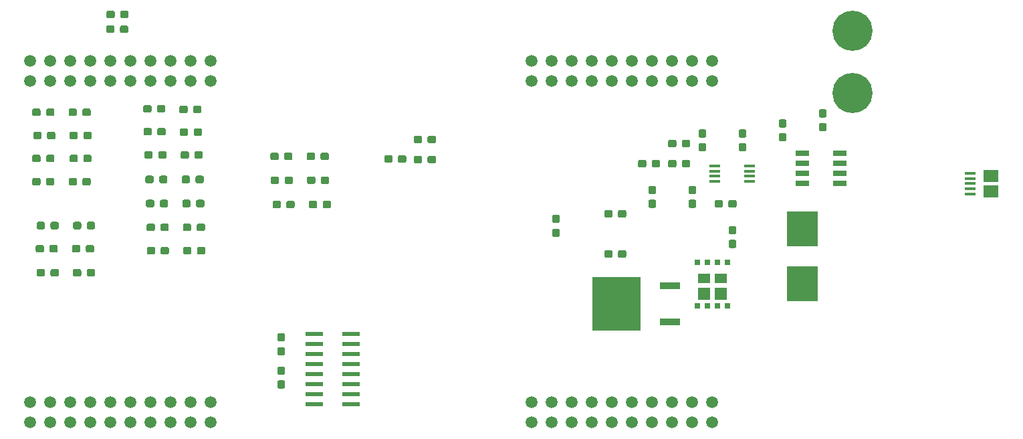
<source format=gbr>
G04 #@! TF.GenerationSoftware,KiCad,Pcbnew,(5.1.4)-1*
G04 #@! TF.CreationDate,2019-11-21T10:54:43-06:00*
G04 #@! TF.ProjectId,SRA_Sensor_Board,5352415f-5365-46e7-936f-725f426f6172,rev?*
G04 #@! TF.SameCoordinates,Original*
G04 #@! TF.FileFunction,Paste,Top*
G04 #@! TF.FilePolarity,Positive*
%FSLAX46Y46*%
G04 Gerber Fmt 4.6, Leading zero omitted, Abs format (unit mm)*
G04 Created by KiCad (PCBNEW (5.1.4)-1) date 2019-11-21 10:54:43*
%MOMM*%
%LPD*%
G04 APERTURE LIST*
%ADD10C,1.520000*%
%ADD11R,1.780000X0.720000*%
%ADD12R,2.184400X0.558800*%
%ADD13R,1.371600X0.457200*%
%ADD14C,0.100000*%
%ADD15C,0.950000*%
%ADD16R,1.550000X1.200000*%
%ADD17R,1.550000X1.600000*%
%ADD18R,0.700000X0.800000*%
%ADD19R,4.000000X4.500000*%
%ADD20R,1.900000X1.500000*%
%ADD21R,1.350000X0.400000*%
%ADD22C,5.080000*%
%ADD23R,2.650000X0.950000*%
%ADD24R,6.100000X6.800000*%
G04 APERTURE END LIST*
D10*
X127000000Y-92456000D03*
X149860000Y-46736000D03*
X147320000Y-46736000D03*
X139700000Y-46736000D03*
X137160000Y-89916000D03*
X142240000Y-46736000D03*
X144780000Y-46736000D03*
X142240000Y-92456000D03*
X147320000Y-89916000D03*
X137160000Y-46736000D03*
X134620000Y-46736000D03*
X147320000Y-92456000D03*
X142240000Y-89916000D03*
X139700000Y-89916000D03*
X127000000Y-89916000D03*
X129540000Y-89916000D03*
X132080000Y-89916000D03*
X134620000Y-89916000D03*
X144780000Y-89916000D03*
X149860000Y-89916000D03*
X129540000Y-92456000D03*
X132080000Y-92456000D03*
X134620000Y-92456000D03*
X137160000Y-92456000D03*
X139700000Y-92456000D03*
X144780000Y-92456000D03*
X149860000Y-92456000D03*
X127000000Y-49276000D03*
X129540000Y-49276000D03*
X132080000Y-49276000D03*
X134620000Y-49276000D03*
X137160000Y-49276000D03*
X139700000Y-49276000D03*
X142240000Y-49276000D03*
X144780000Y-49276000D03*
X147320000Y-49276000D03*
X149860000Y-49276000D03*
X127000000Y-46736000D03*
X129540000Y-46736000D03*
X132080000Y-46736000D03*
X63500000Y-89916000D03*
X66040000Y-89916000D03*
X68580000Y-89916000D03*
X71120000Y-89916000D03*
X73660000Y-89916000D03*
X76200000Y-89916000D03*
X78740000Y-89916000D03*
X81280000Y-89916000D03*
X83820000Y-89916000D03*
X86360000Y-89916000D03*
X63500000Y-92456000D03*
X66040000Y-92456000D03*
X68580000Y-92456000D03*
X71120000Y-92456000D03*
X73660000Y-92456000D03*
X76200000Y-92456000D03*
X78740000Y-92456000D03*
X81280000Y-92456000D03*
X83820000Y-92456000D03*
X86360000Y-92456000D03*
X63500000Y-49276000D03*
X66040000Y-49276000D03*
X68580000Y-49276000D03*
X71120000Y-49276000D03*
X73660000Y-49276000D03*
X76200000Y-49276000D03*
X78740000Y-49276000D03*
X81280000Y-49276000D03*
X83820000Y-49276000D03*
X86360000Y-49276000D03*
X63500000Y-46736000D03*
X66040000Y-46736000D03*
X68580000Y-46736000D03*
X71120000Y-46736000D03*
X73660000Y-46736000D03*
X76200000Y-46736000D03*
X78740000Y-46736000D03*
X81280000Y-46736000D03*
X83820000Y-46736000D03*
X86360000Y-46736000D03*
D11*
X161290000Y-62230000D03*
X161290000Y-60960000D03*
X161290000Y-59690000D03*
X161290000Y-58420000D03*
X165970000Y-62230000D03*
X165970000Y-60960000D03*
X165970000Y-59690000D03*
X165970000Y-58420000D03*
D12*
X104140000Y-81280000D03*
X104140000Y-82550000D03*
X104140000Y-83820000D03*
X104140000Y-85090000D03*
X104140000Y-86360000D03*
X104140000Y-87630000D03*
X104140000Y-88900000D03*
X104140000Y-90170000D03*
X99415600Y-90170000D03*
X99415600Y-88900000D03*
X99415600Y-87630000D03*
X99415600Y-86360000D03*
X99415600Y-85090000D03*
X99415600Y-83820000D03*
X99415600Y-82550000D03*
X99415600Y-81280000D03*
D13*
X154597100Y-59985001D03*
X154597100Y-60634999D03*
X154597100Y-61285001D03*
X154597100Y-61934999D03*
X150202900Y-61934999D03*
X150202900Y-61285001D03*
X150202900Y-60634999D03*
X150202900Y-59985001D03*
D14*
G36*
X83371379Y-58123944D02*
G01*
X83394434Y-58127363D01*
X83417043Y-58133027D01*
X83438987Y-58140879D01*
X83460057Y-58150844D01*
X83480048Y-58162826D01*
X83498768Y-58176710D01*
X83516038Y-58192362D01*
X83531690Y-58209632D01*
X83545574Y-58228352D01*
X83557556Y-58248343D01*
X83567521Y-58269413D01*
X83575373Y-58291357D01*
X83581037Y-58313966D01*
X83584456Y-58337021D01*
X83585600Y-58360300D01*
X83585600Y-58835300D01*
X83584456Y-58858579D01*
X83581037Y-58881634D01*
X83575373Y-58904243D01*
X83567521Y-58926187D01*
X83557556Y-58947257D01*
X83545574Y-58967248D01*
X83531690Y-58985968D01*
X83516038Y-59003238D01*
X83498768Y-59018890D01*
X83480048Y-59032774D01*
X83460057Y-59044756D01*
X83438987Y-59054721D01*
X83417043Y-59062573D01*
X83394434Y-59068237D01*
X83371379Y-59071656D01*
X83348100Y-59072800D01*
X82773100Y-59072800D01*
X82749821Y-59071656D01*
X82726766Y-59068237D01*
X82704157Y-59062573D01*
X82682213Y-59054721D01*
X82661143Y-59044756D01*
X82641152Y-59032774D01*
X82622432Y-59018890D01*
X82605162Y-59003238D01*
X82589510Y-58985968D01*
X82575626Y-58967248D01*
X82563644Y-58947257D01*
X82553679Y-58926187D01*
X82545827Y-58904243D01*
X82540163Y-58881634D01*
X82536744Y-58858579D01*
X82535600Y-58835300D01*
X82535600Y-58360300D01*
X82536744Y-58337021D01*
X82540163Y-58313966D01*
X82545827Y-58291357D01*
X82553679Y-58269413D01*
X82563644Y-58248343D01*
X82575626Y-58228352D01*
X82589510Y-58209632D01*
X82605162Y-58192362D01*
X82622432Y-58176710D01*
X82641152Y-58162826D01*
X82661143Y-58150844D01*
X82682213Y-58140879D01*
X82704157Y-58133027D01*
X82726766Y-58127363D01*
X82749821Y-58123944D01*
X82773100Y-58122800D01*
X83348100Y-58122800D01*
X83371379Y-58123944D01*
X83371379Y-58123944D01*
G37*
D15*
X83060600Y-58597800D03*
D14*
G36*
X85121379Y-58123944D02*
G01*
X85144434Y-58127363D01*
X85167043Y-58133027D01*
X85188987Y-58140879D01*
X85210057Y-58150844D01*
X85230048Y-58162826D01*
X85248768Y-58176710D01*
X85266038Y-58192362D01*
X85281690Y-58209632D01*
X85295574Y-58228352D01*
X85307556Y-58248343D01*
X85317521Y-58269413D01*
X85325373Y-58291357D01*
X85331037Y-58313966D01*
X85334456Y-58337021D01*
X85335600Y-58360300D01*
X85335600Y-58835300D01*
X85334456Y-58858579D01*
X85331037Y-58881634D01*
X85325373Y-58904243D01*
X85317521Y-58926187D01*
X85307556Y-58947257D01*
X85295574Y-58967248D01*
X85281690Y-58985968D01*
X85266038Y-59003238D01*
X85248768Y-59018890D01*
X85230048Y-59032774D01*
X85210057Y-59044756D01*
X85188987Y-59054721D01*
X85167043Y-59062573D01*
X85144434Y-59068237D01*
X85121379Y-59071656D01*
X85098100Y-59072800D01*
X84523100Y-59072800D01*
X84499821Y-59071656D01*
X84476766Y-59068237D01*
X84454157Y-59062573D01*
X84432213Y-59054721D01*
X84411143Y-59044756D01*
X84391152Y-59032774D01*
X84372432Y-59018890D01*
X84355162Y-59003238D01*
X84339510Y-58985968D01*
X84325626Y-58967248D01*
X84313644Y-58947257D01*
X84303679Y-58926187D01*
X84295827Y-58904243D01*
X84290163Y-58881634D01*
X84286744Y-58858579D01*
X84285600Y-58835300D01*
X84285600Y-58360300D01*
X84286744Y-58337021D01*
X84290163Y-58313966D01*
X84295827Y-58291357D01*
X84303679Y-58269413D01*
X84313644Y-58248343D01*
X84325626Y-58228352D01*
X84339510Y-58209632D01*
X84355162Y-58192362D01*
X84372432Y-58176710D01*
X84391152Y-58162826D01*
X84411143Y-58150844D01*
X84432213Y-58140879D01*
X84454157Y-58133027D01*
X84476766Y-58127363D01*
X84499821Y-58123944D01*
X84523100Y-58122800D01*
X85098100Y-58122800D01*
X85121379Y-58123944D01*
X85121379Y-58123944D01*
G37*
D15*
X84810600Y-58597800D03*
D14*
G36*
X83255779Y-55228344D02*
G01*
X83278834Y-55231763D01*
X83301443Y-55237427D01*
X83323387Y-55245279D01*
X83344457Y-55255244D01*
X83364448Y-55267226D01*
X83383168Y-55281110D01*
X83400438Y-55296762D01*
X83416090Y-55314032D01*
X83429974Y-55332752D01*
X83441956Y-55352743D01*
X83451921Y-55373813D01*
X83459773Y-55395757D01*
X83465437Y-55418366D01*
X83468856Y-55441421D01*
X83470000Y-55464700D01*
X83470000Y-55939700D01*
X83468856Y-55962979D01*
X83465437Y-55986034D01*
X83459773Y-56008643D01*
X83451921Y-56030587D01*
X83441956Y-56051657D01*
X83429974Y-56071648D01*
X83416090Y-56090368D01*
X83400438Y-56107638D01*
X83383168Y-56123290D01*
X83364448Y-56137174D01*
X83344457Y-56149156D01*
X83323387Y-56159121D01*
X83301443Y-56166973D01*
X83278834Y-56172637D01*
X83255779Y-56176056D01*
X83232500Y-56177200D01*
X82657500Y-56177200D01*
X82634221Y-56176056D01*
X82611166Y-56172637D01*
X82588557Y-56166973D01*
X82566613Y-56159121D01*
X82545543Y-56149156D01*
X82525552Y-56137174D01*
X82506832Y-56123290D01*
X82489562Y-56107638D01*
X82473910Y-56090368D01*
X82460026Y-56071648D01*
X82448044Y-56051657D01*
X82438079Y-56030587D01*
X82430227Y-56008643D01*
X82424563Y-55986034D01*
X82421144Y-55962979D01*
X82420000Y-55939700D01*
X82420000Y-55464700D01*
X82421144Y-55441421D01*
X82424563Y-55418366D01*
X82430227Y-55395757D01*
X82438079Y-55373813D01*
X82448044Y-55352743D01*
X82460026Y-55332752D01*
X82473910Y-55314032D01*
X82489562Y-55296762D01*
X82506832Y-55281110D01*
X82525552Y-55267226D01*
X82545543Y-55255244D01*
X82566613Y-55245279D01*
X82588557Y-55237427D01*
X82611166Y-55231763D01*
X82634221Y-55228344D01*
X82657500Y-55227200D01*
X83232500Y-55227200D01*
X83255779Y-55228344D01*
X83255779Y-55228344D01*
G37*
D15*
X82945000Y-55702200D03*
D14*
G36*
X85005779Y-55228344D02*
G01*
X85028834Y-55231763D01*
X85051443Y-55237427D01*
X85073387Y-55245279D01*
X85094457Y-55255244D01*
X85114448Y-55267226D01*
X85133168Y-55281110D01*
X85150438Y-55296762D01*
X85166090Y-55314032D01*
X85179974Y-55332752D01*
X85191956Y-55352743D01*
X85201921Y-55373813D01*
X85209773Y-55395757D01*
X85215437Y-55418366D01*
X85218856Y-55441421D01*
X85220000Y-55464700D01*
X85220000Y-55939700D01*
X85218856Y-55962979D01*
X85215437Y-55986034D01*
X85209773Y-56008643D01*
X85201921Y-56030587D01*
X85191956Y-56051657D01*
X85179974Y-56071648D01*
X85166090Y-56090368D01*
X85150438Y-56107638D01*
X85133168Y-56123290D01*
X85114448Y-56137174D01*
X85094457Y-56149156D01*
X85073387Y-56159121D01*
X85051443Y-56166973D01*
X85028834Y-56172637D01*
X85005779Y-56176056D01*
X84982500Y-56177200D01*
X84407500Y-56177200D01*
X84384221Y-56176056D01*
X84361166Y-56172637D01*
X84338557Y-56166973D01*
X84316613Y-56159121D01*
X84295543Y-56149156D01*
X84275552Y-56137174D01*
X84256832Y-56123290D01*
X84239562Y-56107638D01*
X84223910Y-56090368D01*
X84210026Y-56071648D01*
X84198044Y-56051657D01*
X84188079Y-56030587D01*
X84180227Y-56008643D01*
X84174563Y-55986034D01*
X84171144Y-55962979D01*
X84170000Y-55939700D01*
X84170000Y-55464700D01*
X84171144Y-55441421D01*
X84174563Y-55418366D01*
X84180227Y-55395757D01*
X84188079Y-55373813D01*
X84198044Y-55352743D01*
X84210026Y-55332752D01*
X84223910Y-55314032D01*
X84239562Y-55296762D01*
X84256832Y-55281110D01*
X84275552Y-55267226D01*
X84295543Y-55255244D01*
X84316613Y-55245279D01*
X84338557Y-55237427D01*
X84361166Y-55231763D01*
X84384221Y-55228344D01*
X84407500Y-55227200D01*
X84982500Y-55227200D01*
X85005779Y-55228344D01*
X85005779Y-55228344D01*
G37*
D15*
X84695000Y-55702200D03*
D14*
G36*
X69299779Y-55660144D02*
G01*
X69322834Y-55663563D01*
X69345443Y-55669227D01*
X69367387Y-55677079D01*
X69388457Y-55687044D01*
X69408448Y-55699026D01*
X69427168Y-55712910D01*
X69444438Y-55728562D01*
X69460090Y-55745832D01*
X69473974Y-55764552D01*
X69485956Y-55784543D01*
X69495921Y-55805613D01*
X69503773Y-55827557D01*
X69509437Y-55850166D01*
X69512856Y-55873221D01*
X69514000Y-55896500D01*
X69514000Y-56371500D01*
X69512856Y-56394779D01*
X69509437Y-56417834D01*
X69503773Y-56440443D01*
X69495921Y-56462387D01*
X69485956Y-56483457D01*
X69473974Y-56503448D01*
X69460090Y-56522168D01*
X69444438Y-56539438D01*
X69427168Y-56555090D01*
X69408448Y-56568974D01*
X69388457Y-56580956D01*
X69367387Y-56590921D01*
X69345443Y-56598773D01*
X69322834Y-56604437D01*
X69299779Y-56607856D01*
X69276500Y-56609000D01*
X68701500Y-56609000D01*
X68678221Y-56607856D01*
X68655166Y-56604437D01*
X68632557Y-56598773D01*
X68610613Y-56590921D01*
X68589543Y-56580956D01*
X68569552Y-56568974D01*
X68550832Y-56555090D01*
X68533562Y-56539438D01*
X68517910Y-56522168D01*
X68504026Y-56503448D01*
X68492044Y-56483457D01*
X68482079Y-56462387D01*
X68474227Y-56440443D01*
X68468563Y-56417834D01*
X68465144Y-56394779D01*
X68464000Y-56371500D01*
X68464000Y-55896500D01*
X68465144Y-55873221D01*
X68468563Y-55850166D01*
X68474227Y-55827557D01*
X68482079Y-55805613D01*
X68492044Y-55784543D01*
X68504026Y-55764552D01*
X68517910Y-55745832D01*
X68533562Y-55728562D01*
X68550832Y-55712910D01*
X68569552Y-55699026D01*
X68589543Y-55687044D01*
X68610613Y-55677079D01*
X68632557Y-55669227D01*
X68655166Y-55663563D01*
X68678221Y-55660144D01*
X68701500Y-55659000D01*
X69276500Y-55659000D01*
X69299779Y-55660144D01*
X69299779Y-55660144D01*
G37*
D15*
X68989000Y-56134000D03*
D14*
G36*
X71049779Y-55660144D02*
G01*
X71072834Y-55663563D01*
X71095443Y-55669227D01*
X71117387Y-55677079D01*
X71138457Y-55687044D01*
X71158448Y-55699026D01*
X71177168Y-55712910D01*
X71194438Y-55728562D01*
X71210090Y-55745832D01*
X71223974Y-55764552D01*
X71235956Y-55784543D01*
X71245921Y-55805613D01*
X71253773Y-55827557D01*
X71259437Y-55850166D01*
X71262856Y-55873221D01*
X71264000Y-55896500D01*
X71264000Y-56371500D01*
X71262856Y-56394779D01*
X71259437Y-56417834D01*
X71253773Y-56440443D01*
X71245921Y-56462387D01*
X71235956Y-56483457D01*
X71223974Y-56503448D01*
X71210090Y-56522168D01*
X71194438Y-56539438D01*
X71177168Y-56555090D01*
X71158448Y-56568974D01*
X71138457Y-56580956D01*
X71117387Y-56590921D01*
X71095443Y-56598773D01*
X71072834Y-56604437D01*
X71049779Y-56607856D01*
X71026500Y-56609000D01*
X70451500Y-56609000D01*
X70428221Y-56607856D01*
X70405166Y-56604437D01*
X70382557Y-56598773D01*
X70360613Y-56590921D01*
X70339543Y-56580956D01*
X70319552Y-56568974D01*
X70300832Y-56555090D01*
X70283562Y-56539438D01*
X70267910Y-56522168D01*
X70254026Y-56503448D01*
X70242044Y-56483457D01*
X70232079Y-56462387D01*
X70224227Y-56440443D01*
X70218563Y-56417834D01*
X70215144Y-56394779D01*
X70214000Y-56371500D01*
X70214000Y-55896500D01*
X70215144Y-55873221D01*
X70218563Y-55850166D01*
X70224227Y-55827557D01*
X70232079Y-55805613D01*
X70242044Y-55784543D01*
X70254026Y-55764552D01*
X70267910Y-55745832D01*
X70283562Y-55728562D01*
X70300832Y-55712910D01*
X70319552Y-55699026D01*
X70339543Y-55687044D01*
X70360613Y-55677079D01*
X70382557Y-55669227D01*
X70405166Y-55663563D01*
X70428221Y-55660144D01*
X70451500Y-55659000D01*
X71026500Y-55659000D01*
X71049779Y-55660144D01*
X71049779Y-55660144D01*
G37*
D15*
X70739000Y-56134000D03*
D14*
G36*
X152660779Y-67576144D02*
G01*
X152683834Y-67579563D01*
X152706443Y-67585227D01*
X152728387Y-67593079D01*
X152749457Y-67603044D01*
X152769448Y-67615026D01*
X152788168Y-67628910D01*
X152805438Y-67644562D01*
X152821090Y-67661832D01*
X152834974Y-67680552D01*
X152846956Y-67700543D01*
X152856921Y-67721613D01*
X152864773Y-67743557D01*
X152870437Y-67766166D01*
X152873856Y-67789221D01*
X152875000Y-67812500D01*
X152875000Y-68387500D01*
X152873856Y-68410779D01*
X152870437Y-68433834D01*
X152864773Y-68456443D01*
X152856921Y-68478387D01*
X152846956Y-68499457D01*
X152834974Y-68519448D01*
X152821090Y-68538168D01*
X152805438Y-68555438D01*
X152788168Y-68571090D01*
X152769448Y-68584974D01*
X152749457Y-68596956D01*
X152728387Y-68606921D01*
X152706443Y-68614773D01*
X152683834Y-68620437D01*
X152660779Y-68623856D01*
X152637500Y-68625000D01*
X152162500Y-68625000D01*
X152139221Y-68623856D01*
X152116166Y-68620437D01*
X152093557Y-68614773D01*
X152071613Y-68606921D01*
X152050543Y-68596956D01*
X152030552Y-68584974D01*
X152011832Y-68571090D01*
X151994562Y-68555438D01*
X151978910Y-68538168D01*
X151965026Y-68519448D01*
X151953044Y-68499457D01*
X151943079Y-68478387D01*
X151935227Y-68456443D01*
X151929563Y-68433834D01*
X151926144Y-68410779D01*
X151925000Y-68387500D01*
X151925000Y-67812500D01*
X151926144Y-67789221D01*
X151929563Y-67766166D01*
X151935227Y-67743557D01*
X151943079Y-67721613D01*
X151953044Y-67700543D01*
X151965026Y-67680552D01*
X151978910Y-67661832D01*
X151994562Y-67644562D01*
X152011832Y-67628910D01*
X152030552Y-67615026D01*
X152050543Y-67603044D01*
X152071613Y-67593079D01*
X152093557Y-67585227D01*
X152116166Y-67579563D01*
X152139221Y-67576144D01*
X152162500Y-67575000D01*
X152637500Y-67575000D01*
X152660779Y-67576144D01*
X152660779Y-67576144D01*
G37*
D15*
X152400000Y-68100000D03*
D14*
G36*
X152660779Y-69326144D02*
G01*
X152683834Y-69329563D01*
X152706443Y-69335227D01*
X152728387Y-69343079D01*
X152749457Y-69353044D01*
X152769448Y-69365026D01*
X152788168Y-69378910D01*
X152805438Y-69394562D01*
X152821090Y-69411832D01*
X152834974Y-69430552D01*
X152846956Y-69450543D01*
X152856921Y-69471613D01*
X152864773Y-69493557D01*
X152870437Y-69516166D01*
X152873856Y-69539221D01*
X152875000Y-69562500D01*
X152875000Y-70137500D01*
X152873856Y-70160779D01*
X152870437Y-70183834D01*
X152864773Y-70206443D01*
X152856921Y-70228387D01*
X152846956Y-70249457D01*
X152834974Y-70269448D01*
X152821090Y-70288168D01*
X152805438Y-70305438D01*
X152788168Y-70321090D01*
X152769448Y-70334974D01*
X152749457Y-70346956D01*
X152728387Y-70356921D01*
X152706443Y-70364773D01*
X152683834Y-70370437D01*
X152660779Y-70373856D01*
X152637500Y-70375000D01*
X152162500Y-70375000D01*
X152139221Y-70373856D01*
X152116166Y-70370437D01*
X152093557Y-70364773D01*
X152071613Y-70356921D01*
X152050543Y-70346956D01*
X152030552Y-70334974D01*
X152011832Y-70321090D01*
X151994562Y-70305438D01*
X151978910Y-70288168D01*
X151965026Y-70269448D01*
X151953044Y-70249457D01*
X151943079Y-70228387D01*
X151935227Y-70206443D01*
X151929563Y-70183834D01*
X151926144Y-70160779D01*
X151925000Y-70137500D01*
X151925000Y-69562500D01*
X151926144Y-69539221D01*
X151929563Y-69516166D01*
X151935227Y-69493557D01*
X151943079Y-69471613D01*
X151953044Y-69450543D01*
X151965026Y-69430552D01*
X151978910Y-69411832D01*
X151994562Y-69394562D01*
X152011832Y-69378910D01*
X152030552Y-69365026D01*
X152050543Y-69353044D01*
X152071613Y-69343079D01*
X152093557Y-69335227D01*
X152116166Y-69329563D01*
X152139221Y-69326144D01*
X152162500Y-69325000D01*
X152637500Y-69325000D01*
X152660779Y-69326144D01*
X152660779Y-69326144D01*
G37*
D15*
X152400000Y-69850000D03*
D14*
G36*
X99601979Y-64397744D02*
G01*
X99625034Y-64401163D01*
X99647643Y-64406827D01*
X99669587Y-64414679D01*
X99690657Y-64424644D01*
X99710648Y-64436626D01*
X99729368Y-64450510D01*
X99746638Y-64466162D01*
X99762290Y-64483432D01*
X99776174Y-64502152D01*
X99788156Y-64522143D01*
X99798121Y-64543213D01*
X99805973Y-64565157D01*
X99811637Y-64587766D01*
X99815056Y-64610821D01*
X99816200Y-64634100D01*
X99816200Y-65109100D01*
X99815056Y-65132379D01*
X99811637Y-65155434D01*
X99805973Y-65178043D01*
X99798121Y-65199987D01*
X99788156Y-65221057D01*
X99776174Y-65241048D01*
X99762290Y-65259768D01*
X99746638Y-65277038D01*
X99729368Y-65292690D01*
X99710648Y-65306574D01*
X99690657Y-65318556D01*
X99669587Y-65328521D01*
X99647643Y-65336373D01*
X99625034Y-65342037D01*
X99601979Y-65345456D01*
X99578700Y-65346600D01*
X99003700Y-65346600D01*
X98980421Y-65345456D01*
X98957366Y-65342037D01*
X98934757Y-65336373D01*
X98912813Y-65328521D01*
X98891743Y-65318556D01*
X98871752Y-65306574D01*
X98853032Y-65292690D01*
X98835762Y-65277038D01*
X98820110Y-65259768D01*
X98806226Y-65241048D01*
X98794244Y-65221057D01*
X98784279Y-65199987D01*
X98776427Y-65178043D01*
X98770763Y-65155434D01*
X98767344Y-65132379D01*
X98766200Y-65109100D01*
X98766200Y-64634100D01*
X98767344Y-64610821D01*
X98770763Y-64587766D01*
X98776427Y-64565157D01*
X98784279Y-64543213D01*
X98794244Y-64522143D01*
X98806226Y-64502152D01*
X98820110Y-64483432D01*
X98835762Y-64466162D01*
X98853032Y-64450510D01*
X98871752Y-64436626D01*
X98891743Y-64424644D01*
X98912813Y-64414679D01*
X98934757Y-64406827D01*
X98957366Y-64401163D01*
X98980421Y-64397744D01*
X99003700Y-64396600D01*
X99578700Y-64396600D01*
X99601979Y-64397744D01*
X99601979Y-64397744D01*
G37*
D15*
X99291200Y-64871600D03*
D14*
G36*
X101351979Y-64397744D02*
G01*
X101375034Y-64401163D01*
X101397643Y-64406827D01*
X101419587Y-64414679D01*
X101440657Y-64424644D01*
X101460648Y-64436626D01*
X101479368Y-64450510D01*
X101496638Y-64466162D01*
X101512290Y-64483432D01*
X101526174Y-64502152D01*
X101538156Y-64522143D01*
X101548121Y-64543213D01*
X101555973Y-64565157D01*
X101561637Y-64587766D01*
X101565056Y-64610821D01*
X101566200Y-64634100D01*
X101566200Y-65109100D01*
X101565056Y-65132379D01*
X101561637Y-65155434D01*
X101555973Y-65178043D01*
X101548121Y-65199987D01*
X101538156Y-65221057D01*
X101526174Y-65241048D01*
X101512290Y-65259768D01*
X101496638Y-65277038D01*
X101479368Y-65292690D01*
X101460648Y-65306574D01*
X101440657Y-65318556D01*
X101419587Y-65328521D01*
X101397643Y-65336373D01*
X101375034Y-65342037D01*
X101351979Y-65345456D01*
X101328700Y-65346600D01*
X100753700Y-65346600D01*
X100730421Y-65345456D01*
X100707366Y-65342037D01*
X100684757Y-65336373D01*
X100662813Y-65328521D01*
X100641743Y-65318556D01*
X100621752Y-65306574D01*
X100603032Y-65292690D01*
X100585762Y-65277038D01*
X100570110Y-65259768D01*
X100556226Y-65241048D01*
X100544244Y-65221057D01*
X100534279Y-65199987D01*
X100526427Y-65178043D01*
X100520763Y-65155434D01*
X100517344Y-65132379D01*
X100516200Y-65109100D01*
X100516200Y-64634100D01*
X100517344Y-64610821D01*
X100520763Y-64587766D01*
X100526427Y-64565157D01*
X100534279Y-64543213D01*
X100544244Y-64522143D01*
X100556226Y-64502152D01*
X100570110Y-64483432D01*
X100585762Y-64466162D01*
X100603032Y-64450510D01*
X100621752Y-64436626D01*
X100641743Y-64424644D01*
X100662813Y-64414679D01*
X100684757Y-64406827D01*
X100707366Y-64401163D01*
X100730421Y-64397744D01*
X100753700Y-64396600D01*
X101328700Y-64396600D01*
X101351979Y-64397744D01*
X101351979Y-64397744D01*
G37*
D15*
X101041200Y-64871600D03*
D14*
G36*
X99373379Y-61324344D02*
G01*
X99396434Y-61327763D01*
X99419043Y-61333427D01*
X99440987Y-61341279D01*
X99462057Y-61351244D01*
X99482048Y-61363226D01*
X99500768Y-61377110D01*
X99518038Y-61392762D01*
X99533690Y-61410032D01*
X99547574Y-61428752D01*
X99559556Y-61448743D01*
X99569521Y-61469813D01*
X99577373Y-61491757D01*
X99583037Y-61514366D01*
X99586456Y-61537421D01*
X99587600Y-61560700D01*
X99587600Y-62035700D01*
X99586456Y-62058979D01*
X99583037Y-62082034D01*
X99577373Y-62104643D01*
X99569521Y-62126587D01*
X99559556Y-62147657D01*
X99547574Y-62167648D01*
X99533690Y-62186368D01*
X99518038Y-62203638D01*
X99500768Y-62219290D01*
X99482048Y-62233174D01*
X99462057Y-62245156D01*
X99440987Y-62255121D01*
X99419043Y-62262973D01*
X99396434Y-62268637D01*
X99373379Y-62272056D01*
X99350100Y-62273200D01*
X98775100Y-62273200D01*
X98751821Y-62272056D01*
X98728766Y-62268637D01*
X98706157Y-62262973D01*
X98684213Y-62255121D01*
X98663143Y-62245156D01*
X98643152Y-62233174D01*
X98624432Y-62219290D01*
X98607162Y-62203638D01*
X98591510Y-62186368D01*
X98577626Y-62167648D01*
X98565644Y-62147657D01*
X98555679Y-62126587D01*
X98547827Y-62104643D01*
X98542163Y-62082034D01*
X98538744Y-62058979D01*
X98537600Y-62035700D01*
X98537600Y-61560700D01*
X98538744Y-61537421D01*
X98542163Y-61514366D01*
X98547827Y-61491757D01*
X98555679Y-61469813D01*
X98565644Y-61448743D01*
X98577626Y-61428752D01*
X98591510Y-61410032D01*
X98607162Y-61392762D01*
X98624432Y-61377110D01*
X98643152Y-61363226D01*
X98663143Y-61351244D01*
X98684213Y-61341279D01*
X98706157Y-61333427D01*
X98728766Y-61327763D01*
X98751821Y-61324344D01*
X98775100Y-61323200D01*
X99350100Y-61323200D01*
X99373379Y-61324344D01*
X99373379Y-61324344D01*
G37*
D15*
X99062600Y-61798200D03*
D14*
G36*
X101123379Y-61324344D02*
G01*
X101146434Y-61327763D01*
X101169043Y-61333427D01*
X101190987Y-61341279D01*
X101212057Y-61351244D01*
X101232048Y-61363226D01*
X101250768Y-61377110D01*
X101268038Y-61392762D01*
X101283690Y-61410032D01*
X101297574Y-61428752D01*
X101309556Y-61448743D01*
X101319521Y-61469813D01*
X101327373Y-61491757D01*
X101333037Y-61514366D01*
X101336456Y-61537421D01*
X101337600Y-61560700D01*
X101337600Y-62035700D01*
X101336456Y-62058979D01*
X101333037Y-62082034D01*
X101327373Y-62104643D01*
X101319521Y-62126587D01*
X101309556Y-62147657D01*
X101297574Y-62167648D01*
X101283690Y-62186368D01*
X101268038Y-62203638D01*
X101250768Y-62219290D01*
X101232048Y-62233174D01*
X101212057Y-62245156D01*
X101190987Y-62255121D01*
X101169043Y-62262973D01*
X101146434Y-62268637D01*
X101123379Y-62272056D01*
X101100100Y-62273200D01*
X100525100Y-62273200D01*
X100501821Y-62272056D01*
X100478766Y-62268637D01*
X100456157Y-62262973D01*
X100434213Y-62255121D01*
X100413143Y-62245156D01*
X100393152Y-62233174D01*
X100374432Y-62219290D01*
X100357162Y-62203638D01*
X100341510Y-62186368D01*
X100327626Y-62167648D01*
X100315644Y-62147657D01*
X100305679Y-62126587D01*
X100297827Y-62104643D01*
X100292163Y-62082034D01*
X100288744Y-62058979D01*
X100287600Y-62035700D01*
X100287600Y-61560700D01*
X100288744Y-61537421D01*
X100292163Y-61514366D01*
X100297827Y-61491757D01*
X100305679Y-61469813D01*
X100315644Y-61448743D01*
X100327626Y-61428752D01*
X100341510Y-61410032D01*
X100357162Y-61392762D01*
X100374432Y-61377110D01*
X100393152Y-61363226D01*
X100413143Y-61351244D01*
X100434213Y-61341279D01*
X100456157Y-61333427D01*
X100478766Y-61327763D01*
X100501821Y-61324344D01*
X100525100Y-61323200D01*
X101100100Y-61323200D01*
X101123379Y-61324344D01*
X101123379Y-61324344D01*
G37*
D15*
X100812600Y-61798200D03*
D14*
G36*
X99322579Y-58301744D02*
G01*
X99345634Y-58305163D01*
X99368243Y-58310827D01*
X99390187Y-58318679D01*
X99411257Y-58328644D01*
X99431248Y-58340626D01*
X99449968Y-58354510D01*
X99467238Y-58370162D01*
X99482890Y-58387432D01*
X99496774Y-58406152D01*
X99508756Y-58426143D01*
X99518721Y-58447213D01*
X99526573Y-58469157D01*
X99532237Y-58491766D01*
X99535656Y-58514821D01*
X99536800Y-58538100D01*
X99536800Y-59013100D01*
X99535656Y-59036379D01*
X99532237Y-59059434D01*
X99526573Y-59082043D01*
X99518721Y-59103987D01*
X99508756Y-59125057D01*
X99496774Y-59145048D01*
X99482890Y-59163768D01*
X99467238Y-59181038D01*
X99449968Y-59196690D01*
X99431248Y-59210574D01*
X99411257Y-59222556D01*
X99390187Y-59232521D01*
X99368243Y-59240373D01*
X99345634Y-59246037D01*
X99322579Y-59249456D01*
X99299300Y-59250600D01*
X98724300Y-59250600D01*
X98701021Y-59249456D01*
X98677966Y-59246037D01*
X98655357Y-59240373D01*
X98633413Y-59232521D01*
X98612343Y-59222556D01*
X98592352Y-59210574D01*
X98573632Y-59196690D01*
X98556362Y-59181038D01*
X98540710Y-59163768D01*
X98526826Y-59145048D01*
X98514844Y-59125057D01*
X98504879Y-59103987D01*
X98497027Y-59082043D01*
X98491363Y-59059434D01*
X98487944Y-59036379D01*
X98486800Y-59013100D01*
X98486800Y-58538100D01*
X98487944Y-58514821D01*
X98491363Y-58491766D01*
X98497027Y-58469157D01*
X98504879Y-58447213D01*
X98514844Y-58426143D01*
X98526826Y-58406152D01*
X98540710Y-58387432D01*
X98556362Y-58370162D01*
X98573632Y-58354510D01*
X98592352Y-58340626D01*
X98612343Y-58328644D01*
X98633413Y-58318679D01*
X98655357Y-58310827D01*
X98677966Y-58305163D01*
X98701021Y-58301744D01*
X98724300Y-58300600D01*
X99299300Y-58300600D01*
X99322579Y-58301744D01*
X99322579Y-58301744D01*
G37*
D15*
X99011800Y-58775600D03*
D14*
G36*
X101072579Y-58301744D02*
G01*
X101095634Y-58305163D01*
X101118243Y-58310827D01*
X101140187Y-58318679D01*
X101161257Y-58328644D01*
X101181248Y-58340626D01*
X101199968Y-58354510D01*
X101217238Y-58370162D01*
X101232890Y-58387432D01*
X101246774Y-58406152D01*
X101258756Y-58426143D01*
X101268721Y-58447213D01*
X101276573Y-58469157D01*
X101282237Y-58491766D01*
X101285656Y-58514821D01*
X101286800Y-58538100D01*
X101286800Y-59013100D01*
X101285656Y-59036379D01*
X101282237Y-59059434D01*
X101276573Y-59082043D01*
X101268721Y-59103987D01*
X101258756Y-59125057D01*
X101246774Y-59145048D01*
X101232890Y-59163768D01*
X101217238Y-59181038D01*
X101199968Y-59196690D01*
X101181248Y-59210574D01*
X101161257Y-59222556D01*
X101140187Y-59232521D01*
X101118243Y-59240373D01*
X101095634Y-59246037D01*
X101072579Y-59249456D01*
X101049300Y-59250600D01*
X100474300Y-59250600D01*
X100451021Y-59249456D01*
X100427966Y-59246037D01*
X100405357Y-59240373D01*
X100383413Y-59232521D01*
X100362343Y-59222556D01*
X100342352Y-59210574D01*
X100323632Y-59196690D01*
X100306362Y-59181038D01*
X100290710Y-59163768D01*
X100276826Y-59145048D01*
X100264844Y-59125057D01*
X100254879Y-59103987D01*
X100247027Y-59082043D01*
X100241363Y-59059434D01*
X100237944Y-59036379D01*
X100236800Y-59013100D01*
X100236800Y-58538100D01*
X100237944Y-58514821D01*
X100241363Y-58491766D01*
X100247027Y-58469157D01*
X100254879Y-58447213D01*
X100264844Y-58426143D01*
X100276826Y-58406152D01*
X100290710Y-58387432D01*
X100306362Y-58370162D01*
X100323632Y-58354510D01*
X100342352Y-58340626D01*
X100362343Y-58328644D01*
X100383413Y-58318679D01*
X100405357Y-58310827D01*
X100427966Y-58305163D01*
X100451021Y-58301744D01*
X100474300Y-58300600D01*
X101049300Y-58300600D01*
X101072579Y-58301744D01*
X101072579Y-58301744D01*
G37*
D15*
X100761800Y-58775600D03*
D14*
G36*
X83676179Y-70239744D02*
G01*
X83699234Y-70243163D01*
X83721843Y-70248827D01*
X83743787Y-70256679D01*
X83764857Y-70266644D01*
X83784848Y-70278626D01*
X83803568Y-70292510D01*
X83820838Y-70308162D01*
X83836490Y-70325432D01*
X83850374Y-70344152D01*
X83862356Y-70364143D01*
X83872321Y-70385213D01*
X83880173Y-70407157D01*
X83885837Y-70429766D01*
X83889256Y-70452821D01*
X83890400Y-70476100D01*
X83890400Y-70951100D01*
X83889256Y-70974379D01*
X83885837Y-70997434D01*
X83880173Y-71020043D01*
X83872321Y-71041987D01*
X83862356Y-71063057D01*
X83850374Y-71083048D01*
X83836490Y-71101768D01*
X83820838Y-71119038D01*
X83803568Y-71134690D01*
X83784848Y-71148574D01*
X83764857Y-71160556D01*
X83743787Y-71170521D01*
X83721843Y-71178373D01*
X83699234Y-71184037D01*
X83676179Y-71187456D01*
X83652900Y-71188600D01*
X83077900Y-71188600D01*
X83054621Y-71187456D01*
X83031566Y-71184037D01*
X83008957Y-71178373D01*
X82987013Y-71170521D01*
X82965943Y-71160556D01*
X82945952Y-71148574D01*
X82927232Y-71134690D01*
X82909962Y-71119038D01*
X82894310Y-71101768D01*
X82880426Y-71083048D01*
X82868444Y-71063057D01*
X82858479Y-71041987D01*
X82850627Y-71020043D01*
X82844963Y-70997434D01*
X82841544Y-70974379D01*
X82840400Y-70951100D01*
X82840400Y-70476100D01*
X82841544Y-70452821D01*
X82844963Y-70429766D01*
X82850627Y-70407157D01*
X82858479Y-70385213D01*
X82868444Y-70364143D01*
X82880426Y-70344152D01*
X82894310Y-70325432D01*
X82909962Y-70308162D01*
X82927232Y-70292510D01*
X82945952Y-70278626D01*
X82965943Y-70266644D01*
X82987013Y-70256679D01*
X83008957Y-70248827D01*
X83031566Y-70243163D01*
X83054621Y-70239744D01*
X83077900Y-70238600D01*
X83652900Y-70238600D01*
X83676179Y-70239744D01*
X83676179Y-70239744D01*
G37*
D15*
X83365400Y-70713600D03*
D14*
G36*
X85426179Y-70239744D02*
G01*
X85449234Y-70243163D01*
X85471843Y-70248827D01*
X85493787Y-70256679D01*
X85514857Y-70266644D01*
X85534848Y-70278626D01*
X85553568Y-70292510D01*
X85570838Y-70308162D01*
X85586490Y-70325432D01*
X85600374Y-70344152D01*
X85612356Y-70364143D01*
X85622321Y-70385213D01*
X85630173Y-70407157D01*
X85635837Y-70429766D01*
X85639256Y-70452821D01*
X85640400Y-70476100D01*
X85640400Y-70951100D01*
X85639256Y-70974379D01*
X85635837Y-70997434D01*
X85630173Y-71020043D01*
X85622321Y-71041987D01*
X85612356Y-71063057D01*
X85600374Y-71083048D01*
X85586490Y-71101768D01*
X85570838Y-71119038D01*
X85553568Y-71134690D01*
X85534848Y-71148574D01*
X85514857Y-71160556D01*
X85493787Y-71170521D01*
X85471843Y-71178373D01*
X85449234Y-71184037D01*
X85426179Y-71187456D01*
X85402900Y-71188600D01*
X84827900Y-71188600D01*
X84804621Y-71187456D01*
X84781566Y-71184037D01*
X84758957Y-71178373D01*
X84737013Y-71170521D01*
X84715943Y-71160556D01*
X84695952Y-71148574D01*
X84677232Y-71134690D01*
X84659962Y-71119038D01*
X84644310Y-71101768D01*
X84630426Y-71083048D01*
X84618444Y-71063057D01*
X84608479Y-71041987D01*
X84600627Y-71020043D01*
X84594963Y-70997434D01*
X84591544Y-70974379D01*
X84590400Y-70951100D01*
X84590400Y-70476100D01*
X84591544Y-70452821D01*
X84594963Y-70429766D01*
X84600627Y-70407157D01*
X84608479Y-70385213D01*
X84618444Y-70364143D01*
X84630426Y-70344152D01*
X84644310Y-70325432D01*
X84659962Y-70308162D01*
X84677232Y-70292510D01*
X84695952Y-70278626D01*
X84715943Y-70266644D01*
X84737013Y-70256679D01*
X84758957Y-70248827D01*
X84781566Y-70243163D01*
X84804621Y-70239744D01*
X84827900Y-70238600D01*
X85402900Y-70238600D01*
X85426179Y-70239744D01*
X85426179Y-70239744D01*
G37*
D15*
X85115400Y-70713600D03*
D14*
G36*
X83650779Y-67293344D02*
G01*
X83673834Y-67296763D01*
X83696443Y-67302427D01*
X83718387Y-67310279D01*
X83739457Y-67320244D01*
X83759448Y-67332226D01*
X83778168Y-67346110D01*
X83795438Y-67361762D01*
X83811090Y-67379032D01*
X83824974Y-67397752D01*
X83836956Y-67417743D01*
X83846921Y-67438813D01*
X83854773Y-67460757D01*
X83860437Y-67483366D01*
X83863856Y-67506421D01*
X83865000Y-67529700D01*
X83865000Y-68004700D01*
X83863856Y-68027979D01*
X83860437Y-68051034D01*
X83854773Y-68073643D01*
X83846921Y-68095587D01*
X83836956Y-68116657D01*
X83824974Y-68136648D01*
X83811090Y-68155368D01*
X83795438Y-68172638D01*
X83778168Y-68188290D01*
X83759448Y-68202174D01*
X83739457Y-68214156D01*
X83718387Y-68224121D01*
X83696443Y-68231973D01*
X83673834Y-68237637D01*
X83650779Y-68241056D01*
X83627500Y-68242200D01*
X83052500Y-68242200D01*
X83029221Y-68241056D01*
X83006166Y-68237637D01*
X82983557Y-68231973D01*
X82961613Y-68224121D01*
X82940543Y-68214156D01*
X82920552Y-68202174D01*
X82901832Y-68188290D01*
X82884562Y-68172638D01*
X82868910Y-68155368D01*
X82855026Y-68136648D01*
X82843044Y-68116657D01*
X82833079Y-68095587D01*
X82825227Y-68073643D01*
X82819563Y-68051034D01*
X82816144Y-68027979D01*
X82815000Y-68004700D01*
X82815000Y-67529700D01*
X82816144Y-67506421D01*
X82819563Y-67483366D01*
X82825227Y-67460757D01*
X82833079Y-67438813D01*
X82843044Y-67417743D01*
X82855026Y-67397752D01*
X82868910Y-67379032D01*
X82884562Y-67361762D01*
X82901832Y-67346110D01*
X82920552Y-67332226D01*
X82940543Y-67320244D01*
X82961613Y-67310279D01*
X82983557Y-67302427D01*
X83006166Y-67296763D01*
X83029221Y-67293344D01*
X83052500Y-67292200D01*
X83627500Y-67292200D01*
X83650779Y-67293344D01*
X83650779Y-67293344D01*
G37*
D15*
X83340000Y-67767200D03*
D14*
G36*
X85400779Y-67293344D02*
G01*
X85423834Y-67296763D01*
X85446443Y-67302427D01*
X85468387Y-67310279D01*
X85489457Y-67320244D01*
X85509448Y-67332226D01*
X85528168Y-67346110D01*
X85545438Y-67361762D01*
X85561090Y-67379032D01*
X85574974Y-67397752D01*
X85586956Y-67417743D01*
X85596921Y-67438813D01*
X85604773Y-67460757D01*
X85610437Y-67483366D01*
X85613856Y-67506421D01*
X85615000Y-67529700D01*
X85615000Y-68004700D01*
X85613856Y-68027979D01*
X85610437Y-68051034D01*
X85604773Y-68073643D01*
X85596921Y-68095587D01*
X85586956Y-68116657D01*
X85574974Y-68136648D01*
X85561090Y-68155368D01*
X85545438Y-68172638D01*
X85528168Y-68188290D01*
X85509448Y-68202174D01*
X85489457Y-68214156D01*
X85468387Y-68224121D01*
X85446443Y-68231973D01*
X85423834Y-68237637D01*
X85400779Y-68241056D01*
X85377500Y-68242200D01*
X84802500Y-68242200D01*
X84779221Y-68241056D01*
X84756166Y-68237637D01*
X84733557Y-68231973D01*
X84711613Y-68224121D01*
X84690543Y-68214156D01*
X84670552Y-68202174D01*
X84651832Y-68188290D01*
X84634562Y-68172638D01*
X84618910Y-68155368D01*
X84605026Y-68136648D01*
X84593044Y-68116657D01*
X84583079Y-68095587D01*
X84575227Y-68073643D01*
X84569563Y-68051034D01*
X84566144Y-68027979D01*
X84565000Y-68004700D01*
X84565000Y-67529700D01*
X84566144Y-67506421D01*
X84569563Y-67483366D01*
X84575227Y-67460757D01*
X84583079Y-67438813D01*
X84593044Y-67417743D01*
X84605026Y-67397752D01*
X84618910Y-67379032D01*
X84634562Y-67361762D01*
X84651832Y-67346110D01*
X84670552Y-67332226D01*
X84690543Y-67320244D01*
X84711613Y-67310279D01*
X84733557Y-67302427D01*
X84756166Y-67296763D01*
X84779221Y-67293344D01*
X84802500Y-67292200D01*
X85377500Y-67292200D01*
X85400779Y-67293344D01*
X85400779Y-67293344D01*
G37*
D15*
X85090000Y-67767200D03*
D14*
G36*
X83574579Y-64270744D02*
G01*
X83597634Y-64274163D01*
X83620243Y-64279827D01*
X83642187Y-64287679D01*
X83663257Y-64297644D01*
X83683248Y-64309626D01*
X83701968Y-64323510D01*
X83719238Y-64339162D01*
X83734890Y-64356432D01*
X83748774Y-64375152D01*
X83760756Y-64395143D01*
X83770721Y-64416213D01*
X83778573Y-64438157D01*
X83784237Y-64460766D01*
X83787656Y-64483821D01*
X83788800Y-64507100D01*
X83788800Y-64982100D01*
X83787656Y-65005379D01*
X83784237Y-65028434D01*
X83778573Y-65051043D01*
X83770721Y-65072987D01*
X83760756Y-65094057D01*
X83748774Y-65114048D01*
X83734890Y-65132768D01*
X83719238Y-65150038D01*
X83701968Y-65165690D01*
X83683248Y-65179574D01*
X83663257Y-65191556D01*
X83642187Y-65201521D01*
X83620243Y-65209373D01*
X83597634Y-65215037D01*
X83574579Y-65218456D01*
X83551300Y-65219600D01*
X82976300Y-65219600D01*
X82953021Y-65218456D01*
X82929966Y-65215037D01*
X82907357Y-65209373D01*
X82885413Y-65201521D01*
X82864343Y-65191556D01*
X82844352Y-65179574D01*
X82825632Y-65165690D01*
X82808362Y-65150038D01*
X82792710Y-65132768D01*
X82778826Y-65114048D01*
X82766844Y-65094057D01*
X82756879Y-65072987D01*
X82749027Y-65051043D01*
X82743363Y-65028434D01*
X82739944Y-65005379D01*
X82738800Y-64982100D01*
X82738800Y-64507100D01*
X82739944Y-64483821D01*
X82743363Y-64460766D01*
X82749027Y-64438157D01*
X82756879Y-64416213D01*
X82766844Y-64395143D01*
X82778826Y-64375152D01*
X82792710Y-64356432D01*
X82808362Y-64339162D01*
X82825632Y-64323510D01*
X82844352Y-64309626D01*
X82864343Y-64297644D01*
X82885413Y-64287679D01*
X82907357Y-64279827D01*
X82929966Y-64274163D01*
X82953021Y-64270744D01*
X82976300Y-64269600D01*
X83551300Y-64269600D01*
X83574579Y-64270744D01*
X83574579Y-64270744D01*
G37*
D15*
X83263800Y-64744600D03*
D14*
G36*
X85324579Y-64270744D02*
G01*
X85347634Y-64274163D01*
X85370243Y-64279827D01*
X85392187Y-64287679D01*
X85413257Y-64297644D01*
X85433248Y-64309626D01*
X85451968Y-64323510D01*
X85469238Y-64339162D01*
X85484890Y-64356432D01*
X85498774Y-64375152D01*
X85510756Y-64395143D01*
X85520721Y-64416213D01*
X85528573Y-64438157D01*
X85534237Y-64460766D01*
X85537656Y-64483821D01*
X85538800Y-64507100D01*
X85538800Y-64982100D01*
X85537656Y-65005379D01*
X85534237Y-65028434D01*
X85528573Y-65051043D01*
X85520721Y-65072987D01*
X85510756Y-65094057D01*
X85498774Y-65114048D01*
X85484890Y-65132768D01*
X85469238Y-65150038D01*
X85451968Y-65165690D01*
X85433248Y-65179574D01*
X85413257Y-65191556D01*
X85392187Y-65201521D01*
X85370243Y-65209373D01*
X85347634Y-65215037D01*
X85324579Y-65218456D01*
X85301300Y-65219600D01*
X84726300Y-65219600D01*
X84703021Y-65218456D01*
X84679966Y-65215037D01*
X84657357Y-65209373D01*
X84635413Y-65201521D01*
X84614343Y-65191556D01*
X84594352Y-65179574D01*
X84575632Y-65165690D01*
X84558362Y-65150038D01*
X84542710Y-65132768D01*
X84528826Y-65114048D01*
X84516844Y-65094057D01*
X84506879Y-65072987D01*
X84499027Y-65051043D01*
X84493363Y-65028434D01*
X84489944Y-65005379D01*
X84488800Y-64982100D01*
X84488800Y-64507100D01*
X84489944Y-64483821D01*
X84493363Y-64460766D01*
X84499027Y-64438157D01*
X84506879Y-64416213D01*
X84516844Y-64395143D01*
X84528826Y-64375152D01*
X84542710Y-64356432D01*
X84558362Y-64339162D01*
X84575632Y-64323510D01*
X84594352Y-64309626D01*
X84614343Y-64297644D01*
X84635413Y-64287679D01*
X84657357Y-64279827D01*
X84679966Y-64274163D01*
X84703021Y-64270744D01*
X84726300Y-64269600D01*
X85301300Y-64269600D01*
X85324579Y-64270744D01*
X85324579Y-64270744D01*
G37*
D15*
X85013800Y-64744600D03*
D14*
G36*
X83498379Y-61222744D02*
G01*
X83521434Y-61226163D01*
X83544043Y-61231827D01*
X83565987Y-61239679D01*
X83587057Y-61249644D01*
X83607048Y-61261626D01*
X83625768Y-61275510D01*
X83643038Y-61291162D01*
X83658690Y-61308432D01*
X83672574Y-61327152D01*
X83684556Y-61347143D01*
X83694521Y-61368213D01*
X83702373Y-61390157D01*
X83708037Y-61412766D01*
X83711456Y-61435821D01*
X83712600Y-61459100D01*
X83712600Y-61934100D01*
X83711456Y-61957379D01*
X83708037Y-61980434D01*
X83702373Y-62003043D01*
X83694521Y-62024987D01*
X83684556Y-62046057D01*
X83672574Y-62066048D01*
X83658690Y-62084768D01*
X83643038Y-62102038D01*
X83625768Y-62117690D01*
X83607048Y-62131574D01*
X83587057Y-62143556D01*
X83565987Y-62153521D01*
X83544043Y-62161373D01*
X83521434Y-62167037D01*
X83498379Y-62170456D01*
X83475100Y-62171600D01*
X82900100Y-62171600D01*
X82876821Y-62170456D01*
X82853766Y-62167037D01*
X82831157Y-62161373D01*
X82809213Y-62153521D01*
X82788143Y-62143556D01*
X82768152Y-62131574D01*
X82749432Y-62117690D01*
X82732162Y-62102038D01*
X82716510Y-62084768D01*
X82702626Y-62066048D01*
X82690644Y-62046057D01*
X82680679Y-62024987D01*
X82672827Y-62003043D01*
X82667163Y-61980434D01*
X82663744Y-61957379D01*
X82662600Y-61934100D01*
X82662600Y-61459100D01*
X82663744Y-61435821D01*
X82667163Y-61412766D01*
X82672827Y-61390157D01*
X82680679Y-61368213D01*
X82690644Y-61347143D01*
X82702626Y-61327152D01*
X82716510Y-61308432D01*
X82732162Y-61291162D01*
X82749432Y-61275510D01*
X82768152Y-61261626D01*
X82788143Y-61249644D01*
X82809213Y-61239679D01*
X82831157Y-61231827D01*
X82853766Y-61226163D01*
X82876821Y-61222744D01*
X82900100Y-61221600D01*
X83475100Y-61221600D01*
X83498379Y-61222744D01*
X83498379Y-61222744D01*
G37*
D15*
X83187600Y-61696600D03*
D14*
G36*
X85248379Y-61222744D02*
G01*
X85271434Y-61226163D01*
X85294043Y-61231827D01*
X85315987Y-61239679D01*
X85337057Y-61249644D01*
X85357048Y-61261626D01*
X85375768Y-61275510D01*
X85393038Y-61291162D01*
X85408690Y-61308432D01*
X85422574Y-61327152D01*
X85434556Y-61347143D01*
X85444521Y-61368213D01*
X85452373Y-61390157D01*
X85458037Y-61412766D01*
X85461456Y-61435821D01*
X85462600Y-61459100D01*
X85462600Y-61934100D01*
X85461456Y-61957379D01*
X85458037Y-61980434D01*
X85452373Y-62003043D01*
X85444521Y-62024987D01*
X85434556Y-62046057D01*
X85422574Y-62066048D01*
X85408690Y-62084768D01*
X85393038Y-62102038D01*
X85375768Y-62117690D01*
X85357048Y-62131574D01*
X85337057Y-62143556D01*
X85315987Y-62153521D01*
X85294043Y-62161373D01*
X85271434Y-62167037D01*
X85248379Y-62170456D01*
X85225100Y-62171600D01*
X84650100Y-62171600D01*
X84626821Y-62170456D01*
X84603766Y-62167037D01*
X84581157Y-62161373D01*
X84559213Y-62153521D01*
X84538143Y-62143556D01*
X84518152Y-62131574D01*
X84499432Y-62117690D01*
X84482162Y-62102038D01*
X84466510Y-62084768D01*
X84452626Y-62066048D01*
X84440644Y-62046057D01*
X84430679Y-62024987D01*
X84422827Y-62003043D01*
X84417163Y-61980434D01*
X84413744Y-61957379D01*
X84412600Y-61934100D01*
X84412600Y-61459100D01*
X84413744Y-61435821D01*
X84417163Y-61412766D01*
X84422827Y-61390157D01*
X84430679Y-61368213D01*
X84440644Y-61347143D01*
X84452626Y-61327152D01*
X84466510Y-61308432D01*
X84482162Y-61291162D01*
X84499432Y-61275510D01*
X84518152Y-61261626D01*
X84538143Y-61249644D01*
X84559213Y-61239679D01*
X84581157Y-61231827D01*
X84603766Y-61226163D01*
X84626821Y-61222744D01*
X84650100Y-61221600D01*
X85225100Y-61221600D01*
X85248379Y-61222744D01*
X85248379Y-61222744D01*
G37*
D15*
X84937600Y-61696600D03*
D14*
G36*
X69731579Y-67064744D02*
G01*
X69754634Y-67068163D01*
X69777243Y-67073827D01*
X69799187Y-67081679D01*
X69820257Y-67091644D01*
X69840248Y-67103626D01*
X69858968Y-67117510D01*
X69876238Y-67133162D01*
X69891890Y-67150432D01*
X69905774Y-67169152D01*
X69917756Y-67189143D01*
X69927721Y-67210213D01*
X69935573Y-67232157D01*
X69941237Y-67254766D01*
X69944656Y-67277821D01*
X69945800Y-67301100D01*
X69945800Y-67776100D01*
X69944656Y-67799379D01*
X69941237Y-67822434D01*
X69935573Y-67845043D01*
X69927721Y-67866987D01*
X69917756Y-67888057D01*
X69905774Y-67908048D01*
X69891890Y-67926768D01*
X69876238Y-67944038D01*
X69858968Y-67959690D01*
X69840248Y-67973574D01*
X69820257Y-67985556D01*
X69799187Y-67995521D01*
X69777243Y-68003373D01*
X69754634Y-68009037D01*
X69731579Y-68012456D01*
X69708300Y-68013600D01*
X69133300Y-68013600D01*
X69110021Y-68012456D01*
X69086966Y-68009037D01*
X69064357Y-68003373D01*
X69042413Y-67995521D01*
X69021343Y-67985556D01*
X69001352Y-67973574D01*
X68982632Y-67959690D01*
X68965362Y-67944038D01*
X68949710Y-67926768D01*
X68935826Y-67908048D01*
X68923844Y-67888057D01*
X68913879Y-67866987D01*
X68906027Y-67845043D01*
X68900363Y-67822434D01*
X68896944Y-67799379D01*
X68895800Y-67776100D01*
X68895800Y-67301100D01*
X68896944Y-67277821D01*
X68900363Y-67254766D01*
X68906027Y-67232157D01*
X68913879Y-67210213D01*
X68923844Y-67189143D01*
X68935826Y-67169152D01*
X68949710Y-67150432D01*
X68965362Y-67133162D01*
X68982632Y-67117510D01*
X69001352Y-67103626D01*
X69021343Y-67091644D01*
X69042413Y-67081679D01*
X69064357Y-67073827D01*
X69086966Y-67068163D01*
X69110021Y-67064744D01*
X69133300Y-67063600D01*
X69708300Y-67063600D01*
X69731579Y-67064744D01*
X69731579Y-67064744D01*
G37*
D15*
X69420800Y-67538600D03*
D14*
G36*
X71481579Y-67064744D02*
G01*
X71504634Y-67068163D01*
X71527243Y-67073827D01*
X71549187Y-67081679D01*
X71570257Y-67091644D01*
X71590248Y-67103626D01*
X71608968Y-67117510D01*
X71626238Y-67133162D01*
X71641890Y-67150432D01*
X71655774Y-67169152D01*
X71667756Y-67189143D01*
X71677721Y-67210213D01*
X71685573Y-67232157D01*
X71691237Y-67254766D01*
X71694656Y-67277821D01*
X71695800Y-67301100D01*
X71695800Y-67776100D01*
X71694656Y-67799379D01*
X71691237Y-67822434D01*
X71685573Y-67845043D01*
X71677721Y-67866987D01*
X71667756Y-67888057D01*
X71655774Y-67908048D01*
X71641890Y-67926768D01*
X71626238Y-67944038D01*
X71608968Y-67959690D01*
X71590248Y-67973574D01*
X71570257Y-67985556D01*
X71549187Y-67995521D01*
X71527243Y-68003373D01*
X71504634Y-68009037D01*
X71481579Y-68012456D01*
X71458300Y-68013600D01*
X70883300Y-68013600D01*
X70860021Y-68012456D01*
X70836966Y-68009037D01*
X70814357Y-68003373D01*
X70792413Y-67995521D01*
X70771343Y-67985556D01*
X70751352Y-67973574D01*
X70732632Y-67959690D01*
X70715362Y-67944038D01*
X70699710Y-67926768D01*
X70685826Y-67908048D01*
X70673844Y-67888057D01*
X70663879Y-67866987D01*
X70656027Y-67845043D01*
X70650363Y-67822434D01*
X70646944Y-67799379D01*
X70645800Y-67776100D01*
X70645800Y-67301100D01*
X70646944Y-67277821D01*
X70650363Y-67254766D01*
X70656027Y-67232157D01*
X70663879Y-67210213D01*
X70673844Y-67189143D01*
X70685826Y-67169152D01*
X70699710Y-67150432D01*
X70715362Y-67133162D01*
X70732632Y-67117510D01*
X70751352Y-67103626D01*
X70771343Y-67091644D01*
X70792413Y-67081679D01*
X70814357Y-67073827D01*
X70836966Y-67068163D01*
X70860021Y-67064744D01*
X70883300Y-67063600D01*
X71458300Y-67063600D01*
X71481579Y-67064744D01*
X71481579Y-67064744D01*
G37*
D15*
X71170800Y-67538600D03*
D14*
G36*
X69731579Y-73033744D02*
G01*
X69754634Y-73037163D01*
X69777243Y-73042827D01*
X69799187Y-73050679D01*
X69820257Y-73060644D01*
X69840248Y-73072626D01*
X69858968Y-73086510D01*
X69876238Y-73102162D01*
X69891890Y-73119432D01*
X69905774Y-73138152D01*
X69917756Y-73158143D01*
X69927721Y-73179213D01*
X69935573Y-73201157D01*
X69941237Y-73223766D01*
X69944656Y-73246821D01*
X69945800Y-73270100D01*
X69945800Y-73745100D01*
X69944656Y-73768379D01*
X69941237Y-73791434D01*
X69935573Y-73814043D01*
X69927721Y-73835987D01*
X69917756Y-73857057D01*
X69905774Y-73877048D01*
X69891890Y-73895768D01*
X69876238Y-73913038D01*
X69858968Y-73928690D01*
X69840248Y-73942574D01*
X69820257Y-73954556D01*
X69799187Y-73964521D01*
X69777243Y-73972373D01*
X69754634Y-73978037D01*
X69731579Y-73981456D01*
X69708300Y-73982600D01*
X69133300Y-73982600D01*
X69110021Y-73981456D01*
X69086966Y-73978037D01*
X69064357Y-73972373D01*
X69042413Y-73964521D01*
X69021343Y-73954556D01*
X69001352Y-73942574D01*
X68982632Y-73928690D01*
X68965362Y-73913038D01*
X68949710Y-73895768D01*
X68935826Y-73877048D01*
X68923844Y-73857057D01*
X68913879Y-73835987D01*
X68906027Y-73814043D01*
X68900363Y-73791434D01*
X68896944Y-73768379D01*
X68895800Y-73745100D01*
X68895800Y-73270100D01*
X68896944Y-73246821D01*
X68900363Y-73223766D01*
X68906027Y-73201157D01*
X68913879Y-73179213D01*
X68923844Y-73158143D01*
X68935826Y-73138152D01*
X68949710Y-73119432D01*
X68965362Y-73102162D01*
X68982632Y-73086510D01*
X69001352Y-73072626D01*
X69021343Y-73060644D01*
X69042413Y-73050679D01*
X69064357Y-73042827D01*
X69086966Y-73037163D01*
X69110021Y-73033744D01*
X69133300Y-73032600D01*
X69708300Y-73032600D01*
X69731579Y-73033744D01*
X69731579Y-73033744D01*
G37*
D15*
X69420800Y-73507600D03*
D14*
G36*
X71481579Y-73033744D02*
G01*
X71504634Y-73037163D01*
X71527243Y-73042827D01*
X71549187Y-73050679D01*
X71570257Y-73060644D01*
X71590248Y-73072626D01*
X71608968Y-73086510D01*
X71626238Y-73102162D01*
X71641890Y-73119432D01*
X71655774Y-73138152D01*
X71667756Y-73158143D01*
X71677721Y-73179213D01*
X71685573Y-73201157D01*
X71691237Y-73223766D01*
X71694656Y-73246821D01*
X71695800Y-73270100D01*
X71695800Y-73745100D01*
X71694656Y-73768379D01*
X71691237Y-73791434D01*
X71685573Y-73814043D01*
X71677721Y-73835987D01*
X71667756Y-73857057D01*
X71655774Y-73877048D01*
X71641890Y-73895768D01*
X71626238Y-73913038D01*
X71608968Y-73928690D01*
X71590248Y-73942574D01*
X71570257Y-73954556D01*
X71549187Y-73964521D01*
X71527243Y-73972373D01*
X71504634Y-73978037D01*
X71481579Y-73981456D01*
X71458300Y-73982600D01*
X70883300Y-73982600D01*
X70860021Y-73981456D01*
X70836966Y-73978037D01*
X70814357Y-73972373D01*
X70792413Y-73964521D01*
X70771343Y-73954556D01*
X70751352Y-73942574D01*
X70732632Y-73928690D01*
X70715362Y-73913038D01*
X70699710Y-73895768D01*
X70685826Y-73877048D01*
X70673844Y-73857057D01*
X70663879Y-73835987D01*
X70656027Y-73814043D01*
X70650363Y-73791434D01*
X70646944Y-73768379D01*
X70645800Y-73745100D01*
X70645800Y-73270100D01*
X70646944Y-73246821D01*
X70650363Y-73223766D01*
X70656027Y-73201157D01*
X70663879Y-73179213D01*
X70673844Y-73158143D01*
X70685826Y-73138152D01*
X70699710Y-73119432D01*
X70715362Y-73102162D01*
X70732632Y-73086510D01*
X70751352Y-73072626D01*
X70771343Y-73060644D01*
X70792413Y-73050679D01*
X70814357Y-73042827D01*
X70836966Y-73037163D01*
X70860021Y-73033744D01*
X70883300Y-73032600D01*
X71458300Y-73032600D01*
X71481579Y-73033744D01*
X71481579Y-73033744D01*
G37*
D15*
X71170800Y-73507600D03*
D14*
G36*
X69604579Y-69985744D02*
G01*
X69627634Y-69989163D01*
X69650243Y-69994827D01*
X69672187Y-70002679D01*
X69693257Y-70012644D01*
X69713248Y-70024626D01*
X69731968Y-70038510D01*
X69749238Y-70054162D01*
X69764890Y-70071432D01*
X69778774Y-70090152D01*
X69790756Y-70110143D01*
X69800721Y-70131213D01*
X69808573Y-70153157D01*
X69814237Y-70175766D01*
X69817656Y-70198821D01*
X69818800Y-70222100D01*
X69818800Y-70697100D01*
X69817656Y-70720379D01*
X69814237Y-70743434D01*
X69808573Y-70766043D01*
X69800721Y-70787987D01*
X69790756Y-70809057D01*
X69778774Y-70829048D01*
X69764890Y-70847768D01*
X69749238Y-70865038D01*
X69731968Y-70880690D01*
X69713248Y-70894574D01*
X69693257Y-70906556D01*
X69672187Y-70916521D01*
X69650243Y-70924373D01*
X69627634Y-70930037D01*
X69604579Y-70933456D01*
X69581300Y-70934600D01*
X69006300Y-70934600D01*
X68983021Y-70933456D01*
X68959966Y-70930037D01*
X68937357Y-70924373D01*
X68915413Y-70916521D01*
X68894343Y-70906556D01*
X68874352Y-70894574D01*
X68855632Y-70880690D01*
X68838362Y-70865038D01*
X68822710Y-70847768D01*
X68808826Y-70829048D01*
X68796844Y-70809057D01*
X68786879Y-70787987D01*
X68779027Y-70766043D01*
X68773363Y-70743434D01*
X68769944Y-70720379D01*
X68768800Y-70697100D01*
X68768800Y-70222100D01*
X68769944Y-70198821D01*
X68773363Y-70175766D01*
X68779027Y-70153157D01*
X68786879Y-70131213D01*
X68796844Y-70110143D01*
X68808826Y-70090152D01*
X68822710Y-70071432D01*
X68838362Y-70054162D01*
X68855632Y-70038510D01*
X68874352Y-70024626D01*
X68894343Y-70012644D01*
X68915413Y-70002679D01*
X68937357Y-69994827D01*
X68959966Y-69989163D01*
X68983021Y-69985744D01*
X69006300Y-69984600D01*
X69581300Y-69984600D01*
X69604579Y-69985744D01*
X69604579Y-69985744D01*
G37*
D15*
X69293800Y-70459600D03*
D14*
G36*
X71354579Y-69985744D02*
G01*
X71377634Y-69989163D01*
X71400243Y-69994827D01*
X71422187Y-70002679D01*
X71443257Y-70012644D01*
X71463248Y-70024626D01*
X71481968Y-70038510D01*
X71499238Y-70054162D01*
X71514890Y-70071432D01*
X71528774Y-70090152D01*
X71540756Y-70110143D01*
X71550721Y-70131213D01*
X71558573Y-70153157D01*
X71564237Y-70175766D01*
X71567656Y-70198821D01*
X71568800Y-70222100D01*
X71568800Y-70697100D01*
X71567656Y-70720379D01*
X71564237Y-70743434D01*
X71558573Y-70766043D01*
X71550721Y-70787987D01*
X71540756Y-70809057D01*
X71528774Y-70829048D01*
X71514890Y-70847768D01*
X71499238Y-70865038D01*
X71481968Y-70880690D01*
X71463248Y-70894574D01*
X71443257Y-70906556D01*
X71422187Y-70916521D01*
X71400243Y-70924373D01*
X71377634Y-70930037D01*
X71354579Y-70933456D01*
X71331300Y-70934600D01*
X70756300Y-70934600D01*
X70733021Y-70933456D01*
X70709966Y-70930037D01*
X70687357Y-70924373D01*
X70665413Y-70916521D01*
X70644343Y-70906556D01*
X70624352Y-70894574D01*
X70605632Y-70880690D01*
X70588362Y-70865038D01*
X70572710Y-70847768D01*
X70558826Y-70829048D01*
X70546844Y-70809057D01*
X70536879Y-70787987D01*
X70529027Y-70766043D01*
X70523363Y-70743434D01*
X70519944Y-70720379D01*
X70518800Y-70697100D01*
X70518800Y-70222100D01*
X70519944Y-70198821D01*
X70523363Y-70175766D01*
X70529027Y-70153157D01*
X70536879Y-70131213D01*
X70546844Y-70110143D01*
X70558826Y-70090152D01*
X70572710Y-70071432D01*
X70588362Y-70054162D01*
X70605632Y-70038510D01*
X70624352Y-70024626D01*
X70644343Y-70012644D01*
X70665413Y-70002679D01*
X70687357Y-69994827D01*
X70709966Y-69989163D01*
X70733021Y-69985744D01*
X70756300Y-69984600D01*
X71331300Y-69984600D01*
X71354579Y-69985744D01*
X71354579Y-69985744D01*
G37*
D15*
X71043800Y-70459600D03*
D14*
G36*
X69172779Y-61502144D02*
G01*
X69195834Y-61505563D01*
X69218443Y-61511227D01*
X69240387Y-61519079D01*
X69261457Y-61529044D01*
X69281448Y-61541026D01*
X69300168Y-61554910D01*
X69317438Y-61570562D01*
X69333090Y-61587832D01*
X69346974Y-61606552D01*
X69358956Y-61626543D01*
X69368921Y-61647613D01*
X69376773Y-61669557D01*
X69382437Y-61692166D01*
X69385856Y-61715221D01*
X69387000Y-61738500D01*
X69387000Y-62213500D01*
X69385856Y-62236779D01*
X69382437Y-62259834D01*
X69376773Y-62282443D01*
X69368921Y-62304387D01*
X69358956Y-62325457D01*
X69346974Y-62345448D01*
X69333090Y-62364168D01*
X69317438Y-62381438D01*
X69300168Y-62397090D01*
X69281448Y-62410974D01*
X69261457Y-62422956D01*
X69240387Y-62432921D01*
X69218443Y-62440773D01*
X69195834Y-62446437D01*
X69172779Y-62449856D01*
X69149500Y-62451000D01*
X68574500Y-62451000D01*
X68551221Y-62449856D01*
X68528166Y-62446437D01*
X68505557Y-62440773D01*
X68483613Y-62432921D01*
X68462543Y-62422956D01*
X68442552Y-62410974D01*
X68423832Y-62397090D01*
X68406562Y-62381438D01*
X68390910Y-62364168D01*
X68377026Y-62345448D01*
X68365044Y-62325457D01*
X68355079Y-62304387D01*
X68347227Y-62282443D01*
X68341563Y-62259834D01*
X68338144Y-62236779D01*
X68337000Y-62213500D01*
X68337000Y-61738500D01*
X68338144Y-61715221D01*
X68341563Y-61692166D01*
X68347227Y-61669557D01*
X68355079Y-61647613D01*
X68365044Y-61626543D01*
X68377026Y-61606552D01*
X68390910Y-61587832D01*
X68406562Y-61570562D01*
X68423832Y-61554910D01*
X68442552Y-61541026D01*
X68462543Y-61529044D01*
X68483613Y-61519079D01*
X68505557Y-61511227D01*
X68528166Y-61505563D01*
X68551221Y-61502144D01*
X68574500Y-61501000D01*
X69149500Y-61501000D01*
X69172779Y-61502144D01*
X69172779Y-61502144D01*
G37*
D15*
X68862000Y-61976000D03*
D14*
G36*
X70922779Y-61502144D02*
G01*
X70945834Y-61505563D01*
X70968443Y-61511227D01*
X70990387Y-61519079D01*
X71011457Y-61529044D01*
X71031448Y-61541026D01*
X71050168Y-61554910D01*
X71067438Y-61570562D01*
X71083090Y-61587832D01*
X71096974Y-61606552D01*
X71108956Y-61626543D01*
X71118921Y-61647613D01*
X71126773Y-61669557D01*
X71132437Y-61692166D01*
X71135856Y-61715221D01*
X71137000Y-61738500D01*
X71137000Y-62213500D01*
X71135856Y-62236779D01*
X71132437Y-62259834D01*
X71126773Y-62282443D01*
X71118921Y-62304387D01*
X71108956Y-62325457D01*
X71096974Y-62345448D01*
X71083090Y-62364168D01*
X71067438Y-62381438D01*
X71050168Y-62397090D01*
X71031448Y-62410974D01*
X71011457Y-62422956D01*
X70990387Y-62432921D01*
X70968443Y-62440773D01*
X70945834Y-62446437D01*
X70922779Y-62449856D01*
X70899500Y-62451000D01*
X70324500Y-62451000D01*
X70301221Y-62449856D01*
X70278166Y-62446437D01*
X70255557Y-62440773D01*
X70233613Y-62432921D01*
X70212543Y-62422956D01*
X70192552Y-62410974D01*
X70173832Y-62397090D01*
X70156562Y-62381438D01*
X70140910Y-62364168D01*
X70127026Y-62345448D01*
X70115044Y-62325457D01*
X70105079Y-62304387D01*
X70097227Y-62282443D01*
X70091563Y-62259834D01*
X70088144Y-62236779D01*
X70087000Y-62213500D01*
X70087000Y-61738500D01*
X70088144Y-61715221D01*
X70091563Y-61692166D01*
X70097227Y-61669557D01*
X70105079Y-61647613D01*
X70115044Y-61626543D01*
X70127026Y-61606552D01*
X70140910Y-61587832D01*
X70156562Y-61570562D01*
X70173832Y-61554910D01*
X70192552Y-61541026D01*
X70212543Y-61529044D01*
X70233613Y-61519079D01*
X70255557Y-61511227D01*
X70278166Y-61505563D01*
X70301221Y-61502144D01*
X70324500Y-61501000D01*
X70899500Y-61501000D01*
X70922779Y-61502144D01*
X70922779Y-61502144D01*
G37*
D15*
X70612000Y-61976000D03*
D14*
G36*
X69285779Y-58581144D02*
G01*
X69308834Y-58584563D01*
X69331443Y-58590227D01*
X69353387Y-58598079D01*
X69374457Y-58608044D01*
X69394448Y-58620026D01*
X69413168Y-58633910D01*
X69430438Y-58649562D01*
X69446090Y-58666832D01*
X69459974Y-58685552D01*
X69471956Y-58705543D01*
X69481921Y-58726613D01*
X69489773Y-58748557D01*
X69495437Y-58771166D01*
X69498856Y-58794221D01*
X69500000Y-58817500D01*
X69500000Y-59292500D01*
X69498856Y-59315779D01*
X69495437Y-59338834D01*
X69489773Y-59361443D01*
X69481921Y-59383387D01*
X69471956Y-59404457D01*
X69459974Y-59424448D01*
X69446090Y-59443168D01*
X69430438Y-59460438D01*
X69413168Y-59476090D01*
X69394448Y-59489974D01*
X69374457Y-59501956D01*
X69353387Y-59511921D01*
X69331443Y-59519773D01*
X69308834Y-59525437D01*
X69285779Y-59528856D01*
X69262500Y-59530000D01*
X68687500Y-59530000D01*
X68664221Y-59528856D01*
X68641166Y-59525437D01*
X68618557Y-59519773D01*
X68596613Y-59511921D01*
X68575543Y-59501956D01*
X68555552Y-59489974D01*
X68536832Y-59476090D01*
X68519562Y-59460438D01*
X68503910Y-59443168D01*
X68490026Y-59424448D01*
X68478044Y-59404457D01*
X68468079Y-59383387D01*
X68460227Y-59361443D01*
X68454563Y-59338834D01*
X68451144Y-59315779D01*
X68450000Y-59292500D01*
X68450000Y-58817500D01*
X68451144Y-58794221D01*
X68454563Y-58771166D01*
X68460227Y-58748557D01*
X68468079Y-58726613D01*
X68478044Y-58705543D01*
X68490026Y-58685552D01*
X68503910Y-58666832D01*
X68519562Y-58649562D01*
X68536832Y-58633910D01*
X68555552Y-58620026D01*
X68575543Y-58608044D01*
X68596613Y-58598079D01*
X68618557Y-58590227D01*
X68641166Y-58584563D01*
X68664221Y-58581144D01*
X68687500Y-58580000D01*
X69262500Y-58580000D01*
X69285779Y-58581144D01*
X69285779Y-58581144D01*
G37*
D15*
X68975000Y-59055000D03*
D14*
G36*
X71035779Y-58581144D02*
G01*
X71058834Y-58584563D01*
X71081443Y-58590227D01*
X71103387Y-58598079D01*
X71124457Y-58608044D01*
X71144448Y-58620026D01*
X71163168Y-58633910D01*
X71180438Y-58649562D01*
X71196090Y-58666832D01*
X71209974Y-58685552D01*
X71221956Y-58705543D01*
X71231921Y-58726613D01*
X71239773Y-58748557D01*
X71245437Y-58771166D01*
X71248856Y-58794221D01*
X71250000Y-58817500D01*
X71250000Y-59292500D01*
X71248856Y-59315779D01*
X71245437Y-59338834D01*
X71239773Y-59361443D01*
X71231921Y-59383387D01*
X71221956Y-59404457D01*
X71209974Y-59424448D01*
X71196090Y-59443168D01*
X71180438Y-59460438D01*
X71163168Y-59476090D01*
X71144448Y-59489974D01*
X71124457Y-59501956D01*
X71103387Y-59511921D01*
X71081443Y-59519773D01*
X71058834Y-59525437D01*
X71035779Y-59528856D01*
X71012500Y-59530000D01*
X70437500Y-59530000D01*
X70414221Y-59528856D01*
X70391166Y-59525437D01*
X70368557Y-59519773D01*
X70346613Y-59511921D01*
X70325543Y-59501956D01*
X70305552Y-59489974D01*
X70286832Y-59476090D01*
X70269562Y-59460438D01*
X70253910Y-59443168D01*
X70240026Y-59424448D01*
X70228044Y-59404457D01*
X70218079Y-59383387D01*
X70210227Y-59361443D01*
X70204563Y-59338834D01*
X70201144Y-59315779D01*
X70200000Y-59292500D01*
X70200000Y-58817500D01*
X70201144Y-58794221D01*
X70204563Y-58771166D01*
X70210227Y-58748557D01*
X70218079Y-58726613D01*
X70228044Y-58705543D01*
X70240026Y-58685552D01*
X70253910Y-58666832D01*
X70269562Y-58649562D01*
X70286832Y-58633910D01*
X70305552Y-58620026D01*
X70325543Y-58608044D01*
X70346613Y-58598079D01*
X70368557Y-58590227D01*
X70391166Y-58584563D01*
X70414221Y-58581144D01*
X70437500Y-58580000D01*
X71012500Y-58580000D01*
X71035779Y-58581144D01*
X71035779Y-58581144D01*
G37*
D15*
X70725000Y-59055000D03*
D14*
G36*
X69172779Y-52739144D02*
G01*
X69195834Y-52742563D01*
X69218443Y-52748227D01*
X69240387Y-52756079D01*
X69261457Y-52766044D01*
X69281448Y-52778026D01*
X69300168Y-52791910D01*
X69317438Y-52807562D01*
X69333090Y-52824832D01*
X69346974Y-52843552D01*
X69358956Y-52863543D01*
X69368921Y-52884613D01*
X69376773Y-52906557D01*
X69382437Y-52929166D01*
X69385856Y-52952221D01*
X69387000Y-52975500D01*
X69387000Y-53450500D01*
X69385856Y-53473779D01*
X69382437Y-53496834D01*
X69376773Y-53519443D01*
X69368921Y-53541387D01*
X69358956Y-53562457D01*
X69346974Y-53582448D01*
X69333090Y-53601168D01*
X69317438Y-53618438D01*
X69300168Y-53634090D01*
X69281448Y-53647974D01*
X69261457Y-53659956D01*
X69240387Y-53669921D01*
X69218443Y-53677773D01*
X69195834Y-53683437D01*
X69172779Y-53686856D01*
X69149500Y-53688000D01*
X68574500Y-53688000D01*
X68551221Y-53686856D01*
X68528166Y-53683437D01*
X68505557Y-53677773D01*
X68483613Y-53669921D01*
X68462543Y-53659956D01*
X68442552Y-53647974D01*
X68423832Y-53634090D01*
X68406562Y-53618438D01*
X68390910Y-53601168D01*
X68377026Y-53582448D01*
X68365044Y-53562457D01*
X68355079Y-53541387D01*
X68347227Y-53519443D01*
X68341563Y-53496834D01*
X68338144Y-53473779D01*
X68337000Y-53450500D01*
X68337000Y-52975500D01*
X68338144Y-52952221D01*
X68341563Y-52929166D01*
X68347227Y-52906557D01*
X68355079Y-52884613D01*
X68365044Y-52863543D01*
X68377026Y-52843552D01*
X68390910Y-52824832D01*
X68406562Y-52807562D01*
X68423832Y-52791910D01*
X68442552Y-52778026D01*
X68462543Y-52766044D01*
X68483613Y-52756079D01*
X68505557Y-52748227D01*
X68528166Y-52742563D01*
X68551221Y-52739144D01*
X68574500Y-52738000D01*
X69149500Y-52738000D01*
X69172779Y-52739144D01*
X69172779Y-52739144D01*
G37*
D15*
X68862000Y-53213000D03*
D14*
G36*
X70922779Y-52739144D02*
G01*
X70945834Y-52742563D01*
X70968443Y-52748227D01*
X70990387Y-52756079D01*
X71011457Y-52766044D01*
X71031448Y-52778026D01*
X71050168Y-52791910D01*
X71067438Y-52807562D01*
X71083090Y-52824832D01*
X71096974Y-52843552D01*
X71108956Y-52863543D01*
X71118921Y-52884613D01*
X71126773Y-52906557D01*
X71132437Y-52929166D01*
X71135856Y-52952221D01*
X71137000Y-52975500D01*
X71137000Y-53450500D01*
X71135856Y-53473779D01*
X71132437Y-53496834D01*
X71126773Y-53519443D01*
X71118921Y-53541387D01*
X71108956Y-53562457D01*
X71096974Y-53582448D01*
X71083090Y-53601168D01*
X71067438Y-53618438D01*
X71050168Y-53634090D01*
X71031448Y-53647974D01*
X71011457Y-53659956D01*
X70990387Y-53669921D01*
X70968443Y-53677773D01*
X70945834Y-53683437D01*
X70922779Y-53686856D01*
X70899500Y-53688000D01*
X70324500Y-53688000D01*
X70301221Y-53686856D01*
X70278166Y-53683437D01*
X70255557Y-53677773D01*
X70233613Y-53669921D01*
X70212543Y-53659956D01*
X70192552Y-53647974D01*
X70173832Y-53634090D01*
X70156562Y-53618438D01*
X70140910Y-53601168D01*
X70127026Y-53582448D01*
X70115044Y-53562457D01*
X70105079Y-53541387D01*
X70097227Y-53519443D01*
X70091563Y-53496834D01*
X70088144Y-53473779D01*
X70087000Y-53450500D01*
X70087000Y-52975500D01*
X70088144Y-52952221D01*
X70091563Y-52929166D01*
X70097227Y-52906557D01*
X70105079Y-52884613D01*
X70115044Y-52863543D01*
X70127026Y-52843552D01*
X70140910Y-52824832D01*
X70156562Y-52807562D01*
X70173832Y-52791910D01*
X70192552Y-52778026D01*
X70212543Y-52766044D01*
X70233613Y-52756079D01*
X70255557Y-52748227D01*
X70278166Y-52742563D01*
X70301221Y-52739144D01*
X70324500Y-52738000D01*
X70899500Y-52738000D01*
X70922779Y-52739144D01*
X70922779Y-52739144D01*
G37*
D15*
X70612000Y-53213000D03*
D14*
G36*
X83204979Y-52358144D02*
G01*
X83228034Y-52361563D01*
X83250643Y-52367227D01*
X83272587Y-52375079D01*
X83293657Y-52385044D01*
X83313648Y-52397026D01*
X83332368Y-52410910D01*
X83349638Y-52426562D01*
X83365290Y-52443832D01*
X83379174Y-52462552D01*
X83391156Y-52482543D01*
X83401121Y-52503613D01*
X83408973Y-52525557D01*
X83414637Y-52548166D01*
X83418056Y-52571221D01*
X83419200Y-52594500D01*
X83419200Y-53069500D01*
X83418056Y-53092779D01*
X83414637Y-53115834D01*
X83408973Y-53138443D01*
X83401121Y-53160387D01*
X83391156Y-53181457D01*
X83379174Y-53201448D01*
X83365290Y-53220168D01*
X83349638Y-53237438D01*
X83332368Y-53253090D01*
X83313648Y-53266974D01*
X83293657Y-53278956D01*
X83272587Y-53288921D01*
X83250643Y-53296773D01*
X83228034Y-53302437D01*
X83204979Y-53305856D01*
X83181700Y-53307000D01*
X82606700Y-53307000D01*
X82583421Y-53305856D01*
X82560366Y-53302437D01*
X82537757Y-53296773D01*
X82515813Y-53288921D01*
X82494743Y-53278956D01*
X82474752Y-53266974D01*
X82456032Y-53253090D01*
X82438762Y-53237438D01*
X82423110Y-53220168D01*
X82409226Y-53201448D01*
X82397244Y-53181457D01*
X82387279Y-53160387D01*
X82379427Y-53138443D01*
X82373763Y-53115834D01*
X82370344Y-53092779D01*
X82369200Y-53069500D01*
X82369200Y-52594500D01*
X82370344Y-52571221D01*
X82373763Y-52548166D01*
X82379427Y-52525557D01*
X82387279Y-52503613D01*
X82397244Y-52482543D01*
X82409226Y-52462552D01*
X82423110Y-52443832D01*
X82438762Y-52426562D01*
X82456032Y-52410910D01*
X82474752Y-52397026D01*
X82494743Y-52385044D01*
X82515813Y-52375079D01*
X82537757Y-52367227D01*
X82560366Y-52361563D01*
X82583421Y-52358144D01*
X82606700Y-52357000D01*
X83181700Y-52357000D01*
X83204979Y-52358144D01*
X83204979Y-52358144D01*
G37*
D15*
X82894200Y-52832000D03*
D14*
G36*
X84954979Y-52358144D02*
G01*
X84978034Y-52361563D01*
X85000643Y-52367227D01*
X85022587Y-52375079D01*
X85043657Y-52385044D01*
X85063648Y-52397026D01*
X85082368Y-52410910D01*
X85099638Y-52426562D01*
X85115290Y-52443832D01*
X85129174Y-52462552D01*
X85141156Y-52482543D01*
X85151121Y-52503613D01*
X85158973Y-52525557D01*
X85164637Y-52548166D01*
X85168056Y-52571221D01*
X85169200Y-52594500D01*
X85169200Y-53069500D01*
X85168056Y-53092779D01*
X85164637Y-53115834D01*
X85158973Y-53138443D01*
X85151121Y-53160387D01*
X85141156Y-53181457D01*
X85129174Y-53201448D01*
X85115290Y-53220168D01*
X85099638Y-53237438D01*
X85082368Y-53253090D01*
X85063648Y-53266974D01*
X85043657Y-53278956D01*
X85022587Y-53288921D01*
X85000643Y-53296773D01*
X84978034Y-53302437D01*
X84954979Y-53305856D01*
X84931700Y-53307000D01*
X84356700Y-53307000D01*
X84333421Y-53305856D01*
X84310366Y-53302437D01*
X84287757Y-53296773D01*
X84265813Y-53288921D01*
X84244743Y-53278956D01*
X84224752Y-53266974D01*
X84206032Y-53253090D01*
X84188762Y-53237438D01*
X84173110Y-53220168D01*
X84159226Y-53201448D01*
X84147244Y-53181457D01*
X84137279Y-53160387D01*
X84129427Y-53138443D01*
X84123763Y-53115834D01*
X84120344Y-53092779D01*
X84119200Y-53069500D01*
X84119200Y-52594500D01*
X84120344Y-52571221D01*
X84123763Y-52548166D01*
X84129427Y-52525557D01*
X84137279Y-52503613D01*
X84147244Y-52482543D01*
X84159226Y-52462552D01*
X84173110Y-52443832D01*
X84188762Y-52426562D01*
X84206032Y-52410910D01*
X84224752Y-52397026D01*
X84244743Y-52385044D01*
X84265813Y-52375079D01*
X84287757Y-52367227D01*
X84310366Y-52361563D01*
X84333421Y-52358144D01*
X84356700Y-52357000D01*
X84931700Y-52357000D01*
X84954979Y-52358144D01*
X84954979Y-52358144D01*
G37*
D15*
X84644200Y-52832000D03*
D14*
G36*
X130308779Y-66165144D02*
G01*
X130331834Y-66168563D01*
X130354443Y-66174227D01*
X130376387Y-66182079D01*
X130397457Y-66192044D01*
X130417448Y-66204026D01*
X130436168Y-66217910D01*
X130453438Y-66233562D01*
X130469090Y-66250832D01*
X130482974Y-66269552D01*
X130494956Y-66289543D01*
X130504921Y-66310613D01*
X130512773Y-66332557D01*
X130518437Y-66355166D01*
X130521856Y-66378221D01*
X130523000Y-66401500D01*
X130523000Y-66976500D01*
X130521856Y-66999779D01*
X130518437Y-67022834D01*
X130512773Y-67045443D01*
X130504921Y-67067387D01*
X130494956Y-67088457D01*
X130482974Y-67108448D01*
X130469090Y-67127168D01*
X130453438Y-67144438D01*
X130436168Y-67160090D01*
X130417448Y-67173974D01*
X130397457Y-67185956D01*
X130376387Y-67195921D01*
X130354443Y-67203773D01*
X130331834Y-67209437D01*
X130308779Y-67212856D01*
X130285500Y-67214000D01*
X129810500Y-67214000D01*
X129787221Y-67212856D01*
X129764166Y-67209437D01*
X129741557Y-67203773D01*
X129719613Y-67195921D01*
X129698543Y-67185956D01*
X129678552Y-67173974D01*
X129659832Y-67160090D01*
X129642562Y-67144438D01*
X129626910Y-67127168D01*
X129613026Y-67108448D01*
X129601044Y-67088457D01*
X129591079Y-67067387D01*
X129583227Y-67045443D01*
X129577563Y-67022834D01*
X129574144Y-66999779D01*
X129573000Y-66976500D01*
X129573000Y-66401500D01*
X129574144Y-66378221D01*
X129577563Y-66355166D01*
X129583227Y-66332557D01*
X129591079Y-66310613D01*
X129601044Y-66289543D01*
X129613026Y-66269552D01*
X129626910Y-66250832D01*
X129642562Y-66233562D01*
X129659832Y-66217910D01*
X129678552Y-66204026D01*
X129698543Y-66192044D01*
X129719613Y-66182079D01*
X129741557Y-66174227D01*
X129764166Y-66168563D01*
X129787221Y-66165144D01*
X129810500Y-66164000D01*
X130285500Y-66164000D01*
X130308779Y-66165144D01*
X130308779Y-66165144D01*
G37*
D15*
X130048000Y-66689000D03*
D14*
G36*
X130308779Y-67915144D02*
G01*
X130331834Y-67918563D01*
X130354443Y-67924227D01*
X130376387Y-67932079D01*
X130397457Y-67942044D01*
X130417448Y-67954026D01*
X130436168Y-67967910D01*
X130453438Y-67983562D01*
X130469090Y-68000832D01*
X130482974Y-68019552D01*
X130494956Y-68039543D01*
X130504921Y-68060613D01*
X130512773Y-68082557D01*
X130518437Y-68105166D01*
X130521856Y-68128221D01*
X130523000Y-68151500D01*
X130523000Y-68726500D01*
X130521856Y-68749779D01*
X130518437Y-68772834D01*
X130512773Y-68795443D01*
X130504921Y-68817387D01*
X130494956Y-68838457D01*
X130482974Y-68858448D01*
X130469090Y-68877168D01*
X130453438Y-68894438D01*
X130436168Y-68910090D01*
X130417448Y-68923974D01*
X130397457Y-68935956D01*
X130376387Y-68945921D01*
X130354443Y-68953773D01*
X130331834Y-68959437D01*
X130308779Y-68962856D01*
X130285500Y-68964000D01*
X129810500Y-68964000D01*
X129787221Y-68962856D01*
X129764166Y-68959437D01*
X129741557Y-68953773D01*
X129719613Y-68945921D01*
X129698543Y-68935956D01*
X129678552Y-68923974D01*
X129659832Y-68910090D01*
X129642562Y-68894438D01*
X129626910Y-68877168D01*
X129613026Y-68858448D01*
X129601044Y-68838457D01*
X129591079Y-68817387D01*
X129583227Y-68795443D01*
X129577563Y-68772834D01*
X129574144Y-68749779D01*
X129573000Y-68726500D01*
X129573000Y-68151500D01*
X129574144Y-68128221D01*
X129577563Y-68105166D01*
X129583227Y-68082557D01*
X129591079Y-68060613D01*
X129601044Y-68039543D01*
X129613026Y-68019552D01*
X129626910Y-68000832D01*
X129642562Y-67983562D01*
X129659832Y-67967910D01*
X129678552Y-67954026D01*
X129698543Y-67942044D01*
X129719613Y-67932079D01*
X129741557Y-67924227D01*
X129764166Y-67918563D01*
X129787221Y-67915144D01*
X129810500Y-67914000D01*
X130285500Y-67914000D01*
X130308779Y-67915144D01*
X130308779Y-67915144D01*
G37*
D15*
X130048000Y-68439000D03*
D14*
G36*
X153930779Y-55356144D02*
G01*
X153953834Y-55359563D01*
X153976443Y-55365227D01*
X153998387Y-55373079D01*
X154019457Y-55383044D01*
X154039448Y-55395026D01*
X154058168Y-55408910D01*
X154075438Y-55424562D01*
X154091090Y-55441832D01*
X154104974Y-55460552D01*
X154116956Y-55480543D01*
X154126921Y-55501613D01*
X154134773Y-55523557D01*
X154140437Y-55546166D01*
X154143856Y-55569221D01*
X154145000Y-55592500D01*
X154145000Y-56167500D01*
X154143856Y-56190779D01*
X154140437Y-56213834D01*
X154134773Y-56236443D01*
X154126921Y-56258387D01*
X154116956Y-56279457D01*
X154104974Y-56299448D01*
X154091090Y-56318168D01*
X154075438Y-56335438D01*
X154058168Y-56351090D01*
X154039448Y-56364974D01*
X154019457Y-56376956D01*
X153998387Y-56386921D01*
X153976443Y-56394773D01*
X153953834Y-56400437D01*
X153930779Y-56403856D01*
X153907500Y-56405000D01*
X153432500Y-56405000D01*
X153409221Y-56403856D01*
X153386166Y-56400437D01*
X153363557Y-56394773D01*
X153341613Y-56386921D01*
X153320543Y-56376956D01*
X153300552Y-56364974D01*
X153281832Y-56351090D01*
X153264562Y-56335438D01*
X153248910Y-56318168D01*
X153235026Y-56299448D01*
X153223044Y-56279457D01*
X153213079Y-56258387D01*
X153205227Y-56236443D01*
X153199563Y-56213834D01*
X153196144Y-56190779D01*
X153195000Y-56167500D01*
X153195000Y-55592500D01*
X153196144Y-55569221D01*
X153199563Y-55546166D01*
X153205227Y-55523557D01*
X153213079Y-55501613D01*
X153223044Y-55480543D01*
X153235026Y-55460552D01*
X153248910Y-55441832D01*
X153264562Y-55424562D01*
X153281832Y-55408910D01*
X153300552Y-55395026D01*
X153320543Y-55383044D01*
X153341613Y-55373079D01*
X153363557Y-55365227D01*
X153386166Y-55359563D01*
X153409221Y-55356144D01*
X153432500Y-55355000D01*
X153907500Y-55355000D01*
X153930779Y-55356144D01*
X153930779Y-55356144D01*
G37*
D15*
X153670000Y-55880000D03*
D14*
G36*
X153930779Y-57106144D02*
G01*
X153953834Y-57109563D01*
X153976443Y-57115227D01*
X153998387Y-57123079D01*
X154019457Y-57133044D01*
X154039448Y-57145026D01*
X154058168Y-57158910D01*
X154075438Y-57174562D01*
X154091090Y-57191832D01*
X154104974Y-57210552D01*
X154116956Y-57230543D01*
X154126921Y-57251613D01*
X154134773Y-57273557D01*
X154140437Y-57296166D01*
X154143856Y-57319221D01*
X154145000Y-57342500D01*
X154145000Y-57917500D01*
X154143856Y-57940779D01*
X154140437Y-57963834D01*
X154134773Y-57986443D01*
X154126921Y-58008387D01*
X154116956Y-58029457D01*
X154104974Y-58049448D01*
X154091090Y-58068168D01*
X154075438Y-58085438D01*
X154058168Y-58101090D01*
X154039448Y-58114974D01*
X154019457Y-58126956D01*
X153998387Y-58136921D01*
X153976443Y-58144773D01*
X153953834Y-58150437D01*
X153930779Y-58153856D01*
X153907500Y-58155000D01*
X153432500Y-58155000D01*
X153409221Y-58153856D01*
X153386166Y-58150437D01*
X153363557Y-58144773D01*
X153341613Y-58136921D01*
X153320543Y-58126956D01*
X153300552Y-58114974D01*
X153281832Y-58101090D01*
X153264562Y-58085438D01*
X153248910Y-58068168D01*
X153235026Y-58049448D01*
X153223044Y-58029457D01*
X153213079Y-58008387D01*
X153205227Y-57986443D01*
X153199563Y-57963834D01*
X153196144Y-57940779D01*
X153195000Y-57917500D01*
X153195000Y-57342500D01*
X153196144Y-57319221D01*
X153199563Y-57296166D01*
X153205227Y-57273557D01*
X153213079Y-57251613D01*
X153223044Y-57230543D01*
X153235026Y-57210552D01*
X153248910Y-57191832D01*
X153264562Y-57174562D01*
X153281832Y-57158910D01*
X153300552Y-57145026D01*
X153320543Y-57133044D01*
X153341613Y-57123079D01*
X153363557Y-57115227D01*
X153386166Y-57109563D01*
X153409221Y-57106144D01*
X153432500Y-57105000D01*
X153907500Y-57105000D01*
X153930779Y-57106144D01*
X153930779Y-57106144D01*
G37*
D15*
X153670000Y-57630000D03*
D14*
G36*
X152710779Y-64296144D02*
G01*
X152733834Y-64299563D01*
X152756443Y-64305227D01*
X152778387Y-64313079D01*
X152799457Y-64323044D01*
X152819448Y-64335026D01*
X152838168Y-64348910D01*
X152855438Y-64364562D01*
X152871090Y-64381832D01*
X152884974Y-64400552D01*
X152896956Y-64420543D01*
X152906921Y-64441613D01*
X152914773Y-64463557D01*
X152920437Y-64486166D01*
X152923856Y-64509221D01*
X152925000Y-64532500D01*
X152925000Y-65007500D01*
X152923856Y-65030779D01*
X152920437Y-65053834D01*
X152914773Y-65076443D01*
X152906921Y-65098387D01*
X152896956Y-65119457D01*
X152884974Y-65139448D01*
X152871090Y-65158168D01*
X152855438Y-65175438D01*
X152838168Y-65191090D01*
X152819448Y-65204974D01*
X152799457Y-65216956D01*
X152778387Y-65226921D01*
X152756443Y-65234773D01*
X152733834Y-65240437D01*
X152710779Y-65243856D01*
X152687500Y-65245000D01*
X152112500Y-65245000D01*
X152089221Y-65243856D01*
X152066166Y-65240437D01*
X152043557Y-65234773D01*
X152021613Y-65226921D01*
X152000543Y-65216956D01*
X151980552Y-65204974D01*
X151961832Y-65191090D01*
X151944562Y-65175438D01*
X151928910Y-65158168D01*
X151915026Y-65139448D01*
X151903044Y-65119457D01*
X151893079Y-65098387D01*
X151885227Y-65076443D01*
X151879563Y-65053834D01*
X151876144Y-65030779D01*
X151875000Y-65007500D01*
X151875000Y-64532500D01*
X151876144Y-64509221D01*
X151879563Y-64486166D01*
X151885227Y-64463557D01*
X151893079Y-64441613D01*
X151903044Y-64420543D01*
X151915026Y-64400552D01*
X151928910Y-64381832D01*
X151944562Y-64364562D01*
X151961832Y-64348910D01*
X151980552Y-64335026D01*
X152000543Y-64323044D01*
X152021613Y-64313079D01*
X152043557Y-64305227D01*
X152066166Y-64299563D01*
X152089221Y-64296144D01*
X152112500Y-64295000D01*
X152687500Y-64295000D01*
X152710779Y-64296144D01*
X152710779Y-64296144D01*
G37*
D15*
X152400000Y-64770000D03*
D14*
G36*
X150960779Y-64296144D02*
G01*
X150983834Y-64299563D01*
X151006443Y-64305227D01*
X151028387Y-64313079D01*
X151049457Y-64323044D01*
X151069448Y-64335026D01*
X151088168Y-64348910D01*
X151105438Y-64364562D01*
X151121090Y-64381832D01*
X151134974Y-64400552D01*
X151146956Y-64420543D01*
X151156921Y-64441613D01*
X151164773Y-64463557D01*
X151170437Y-64486166D01*
X151173856Y-64509221D01*
X151175000Y-64532500D01*
X151175000Y-65007500D01*
X151173856Y-65030779D01*
X151170437Y-65053834D01*
X151164773Y-65076443D01*
X151156921Y-65098387D01*
X151146956Y-65119457D01*
X151134974Y-65139448D01*
X151121090Y-65158168D01*
X151105438Y-65175438D01*
X151088168Y-65191090D01*
X151069448Y-65204974D01*
X151049457Y-65216956D01*
X151028387Y-65226921D01*
X151006443Y-65234773D01*
X150983834Y-65240437D01*
X150960779Y-65243856D01*
X150937500Y-65245000D01*
X150362500Y-65245000D01*
X150339221Y-65243856D01*
X150316166Y-65240437D01*
X150293557Y-65234773D01*
X150271613Y-65226921D01*
X150250543Y-65216956D01*
X150230552Y-65204974D01*
X150211832Y-65191090D01*
X150194562Y-65175438D01*
X150178910Y-65158168D01*
X150165026Y-65139448D01*
X150153044Y-65119457D01*
X150143079Y-65098387D01*
X150135227Y-65076443D01*
X150129563Y-65053834D01*
X150126144Y-65030779D01*
X150125000Y-65007500D01*
X150125000Y-64532500D01*
X150126144Y-64509221D01*
X150129563Y-64486166D01*
X150135227Y-64463557D01*
X150143079Y-64441613D01*
X150153044Y-64420543D01*
X150165026Y-64400552D01*
X150178910Y-64381832D01*
X150194562Y-64364562D01*
X150211832Y-64348910D01*
X150230552Y-64335026D01*
X150250543Y-64323044D01*
X150271613Y-64313079D01*
X150293557Y-64305227D01*
X150316166Y-64299563D01*
X150339221Y-64296144D01*
X150362500Y-64295000D01*
X150937500Y-64295000D01*
X150960779Y-64296144D01*
X150960779Y-64296144D01*
G37*
D15*
X150650000Y-64770000D03*
D14*
G36*
X142500779Y-64246144D02*
G01*
X142523834Y-64249563D01*
X142546443Y-64255227D01*
X142568387Y-64263079D01*
X142589457Y-64273044D01*
X142609448Y-64285026D01*
X142628168Y-64298910D01*
X142645438Y-64314562D01*
X142661090Y-64331832D01*
X142674974Y-64350552D01*
X142686956Y-64370543D01*
X142696921Y-64391613D01*
X142704773Y-64413557D01*
X142710437Y-64436166D01*
X142713856Y-64459221D01*
X142715000Y-64482500D01*
X142715000Y-65057500D01*
X142713856Y-65080779D01*
X142710437Y-65103834D01*
X142704773Y-65126443D01*
X142696921Y-65148387D01*
X142686956Y-65169457D01*
X142674974Y-65189448D01*
X142661090Y-65208168D01*
X142645438Y-65225438D01*
X142628168Y-65241090D01*
X142609448Y-65254974D01*
X142589457Y-65266956D01*
X142568387Y-65276921D01*
X142546443Y-65284773D01*
X142523834Y-65290437D01*
X142500779Y-65293856D01*
X142477500Y-65295000D01*
X142002500Y-65295000D01*
X141979221Y-65293856D01*
X141956166Y-65290437D01*
X141933557Y-65284773D01*
X141911613Y-65276921D01*
X141890543Y-65266956D01*
X141870552Y-65254974D01*
X141851832Y-65241090D01*
X141834562Y-65225438D01*
X141818910Y-65208168D01*
X141805026Y-65189448D01*
X141793044Y-65169457D01*
X141783079Y-65148387D01*
X141775227Y-65126443D01*
X141769563Y-65103834D01*
X141766144Y-65080779D01*
X141765000Y-65057500D01*
X141765000Y-64482500D01*
X141766144Y-64459221D01*
X141769563Y-64436166D01*
X141775227Y-64413557D01*
X141783079Y-64391613D01*
X141793044Y-64370543D01*
X141805026Y-64350552D01*
X141818910Y-64331832D01*
X141834562Y-64314562D01*
X141851832Y-64298910D01*
X141870552Y-64285026D01*
X141890543Y-64273044D01*
X141911613Y-64263079D01*
X141933557Y-64255227D01*
X141956166Y-64249563D01*
X141979221Y-64246144D01*
X142002500Y-64245000D01*
X142477500Y-64245000D01*
X142500779Y-64246144D01*
X142500779Y-64246144D01*
G37*
D15*
X142240000Y-64770000D03*
D14*
G36*
X142500779Y-62496144D02*
G01*
X142523834Y-62499563D01*
X142546443Y-62505227D01*
X142568387Y-62513079D01*
X142589457Y-62523044D01*
X142609448Y-62535026D01*
X142628168Y-62548910D01*
X142645438Y-62564562D01*
X142661090Y-62581832D01*
X142674974Y-62600552D01*
X142686956Y-62620543D01*
X142696921Y-62641613D01*
X142704773Y-62663557D01*
X142710437Y-62686166D01*
X142713856Y-62709221D01*
X142715000Y-62732500D01*
X142715000Y-63307500D01*
X142713856Y-63330779D01*
X142710437Y-63353834D01*
X142704773Y-63376443D01*
X142696921Y-63398387D01*
X142686956Y-63419457D01*
X142674974Y-63439448D01*
X142661090Y-63458168D01*
X142645438Y-63475438D01*
X142628168Y-63491090D01*
X142609448Y-63504974D01*
X142589457Y-63516956D01*
X142568387Y-63526921D01*
X142546443Y-63534773D01*
X142523834Y-63540437D01*
X142500779Y-63543856D01*
X142477500Y-63545000D01*
X142002500Y-63545000D01*
X141979221Y-63543856D01*
X141956166Y-63540437D01*
X141933557Y-63534773D01*
X141911613Y-63526921D01*
X141890543Y-63516956D01*
X141870552Y-63504974D01*
X141851832Y-63491090D01*
X141834562Y-63475438D01*
X141818910Y-63458168D01*
X141805026Y-63439448D01*
X141793044Y-63419457D01*
X141783079Y-63398387D01*
X141775227Y-63376443D01*
X141769563Y-63353834D01*
X141766144Y-63330779D01*
X141765000Y-63307500D01*
X141765000Y-62732500D01*
X141766144Y-62709221D01*
X141769563Y-62686166D01*
X141775227Y-62663557D01*
X141783079Y-62641613D01*
X141793044Y-62620543D01*
X141805026Y-62600552D01*
X141818910Y-62581832D01*
X141834562Y-62564562D01*
X141851832Y-62548910D01*
X141870552Y-62535026D01*
X141890543Y-62523044D01*
X141911613Y-62513079D01*
X141933557Y-62505227D01*
X141956166Y-62499563D01*
X141979221Y-62496144D01*
X142002500Y-62495000D01*
X142477500Y-62495000D01*
X142500779Y-62496144D01*
X142500779Y-62496144D01*
G37*
D15*
X142240000Y-63020000D03*
D14*
G36*
X141280779Y-59216144D02*
G01*
X141303834Y-59219563D01*
X141326443Y-59225227D01*
X141348387Y-59233079D01*
X141369457Y-59243044D01*
X141389448Y-59255026D01*
X141408168Y-59268910D01*
X141425438Y-59284562D01*
X141441090Y-59301832D01*
X141454974Y-59320552D01*
X141466956Y-59340543D01*
X141476921Y-59361613D01*
X141484773Y-59383557D01*
X141490437Y-59406166D01*
X141493856Y-59429221D01*
X141495000Y-59452500D01*
X141495000Y-59927500D01*
X141493856Y-59950779D01*
X141490437Y-59973834D01*
X141484773Y-59996443D01*
X141476921Y-60018387D01*
X141466956Y-60039457D01*
X141454974Y-60059448D01*
X141441090Y-60078168D01*
X141425438Y-60095438D01*
X141408168Y-60111090D01*
X141389448Y-60124974D01*
X141369457Y-60136956D01*
X141348387Y-60146921D01*
X141326443Y-60154773D01*
X141303834Y-60160437D01*
X141280779Y-60163856D01*
X141257500Y-60165000D01*
X140682500Y-60165000D01*
X140659221Y-60163856D01*
X140636166Y-60160437D01*
X140613557Y-60154773D01*
X140591613Y-60146921D01*
X140570543Y-60136956D01*
X140550552Y-60124974D01*
X140531832Y-60111090D01*
X140514562Y-60095438D01*
X140498910Y-60078168D01*
X140485026Y-60059448D01*
X140473044Y-60039457D01*
X140463079Y-60018387D01*
X140455227Y-59996443D01*
X140449563Y-59973834D01*
X140446144Y-59950779D01*
X140445000Y-59927500D01*
X140445000Y-59452500D01*
X140446144Y-59429221D01*
X140449563Y-59406166D01*
X140455227Y-59383557D01*
X140463079Y-59361613D01*
X140473044Y-59340543D01*
X140485026Y-59320552D01*
X140498910Y-59301832D01*
X140514562Y-59284562D01*
X140531832Y-59268910D01*
X140550552Y-59255026D01*
X140570543Y-59243044D01*
X140591613Y-59233079D01*
X140613557Y-59225227D01*
X140636166Y-59219563D01*
X140659221Y-59216144D01*
X140682500Y-59215000D01*
X141257500Y-59215000D01*
X141280779Y-59216144D01*
X141280779Y-59216144D01*
G37*
D15*
X140970000Y-59690000D03*
D14*
G36*
X143030779Y-59216144D02*
G01*
X143053834Y-59219563D01*
X143076443Y-59225227D01*
X143098387Y-59233079D01*
X143119457Y-59243044D01*
X143139448Y-59255026D01*
X143158168Y-59268910D01*
X143175438Y-59284562D01*
X143191090Y-59301832D01*
X143204974Y-59320552D01*
X143216956Y-59340543D01*
X143226921Y-59361613D01*
X143234773Y-59383557D01*
X143240437Y-59406166D01*
X143243856Y-59429221D01*
X143245000Y-59452500D01*
X143245000Y-59927500D01*
X143243856Y-59950779D01*
X143240437Y-59973834D01*
X143234773Y-59996443D01*
X143226921Y-60018387D01*
X143216956Y-60039457D01*
X143204974Y-60059448D01*
X143191090Y-60078168D01*
X143175438Y-60095438D01*
X143158168Y-60111090D01*
X143139448Y-60124974D01*
X143119457Y-60136956D01*
X143098387Y-60146921D01*
X143076443Y-60154773D01*
X143053834Y-60160437D01*
X143030779Y-60163856D01*
X143007500Y-60165000D01*
X142432500Y-60165000D01*
X142409221Y-60163856D01*
X142386166Y-60160437D01*
X142363557Y-60154773D01*
X142341613Y-60146921D01*
X142320543Y-60136956D01*
X142300552Y-60124974D01*
X142281832Y-60111090D01*
X142264562Y-60095438D01*
X142248910Y-60078168D01*
X142235026Y-60059448D01*
X142223044Y-60039457D01*
X142213079Y-60018387D01*
X142205227Y-59996443D01*
X142199563Y-59973834D01*
X142196144Y-59950779D01*
X142195000Y-59927500D01*
X142195000Y-59452500D01*
X142196144Y-59429221D01*
X142199563Y-59406166D01*
X142205227Y-59383557D01*
X142213079Y-59361613D01*
X142223044Y-59340543D01*
X142235026Y-59320552D01*
X142248910Y-59301832D01*
X142264562Y-59284562D01*
X142281832Y-59268910D01*
X142300552Y-59255026D01*
X142320543Y-59243044D01*
X142341613Y-59233079D01*
X142363557Y-59225227D01*
X142386166Y-59219563D01*
X142409221Y-59216144D01*
X142432500Y-59215000D01*
X143007500Y-59215000D01*
X143030779Y-59216144D01*
X143030779Y-59216144D01*
G37*
D15*
X142720000Y-59690000D03*
D14*
G36*
X147580779Y-64246144D02*
G01*
X147603834Y-64249563D01*
X147626443Y-64255227D01*
X147648387Y-64263079D01*
X147669457Y-64273044D01*
X147689448Y-64285026D01*
X147708168Y-64298910D01*
X147725438Y-64314562D01*
X147741090Y-64331832D01*
X147754974Y-64350552D01*
X147766956Y-64370543D01*
X147776921Y-64391613D01*
X147784773Y-64413557D01*
X147790437Y-64436166D01*
X147793856Y-64459221D01*
X147795000Y-64482500D01*
X147795000Y-65057500D01*
X147793856Y-65080779D01*
X147790437Y-65103834D01*
X147784773Y-65126443D01*
X147776921Y-65148387D01*
X147766956Y-65169457D01*
X147754974Y-65189448D01*
X147741090Y-65208168D01*
X147725438Y-65225438D01*
X147708168Y-65241090D01*
X147689448Y-65254974D01*
X147669457Y-65266956D01*
X147648387Y-65276921D01*
X147626443Y-65284773D01*
X147603834Y-65290437D01*
X147580779Y-65293856D01*
X147557500Y-65295000D01*
X147082500Y-65295000D01*
X147059221Y-65293856D01*
X147036166Y-65290437D01*
X147013557Y-65284773D01*
X146991613Y-65276921D01*
X146970543Y-65266956D01*
X146950552Y-65254974D01*
X146931832Y-65241090D01*
X146914562Y-65225438D01*
X146898910Y-65208168D01*
X146885026Y-65189448D01*
X146873044Y-65169457D01*
X146863079Y-65148387D01*
X146855227Y-65126443D01*
X146849563Y-65103834D01*
X146846144Y-65080779D01*
X146845000Y-65057500D01*
X146845000Y-64482500D01*
X146846144Y-64459221D01*
X146849563Y-64436166D01*
X146855227Y-64413557D01*
X146863079Y-64391613D01*
X146873044Y-64370543D01*
X146885026Y-64350552D01*
X146898910Y-64331832D01*
X146914562Y-64314562D01*
X146931832Y-64298910D01*
X146950552Y-64285026D01*
X146970543Y-64273044D01*
X146991613Y-64263079D01*
X147013557Y-64255227D01*
X147036166Y-64249563D01*
X147059221Y-64246144D01*
X147082500Y-64245000D01*
X147557500Y-64245000D01*
X147580779Y-64246144D01*
X147580779Y-64246144D01*
G37*
D15*
X147320000Y-64770000D03*
D14*
G36*
X147580779Y-62496144D02*
G01*
X147603834Y-62499563D01*
X147626443Y-62505227D01*
X147648387Y-62513079D01*
X147669457Y-62523044D01*
X147689448Y-62535026D01*
X147708168Y-62548910D01*
X147725438Y-62564562D01*
X147741090Y-62581832D01*
X147754974Y-62600552D01*
X147766956Y-62620543D01*
X147776921Y-62641613D01*
X147784773Y-62663557D01*
X147790437Y-62686166D01*
X147793856Y-62709221D01*
X147795000Y-62732500D01*
X147795000Y-63307500D01*
X147793856Y-63330779D01*
X147790437Y-63353834D01*
X147784773Y-63376443D01*
X147776921Y-63398387D01*
X147766956Y-63419457D01*
X147754974Y-63439448D01*
X147741090Y-63458168D01*
X147725438Y-63475438D01*
X147708168Y-63491090D01*
X147689448Y-63504974D01*
X147669457Y-63516956D01*
X147648387Y-63526921D01*
X147626443Y-63534773D01*
X147603834Y-63540437D01*
X147580779Y-63543856D01*
X147557500Y-63545000D01*
X147082500Y-63545000D01*
X147059221Y-63543856D01*
X147036166Y-63540437D01*
X147013557Y-63534773D01*
X146991613Y-63526921D01*
X146970543Y-63516956D01*
X146950552Y-63504974D01*
X146931832Y-63491090D01*
X146914562Y-63475438D01*
X146898910Y-63458168D01*
X146885026Y-63439448D01*
X146873044Y-63419457D01*
X146863079Y-63398387D01*
X146855227Y-63376443D01*
X146849563Y-63353834D01*
X146846144Y-63330779D01*
X146845000Y-63307500D01*
X146845000Y-62732500D01*
X146846144Y-62709221D01*
X146849563Y-62686166D01*
X146855227Y-62663557D01*
X146863079Y-62641613D01*
X146873044Y-62620543D01*
X146885026Y-62600552D01*
X146898910Y-62581832D01*
X146914562Y-62564562D01*
X146931832Y-62548910D01*
X146950552Y-62535026D01*
X146970543Y-62523044D01*
X146991613Y-62513079D01*
X147013557Y-62505227D01*
X147036166Y-62499563D01*
X147059221Y-62496144D01*
X147082500Y-62495000D01*
X147557500Y-62495000D01*
X147580779Y-62496144D01*
X147580779Y-62496144D01*
G37*
D15*
X147320000Y-63020000D03*
D16*
X148770000Y-74180000D03*
X150950000Y-74180000D03*
D17*
X148770000Y-76180000D03*
X150950000Y-76180000D03*
D18*
X151770000Y-77680000D03*
X150500000Y-77680000D03*
X149220000Y-77680000D03*
X147950000Y-77680000D03*
X147950000Y-72180000D03*
X149220000Y-72180000D03*
X150500000Y-72180000D03*
X151770000Y-72180000D03*
D19*
X161290000Y-67930000D03*
X161290000Y-74930000D03*
D20*
X185166000Y-63230000D03*
D21*
X182466000Y-62230000D03*
X182466000Y-61580000D03*
X182466000Y-60930000D03*
X182466000Y-63530000D03*
X182466000Y-62880000D03*
D20*
X185166000Y-61230000D03*
D14*
G36*
X80521379Y-58123944D02*
G01*
X80544434Y-58127363D01*
X80567043Y-58133027D01*
X80588987Y-58140879D01*
X80610057Y-58150844D01*
X80630048Y-58162826D01*
X80648768Y-58176710D01*
X80666038Y-58192362D01*
X80681690Y-58209632D01*
X80695574Y-58228352D01*
X80707556Y-58248343D01*
X80717521Y-58269413D01*
X80725373Y-58291357D01*
X80731037Y-58313966D01*
X80734456Y-58337021D01*
X80735600Y-58360300D01*
X80735600Y-58835300D01*
X80734456Y-58858579D01*
X80731037Y-58881634D01*
X80725373Y-58904243D01*
X80717521Y-58926187D01*
X80707556Y-58947257D01*
X80695574Y-58967248D01*
X80681690Y-58985968D01*
X80666038Y-59003238D01*
X80648768Y-59018890D01*
X80630048Y-59032774D01*
X80610057Y-59044756D01*
X80588987Y-59054721D01*
X80567043Y-59062573D01*
X80544434Y-59068237D01*
X80521379Y-59071656D01*
X80498100Y-59072800D01*
X79923100Y-59072800D01*
X79899821Y-59071656D01*
X79876766Y-59068237D01*
X79854157Y-59062573D01*
X79832213Y-59054721D01*
X79811143Y-59044756D01*
X79791152Y-59032774D01*
X79772432Y-59018890D01*
X79755162Y-59003238D01*
X79739510Y-58985968D01*
X79725626Y-58967248D01*
X79713644Y-58947257D01*
X79703679Y-58926187D01*
X79695827Y-58904243D01*
X79690163Y-58881634D01*
X79686744Y-58858579D01*
X79685600Y-58835300D01*
X79685600Y-58360300D01*
X79686744Y-58337021D01*
X79690163Y-58313966D01*
X79695827Y-58291357D01*
X79703679Y-58269413D01*
X79713644Y-58248343D01*
X79725626Y-58228352D01*
X79739510Y-58209632D01*
X79755162Y-58192362D01*
X79772432Y-58176710D01*
X79791152Y-58162826D01*
X79811143Y-58150844D01*
X79832213Y-58140879D01*
X79854157Y-58133027D01*
X79876766Y-58127363D01*
X79899821Y-58123944D01*
X79923100Y-58122800D01*
X80498100Y-58122800D01*
X80521379Y-58123944D01*
X80521379Y-58123944D01*
G37*
D15*
X80210600Y-58597800D03*
D14*
G36*
X78771379Y-58123944D02*
G01*
X78794434Y-58127363D01*
X78817043Y-58133027D01*
X78838987Y-58140879D01*
X78860057Y-58150844D01*
X78880048Y-58162826D01*
X78898768Y-58176710D01*
X78916038Y-58192362D01*
X78931690Y-58209632D01*
X78945574Y-58228352D01*
X78957556Y-58248343D01*
X78967521Y-58269413D01*
X78975373Y-58291357D01*
X78981037Y-58313966D01*
X78984456Y-58337021D01*
X78985600Y-58360300D01*
X78985600Y-58835300D01*
X78984456Y-58858579D01*
X78981037Y-58881634D01*
X78975373Y-58904243D01*
X78967521Y-58926187D01*
X78957556Y-58947257D01*
X78945574Y-58967248D01*
X78931690Y-58985968D01*
X78916038Y-59003238D01*
X78898768Y-59018890D01*
X78880048Y-59032774D01*
X78860057Y-59044756D01*
X78838987Y-59054721D01*
X78817043Y-59062573D01*
X78794434Y-59068237D01*
X78771379Y-59071656D01*
X78748100Y-59072800D01*
X78173100Y-59072800D01*
X78149821Y-59071656D01*
X78126766Y-59068237D01*
X78104157Y-59062573D01*
X78082213Y-59054721D01*
X78061143Y-59044756D01*
X78041152Y-59032774D01*
X78022432Y-59018890D01*
X78005162Y-59003238D01*
X77989510Y-58985968D01*
X77975626Y-58967248D01*
X77963644Y-58947257D01*
X77953679Y-58926187D01*
X77945827Y-58904243D01*
X77940163Y-58881634D01*
X77936744Y-58858579D01*
X77935600Y-58835300D01*
X77935600Y-58360300D01*
X77936744Y-58337021D01*
X77940163Y-58313966D01*
X77945827Y-58291357D01*
X77953679Y-58269413D01*
X77963644Y-58248343D01*
X77975626Y-58228352D01*
X77989510Y-58209632D01*
X78005162Y-58192362D01*
X78022432Y-58176710D01*
X78041152Y-58162826D01*
X78061143Y-58150844D01*
X78082213Y-58140879D01*
X78104157Y-58133027D01*
X78126766Y-58127363D01*
X78149821Y-58123944D01*
X78173100Y-58122800D01*
X78748100Y-58122800D01*
X78771379Y-58123944D01*
X78771379Y-58123944D01*
G37*
D15*
X78460600Y-58597800D03*
D14*
G36*
X80408379Y-55177544D02*
G01*
X80431434Y-55180963D01*
X80454043Y-55186627D01*
X80475987Y-55194479D01*
X80497057Y-55204444D01*
X80517048Y-55216426D01*
X80535768Y-55230310D01*
X80553038Y-55245962D01*
X80568690Y-55263232D01*
X80582574Y-55281952D01*
X80594556Y-55301943D01*
X80604521Y-55323013D01*
X80612373Y-55344957D01*
X80618037Y-55367566D01*
X80621456Y-55390621D01*
X80622600Y-55413900D01*
X80622600Y-55888900D01*
X80621456Y-55912179D01*
X80618037Y-55935234D01*
X80612373Y-55957843D01*
X80604521Y-55979787D01*
X80594556Y-56000857D01*
X80582574Y-56020848D01*
X80568690Y-56039568D01*
X80553038Y-56056838D01*
X80535768Y-56072490D01*
X80517048Y-56086374D01*
X80497057Y-56098356D01*
X80475987Y-56108321D01*
X80454043Y-56116173D01*
X80431434Y-56121837D01*
X80408379Y-56125256D01*
X80385100Y-56126400D01*
X79810100Y-56126400D01*
X79786821Y-56125256D01*
X79763766Y-56121837D01*
X79741157Y-56116173D01*
X79719213Y-56108321D01*
X79698143Y-56098356D01*
X79678152Y-56086374D01*
X79659432Y-56072490D01*
X79642162Y-56056838D01*
X79626510Y-56039568D01*
X79612626Y-56020848D01*
X79600644Y-56000857D01*
X79590679Y-55979787D01*
X79582827Y-55957843D01*
X79577163Y-55935234D01*
X79573744Y-55912179D01*
X79572600Y-55888900D01*
X79572600Y-55413900D01*
X79573744Y-55390621D01*
X79577163Y-55367566D01*
X79582827Y-55344957D01*
X79590679Y-55323013D01*
X79600644Y-55301943D01*
X79612626Y-55281952D01*
X79626510Y-55263232D01*
X79642162Y-55245962D01*
X79659432Y-55230310D01*
X79678152Y-55216426D01*
X79698143Y-55204444D01*
X79719213Y-55194479D01*
X79741157Y-55186627D01*
X79763766Y-55180963D01*
X79786821Y-55177544D01*
X79810100Y-55176400D01*
X80385100Y-55176400D01*
X80408379Y-55177544D01*
X80408379Y-55177544D01*
G37*
D15*
X80097600Y-55651400D03*
D14*
G36*
X78658379Y-55177544D02*
G01*
X78681434Y-55180963D01*
X78704043Y-55186627D01*
X78725987Y-55194479D01*
X78747057Y-55204444D01*
X78767048Y-55216426D01*
X78785768Y-55230310D01*
X78803038Y-55245962D01*
X78818690Y-55263232D01*
X78832574Y-55281952D01*
X78844556Y-55301943D01*
X78854521Y-55323013D01*
X78862373Y-55344957D01*
X78868037Y-55367566D01*
X78871456Y-55390621D01*
X78872600Y-55413900D01*
X78872600Y-55888900D01*
X78871456Y-55912179D01*
X78868037Y-55935234D01*
X78862373Y-55957843D01*
X78854521Y-55979787D01*
X78844556Y-56000857D01*
X78832574Y-56020848D01*
X78818690Y-56039568D01*
X78803038Y-56056838D01*
X78785768Y-56072490D01*
X78767048Y-56086374D01*
X78747057Y-56098356D01*
X78725987Y-56108321D01*
X78704043Y-56116173D01*
X78681434Y-56121837D01*
X78658379Y-56125256D01*
X78635100Y-56126400D01*
X78060100Y-56126400D01*
X78036821Y-56125256D01*
X78013766Y-56121837D01*
X77991157Y-56116173D01*
X77969213Y-56108321D01*
X77948143Y-56098356D01*
X77928152Y-56086374D01*
X77909432Y-56072490D01*
X77892162Y-56056838D01*
X77876510Y-56039568D01*
X77862626Y-56020848D01*
X77850644Y-56000857D01*
X77840679Y-55979787D01*
X77832827Y-55957843D01*
X77827163Y-55935234D01*
X77823744Y-55912179D01*
X77822600Y-55888900D01*
X77822600Y-55413900D01*
X77823744Y-55390621D01*
X77827163Y-55367566D01*
X77832827Y-55344957D01*
X77840679Y-55323013D01*
X77850644Y-55301943D01*
X77862626Y-55281952D01*
X77876510Y-55263232D01*
X77892162Y-55245962D01*
X77909432Y-55230310D01*
X77928152Y-55216426D01*
X77948143Y-55204444D01*
X77969213Y-55194479D01*
X77991157Y-55186627D01*
X78013766Y-55180963D01*
X78036821Y-55177544D01*
X78060100Y-55176400D01*
X78635100Y-55176400D01*
X78658379Y-55177544D01*
X78658379Y-55177544D01*
G37*
D15*
X78347600Y-55651400D03*
D14*
G36*
X80382979Y-52281944D02*
G01*
X80406034Y-52285363D01*
X80428643Y-52291027D01*
X80450587Y-52298879D01*
X80471657Y-52308844D01*
X80491648Y-52320826D01*
X80510368Y-52334710D01*
X80527638Y-52350362D01*
X80543290Y-52367632D01*
X80557174Y-52386352D01*
X80569156Y-52406343D01*
X80579121Y-52427413D01*
X80586973Y-52449357D01*
X80592637Y-52471966D01*
X80596056Y-52495021D01*
X80597200Y-52518300D01*
X80597200Y-52993300D01*
X80596056Y-53016579D01*
X80592637Y-53039634D01*
X80586973Y-53062243D01*
X80579121Y-53084187D01*
X80569156Y-53105257D01*
X80557174Y-53125248D01*
X80543290Y-53143968D01*
X80527638Y-53161238D01*
X80510368Y-53176890D01*
X80491648Y-53190774D01*
X80471657Y-53202756D01*
X80450587Y-53212721D01*
X80428643Y-53220573D01*
X80406034Y-53226237D01*
X80382979Y-53229656D01*
X80359700Y-53230800D01*
X79784700Y-53230800D01*
X79761421Y-53229656D01*
X79738366Y-53226237D01*
X79715757Y-53220573D01*
X79693813Y-53212721D01*
X79672743Y-53202756D01*
X79652752Y-53190774D01*
X79634032Y-53176890D01*
X79616762Y-53161238D01*
X79601110Y-53143968D01*
X79587226Y-53125248D01*
X79575244Y-53105257D01*
X79565279Y-53084187D01*
X79557427Y-53062243D01*
X79551763Y-53039634D01*
X79548344Y-53016579D01*
X79547200Y-52993300D01*
X79547200Y-52518300D01*
X79548344Y-52495021D01*
X79551763Y-52471966D01*
X79557427Y-52449357D01*
X79565279Y-52427413D01*
X79575244Y-52406343D01*
X79587226Y-52386352D01*
X79601110Y-52367632D01*
X79616762Y-52350362D01*
X79634032Y-52334710D01*
X79652752Y-52320826D01*
X79672743Y-52308844D01*
X79693813Y-52298879D01*
X79715757Y-52291027D01*
X79738366Y-52285363D01*
X79761421Y-52281944D01*
X79784700Y-52280800D01*
X80359700Y-52280800D01*
X80382979Y-52281944D01*
X80382979Y-52281944D01*
G37*
D15*
X80072200Y-52755800D03*
D14*
G36*
X78632979Y-52281944D02*
G01*
X78656034Y-52285363D01*
X78678643Y-52291027D01*
X78700587Y-52298879D01*
X78721657Y-52308844D01*
X78741648Y-52320826D01*
X78760368Y-52334710D01*
X78777638Y-52350362D01*
X78793290Y-52367632D01*
X78807174Y-52386352D01*
X78819156Y-52406343D01*
X78829121Y-52427413D01*
X78836973Y-52449357D01*
X78842637Y-52471966D01*
X78846056Y-52495021D01*
X78847200Y-52518300D01*
X78847200Y-52993300D01*
X78846056Y-53016579D01*
X78842637Y-53039634D01*
X78836973Y-53062243D01*
X78829121Y-53084187D01*
X78819156Y-53105257D01*
X78807174Y-53125248D01*
X78793290Y-53143968D01*
X78777638Y-53161238D01*
X78760368Y-53176890D01*
X78741648Y-53190774D01*
X78721657Y-53202756D01*
X78700587Y-53212721D01*
X78678643Y-53220573D01*
X78656034Y-53226237D01*
X78632979Y-53229656D01*
X78609700Y-53230800D01*
X78034700Y-53230800D01*
X78011421Y-53229656D01*
X77988366Y-53226237D01*
X77965757Y-53220573D01*
X77943813Y-53212721D01*
X77922743Y-53202756D01*
X77902752Y-53190774D01*
X77884032Y-53176890D01*
X77866762Y-53161238D01*
X77851110Y-53143968D01*
X77837226Y-53125248D01*
X77825244Y-53105257D01*
X77815279Y-53084187D01*
X77807427Y-53062243D01*
X77801763Y-53039634D01*
X77798344Y-53016579D01*
X77797200Y-52993300D01*
X77797200Y-52518300D01*
X77798344Y-52495021D01*
X77801763Y-52471966D01*
X77807427Y-52449357D01*
X77815279Y-52427413D01*
X77825244Y-52406343D01*
X77837226Y-52386352D01*
X77851110Y-52367632D01*
X77866762Y-52350362D01*
X77884032Y-52334710D01*
X77902752Y-52320826D01*
X77922743Y-52308844D01*
X77943813Y-52298879D01*
X77965757Y-52291027D01*
X77988366Y-52285363D01*
X78011421Y-52281944D01*
X78034700Y-52280800D01*
X78609700Y-52280800D01*
X78632979Y-52281944D01*
X78632979Y-52281944D01*
G37*
D15*
X78322200Y-52755800D03*
D14*
G36*
X66449779Y-55660144D02*
G01*
X66472834Y-55663563D01*
X66495443Y-55669227D01*
X66517387Y-55677079D01*
X66538457Y-55687044D01*
X66558448Y-55699026D01*
X66577168Y-55712910D01*
X66594438Y-55728562D01*
X66610090Y-55745832D01*
X66623974Y-55764552D01*
X66635956Y-55784543D01*
X66645921Y-55805613D01*
X66653773Y-55827557D01*
X66659437Y-55850166D01*
X66662856Y-55873221D01*
X66664000Y-55896500D01*
X66664000Y-56371500D01*
X66662856Y-56394779D01*
X66659437Y-56417834D01*
X66653773Y-56440443D01*
X66645921Y-56462387D01*
X66635956Y-56483457D01*
X66623974Y-56503448D01*
X66610090Y-56522168D01*
X66594438Y-56539438D01*
X66577168Y-56555090D01*
X66558448Y-56568974D01*
X66538457Y-56580956D01*
X66517387Y-56590921D01*
X66495443Y-56598773D01*
X66472834Y-56604437D01*
X66449779Y-56607856D01*
X66426500Y-56609000D01*
X65851500Y-56609000D01*
X65828221Y-56607856D01*
X65805166Y-56604437D01*
X65782557Y-56598773D01*
X65760613Y-56590921D01*
X65739543Y-56580956D01*
X65719552Y-56568974D01*
X65700832Y-56555090D01*
X65683562Y-56539438D01*
X65667910Y-56522168D01*
X65654026Y-56503448D01*
X65642044Y-56483457D01*
X65632079Y-56462387D01*
X65624227Y-56440443D01*
X65618563Y-56417834D01*
X65615144Y-56394779D01*
X65614000Y-56371500D01*
X65614000Y-55896500D01*
X65615144Y-55873221D01*
X65618563Y-55850166D01*
X65624227Y-55827557D01*
X65632079Y-55805613D01*
X65642044Y-55784543D01*
X65654026Y-55764552D01*
X65667910Y-55745832D01*
X65683562Y-55728562D01*
X65700832Y-55712910D01*
X65719552Y-55699026D01*
X65739543Y-55687044D01*
X65760613Y-55677079D01*
X65782557Y-55669227D01*
X65805166Y-55663563D01*
X65828221Y-55660144D01*
X65851500Y-55659000D01*
X66426500Y-55659000D01*
X66449779Y-55660144D01*
X66449779Y-55660144D01*
G37*
D15*
X66139000Y-56134000D03*
D14*
G36*
X64699779Y-55660144D02*
G01*
X64722834Y-55663563D01*
X64745443Y-55669227D01*
X64767387Y-55677079D01*
X64788457Y-55687044D01*
X64808448Y-55699026D01*
X64827168Y-55712910D01*
X64844438Y-55728562D01*
X64860090Y-55745832D01*
X64873974Y-55764552D01*
X64885956Y-55784543D01*
X64895921Y-55805613D01*
X64903773Y-55827557D01*
X64909437Y-55850166D01*
X64912856Y-55873221D01*
X64914000Y-55896500D01*
X64914000Y-56371500D01*
X64912856Y-56394779D01*
X64909437Y-56417834D01*
X64903773Y-56440443D01*
X64895921Y-56462387D01*
X64885956Y-56483457D01*
X64873974Y-56503448D01*
X64860090Y-56522168D01*
X64844438Y-56539438D01*
X64827168Y-56555090D01*
X64808448Y-56568974D01*
X64788457Y-56580956D01*
X64767387Y-56590921D01*
X64745443Y-56598773D01*
X64722834Y-56604437D01*
X64699779Y-56607856D01*
X64676500Y-56609000D01*
X64101500Y-56609000D01*
X64078221Y-56607856D01*
X64055166Y-56604437D01*
X64032557Y-56598773D01*
X64010613Y-56590921D01*
X63989543Y-56580956D01*
X63969552Y-56568974D01*
X63950832Y-56555090D01*
X63933562Y-56539438D01*
X63917910Y-56522168D01*
X63904026Y-56503448D01*
X63892044Y-56483457D01*
X63882079Y-56462387D01*
X63874227Y-56440443D01*
X63868563Y-56417834D01*
X63865144Y-56394779D01*
X63864000Y-56371500D01*
X63864000Y-55896500D01*
X63865144Y-55873221D01*
X63868563Y-55850166D01*
X63874227Y-55827557D01*
X63882079Y-55805613D01*
X63892044Y-55784543D01*
X63904026Y-55764552D01*
X63917910Y-55745832D01*
X63933562Y-55728562D01*
X63950832Y-55712910D01*
X63969552Y-55699026D01*
X63989543Y-55687044D01*
X64010613Y-55677079D01*
X64032557Y-55669227D01*
X64055166Y-55663563D01*
X64078221Y-55660144D01*
X64101500Y-55659000D01*
X64676500Y-55659000D01*
X64699779Y-55660144D01*
X64699779Y-55660144D01*
G37*
D15*
X64389000Y-56134000D03*
D14*
G36*
X96751979Y-64397744D02*
G01*
X96775034Y-64401163D01*
X96797643Y-64406827D01*
X96819587Y-64414679D01*
X96840657Y-64424644D01*
X96860648Y-64436626D01*
X96879368Y-64450510D01*
X96896638Y-64466162D01*
X96912290Y-64483432D01*
X96926174Y-64502152D01*
X96938156Y-64522143D01*
X96948121Y-64543213D01*
X96955973Y-64565157D01*
X96961637Y-64587766D01*
X96965056Y-64610821D01*
X96966200Y-64634100D01*
X96966200Y-65109100D01*
X96965056Y-65132379D01*
X96961637Y-65155434D01*
X96955973Y-65178043D01*
X96948121Y-65199987D01*
X96938156Y-65221057D01*
X96926174Y-65241048D01*
X96912290Y-65259768D01*
X96896638Y-65277038D01*
X96879368Y-65292690D01*
X96860648Y-65306574D01*
X96840657Y-65318556D01*
X96819587Y-65328521D01*
X96797643Y-65336373D01*
X96775034Y-65342037D01*
X96751979Y-65345456D01*
X96728700Y-65346600D01*
X96153700Y-65346600D01*
X96130421Y-65345456D01*
X96107366Y-65342037D01*
X96084757Y-65336373D01*
X96062813Y-65328521D01*
X96041743Y-65318556D01*
X96021752Y-65306574D01*
X96003032Y-65292690D01*
X95985762Y-65277038D01*
X95970110Y-65259768D01*
X95956226Y-65241048D01*
X95944244Y-65221057D01*
X95934279Y-65199987D01*
X95926427Y-65178043D01*
X95920763Y-65155434D01*
X95917344Y-65132379D01*
X95916200Y-65109100D01*
X95916200Y-64634100D01*
X95917344Y-64610821D01*
X95920763Y-64587766D01*
X95926427Y-64565157D01*
X95934279Y-64543213D01*
X95944244Y-64522143D01*
X95956226Y-64502152D01*
X95970110Y-64483432D01*
X95985762Y-64466162D01*
X96003032Y-64450510D01*
X96021752Y-64436626D01*
X96041743Y-64424644D01*
X96062813Y-64414679D01*
X96084757Y-64406827D01*
X96107366Y-64401163D01*
X96130421Y-64397744D01*
X96153700Y-64396600D01*
X96728700Y-64396600D01*
X96751979Y-64397744D01*
X96751979Y-64397744D01*
G37*
D15*
X96441200Y-64871600D03*
D14*
G36*
X95001979Y-64397744D02*
G01*
X95025034Y-64401163D01*
X95047643Y-64406827D01*
X95069587Y-64414679D01*
X95090657Y-64424644D01*
X95110648Y-64436626D01*
X95129368Y-64450510D01*
X95146638Y-64466162D01*
X95162290Y-64483432D01*
X95176174Y-64502152D01*
X95188156Y-64522143D01*
X95198121Y-64543213D01*
X95205973Y-64565157D01*
X95211637Y-64587766D01*
X95215056Y-64610821D01*
X95216200Y-64634100D01*
X95216200Y-65109100D01*
X95215056Y-65132379D01*
X95211637Y-65155434D01*
X95205973Y-65178043D01*
X95198121Y-65199987D01*
X95188156Y-65221057D01*
X95176174Y-65241048D01*
X95162290Y-65259768D01*
X95146638Y-65277038D01*
X95129368Y-65292690D01*
X95110648Y-65306574D01*
X95090657Y-65318556D01*
X95069587Y-65328521D01*
X95047643Y-65336373D01*
X95025034Y-65342037D01*
X95001979Y-65345456D01*
X94978700Y-65346600D01*
X94403700Y-65346600D01*
X94380421Y-65345456D01*
X94357366Y-65342037D01*
X94334757Y-65336373D01*
X94312813Y-65328521D01*
X94291743Y-65318556D01*
X94271752Y-65306574D01*
X94253032Y-65292690D01*
X94235762Y-65277038D01*
X94220110Y-65259768D01*
X94206226Y-65241048D01*
X94194244Y-65221057D01*
X94184279Y-65199987D01*
X94176427Y-65178043D01*
X94170763Y-65155434D01*
X94167344Y-65132379D01*
X94166200Y-65109100D01*
X94166200Y-64634100D01*
X94167344Y-64610821D01*
X94170763Y-64587766D01*
X94176427Y-64565157D01*
X94184279Y-64543213D01*
X94194244Y-64522143D01*
X94206226Y-64502152D01*
X94220110Y-64483432D01*
X94235762Y-64466162D01*
X94253032Y-64450510D01*
X94271752Y-64436626D01*
X94291743Y-64424644D01*
X94312813Y-64414679D01*
X94334757Y-64406827D01*
X94357366Y-64401163D01*
X94380421Y-64397744D01*
X94403700Y-64396600D01*
X94978700Y-64396600D01*
X95001979Y-64397744D01*
X95001979Y-64397744D01*
G37*
D15*
X94691200Y-64871600D03*
D14*
G36*
X96523379Y-61324344D02*
G01*
X96546434Y-61327763D01*
X96569043Y-61333427D01*
X96590987Y-61341279D01*
X96612057Y-61351244D01*
X96632048Y-61363226D01*
X96650768Y-61377110D01*
X96668038Y-61392762D01*
X96683690Y-61410032D01*
X96697574Y-61428752D01*
X96709556Y-61448743D01*
X96719521Y-61469813D01*
X96727373Y-61491757D01*
X96733037Y-61514366D01*
X96736456Y-61537421D01*
X96737600Y-61560700D01*
X96737600Y-62035700D01*
X96736456Y-62058979D01*
X96733037Y-62082034D01*
X96727373Y-62104643D01*
X96719521Y-62126587D01*
X96709556Y-62147657D01*
X96697574Y-62167648D01*
X96683690Y-62186368D01*
X96668038Y-62203638D01*
X96650768Y-62219290D01*
X96632048Y-62233174D01*
X96612057Y-62245156D01*
X96590987Y-62255121D01*
X96569043Y-62262973D01*
X96546434Y-62268637D01*
X96523379Y-62272056D01*
X96500100Y-62273200D01*
X95925100Y-62273200D01*
X95901821Y-62272056D01*
X95878766Y-62268637D01*
X95856157Y-62262973D01*
X95834213Y-62255121D01*
X95813143Y-62245156D01*
X95793152Y-62233174D01*
X95774432Y-62219290D01*
X95757162Y-62203638D01*
X95741510Y-62186368D01*
X95727626Y-62167648D01*
X95715644Y-62147657D01*
X95705679Y-62126587D01*
X95697827Y-62104643D01*
X95692163Y-62082034D01*
X95688744Y-62058979D01*
X95687600Y-62035700D01*
X95687600Y-61560700D01*
X95688744Y-61537421D01*
X95692163Y-61514366D01*
X95697827Y-61491757D01*
X95705679Y-61469813D01*
X95715644Y-61448743D01*
X95727626Y-61428752D01*
X95741510Y-61410032D01*
X95757162Y-61392762D01*
X95774432Y-61377110D01*
X95793152Y-61363226D01*
X95813143Y-61351244D01*
X95834213Y-61341279D01*
X95856157Y-61333427D01*
X95878766Y-61327763D01*
X95901821Y-61324344D01*
X95925100Y-61323200D01*
X96500100Y-61323200D01*
X96523379Y-61324344D01*
X96523379Y-61324344D01*
G37*
D15*
X96212600Y-61798200D03*
D14*
G36*
X94773379Y-61324344D02*
G01*
X94796434Y-61327763D01*
X94819043Y-61333427D01*
X94840987Y-61341279D01*
X94862057Y-61351244D01*
X94882048Y-61363226D01*
X94900768Y-61377110D01*
X94918038Y-61392762D01*
X94933690Y-61410032D01*
X94947574Y-61428752D01*
X94959556Y-61448743D01*
X94969521Y-61469813D01*
X94977373Y-61491757D01*
X94983037Y-61514366D01*
X94986456Y-61537421D01*
X94987600Y-61560700D01*
X94987600Y-62035700D01*
X94986456Y-62058979D01*
X94983037Y-62082034D01*
X94977373Y-62104643D01*
X94969521Y-62126587D01*
X94959556Y-62147657D01*
X94947574Y-62167648D01*
X94933690Y-62186368D01*
X94918038Y-62203638D01*
X94900768Y-62219290D01*
X94882048Y-62233174D01*
X94862057Y-62245156D01*
X94840987Y-62255121D01*
X94819043Y-62262973D01*
X94796434Y-62268637D01*
X94773379Y-62272056D01*
X94750100Y-62273200D01*
X94175100Y-62273200D01*
X94151821Y-62272056D01*
X94128766Y-62268637D01*
X94106157Y-62262973D01*
X94084213Y-62255121D01*
X94063143Y-62245156D01*
X94043152Y-62233174D01*
X94024432Y-62219290D01*
X94007162Y-62203638D01*
X93991510Y-62186368D01*
X93977626Y-62167648D01*
X93965644Y-62147657D01*
X93955679Y-62126587D01*
X93947827Y-62104643D01*
X93942163Y-62082034D01*
X93938744Y-62058979D01*
X93937600Y-62035700D01*
X93937600Y-61560700D01*
X93938744Y-61537421D01*
X93942163Y-61514366D01*
X93947827Y-61491757D01*
X93955679Y-61469813D01*
X93965644Y-61448743D01*
X93977626Y-61428752D01*
X93991510Y-61410032D01*
X94007162Y-61392762D01*
X94024432Y-61377110D01*
X94043152Y-61363226D01*
X94063143Y-61351244D01*
X94084213Y-61341279D01*
X94106157Y-61333427D01*
X94128766Y-61327763D01*
X94151821Y-61324344D01*
X94175100Y-61323200D01*
X94750100Y-61323200D01*
X94773379Y-61324344D01*
X94773379Y-61324344D01*
G37*
D15*
X94462600Y-61798200D03*
D14*
G36*
X96472579Y-58301744D02*
G01*
X96495634Y-58305163D01*
X96518243Y-58310827D01*
X96540187Y-58318679D01*
X96561257Y-58328644D01*
X96581248Y-58340626D01*
X96599968Y-58354510D01*
X96617238Y-58370162D01*
X96632890Y-58387432D01*
X96646774Y-58406152D01*
X96658756Y-58426143D01*
X96668721Y-58447213D01*
X96676573Y-58469157D01*
X96682237Y-58491766D01*
X96685656Y-58514821D01*
X96686800Y-58538100D01*
X96686800Y-59013100D01*
X96685656Y-59036379D01*
X96682237Y-59059434D01*
X96676573Y-59082043D01*
X96668721Y-59103987D01*
X96658756Y-59125057D01*
X96646774Y-59145048D01*
X96632890Y-59163768D01*
X96617238Y-59181038D01*
X96599968Y-59196690D01*
X96581248Y-59210574D01*
X96561257Y-59222556D01*
X96540187Y-59232521D01*
X96518243Y-59240373D01*
X96495634Y-59246037D01*
X96472579Y-59249456D01*
X96449300Y-59250600D01*
X95874300Y-59250600D01*
X95851021Y-59249456D01*
X95827966Y-59246037D01*
X95805357Y-59240373D01*
X95783413Y-59232521D01*
X95762343Y-59222556D01*
X95742352Y-59210574D01*
X95723632Y-59196690D01*
X95706362Y-59181038D01*
X95690710Y-59163768D01*
X95676826Y-59145048D01*
X95664844Y-59125057D01*
X95654879Y-59103987D01*
X95647027Y-59082043D01*
X95641363Y-59059434D01*
X95637944Y-59036379D01*
X95636800Y-59013100D01*
X95636800Y-58538100D01*
X95637944Y-58514821D01*
X95641363Y-58491766D01*
X95647027Y-58469157D01*
X95654879Y-58447213D01*
X95664844Y-58426143D01*
X95676826Y-58406152D01*
X95690710Y-58387432D01*
X95706362Y-58370162D01*
X95723632Y-58354510D01*
X95742352Y-58340626D01*
X95762343Y-58328644D01*
X95783413Y-58318679D01*
X95805357Y-58310827D01*
X95827966Y-58305163D01*
X95851021Y-58301744D01*
X95874300Y-58300600D01*
X96449300Y-58300600D01*
X96472579Y-58301744D01*
X96472579Y-58301744D01*
G37*
D15*
X96161800Y-58775600D03*
D14*
G36*
X94722579Y-58301744D02*
G01*
X94745634Y-58305163D01*
X94768243Y-58310827D01*
X94790187Y-58318679D01*
X94811257Y-58328644D01*
X94831248Y-58340626D01*
X94849968Y-58354510D01*
X94867238Y-58370162D01*
X94882890Y-58387432D01*
X94896774Y-58406152D01*
X94908756Y-58426143D01*
X94918721Y-58447213D01*
X94926573Y-58469157D01*
X94932237Y-58491766D01*
X94935656Y-58514821D01*
X94936800Y-58538100D01*
X94936800Y-59013100D01*
X94935656Y-59036379D01*
X94932237Y-59059434D01*
X94926573Y-59082043D01*
X94918721Y-59103987D01*
X94908756Y-59125057D01*
X94896774Y-59145048D01*
X94882890Y-59163768D01*
X94867238Y-59181038D01*
X94849968Y-59196690D01*
X94831248Y-59210574D01*
X94811257Y-59222556D01*
X94790187Y-59232521D01*
X94768243Y-59240373D01*
X94745634Y-59246037D01*
X94722579Y-59249456D01*
X94699300Y-59250600D01*
X94124300Y-59250600D01*
X94101021Y-59249456D01*
X94077966Y-59246037D01*
X94055357Y-59240373D01*
X94033413Y-59232521D01*
X94012343Y-59222556D01*
X93992352Y-59210574D01*
X93973632Y-59196690D01*
X93956362Y-59181038D01*
X93940710Y-59163768D01*
X93926826Y-59145048D01*
X93914844Y-59125057D01*
X93904879Y-59103987D01*
X93897027Y-59082043D01*
X93891363Y-59059434D01*
X93887944Y-59036379D01*
X93886800Y-59013100D01*
X93886800Y-58538100D01*
X93887944Y-58514821D01*
X93891363Y-58491766D01*
X93897027Y-58469157D01*
X93904879Y-58447213D01*
X93914844Y-58426143D01*
X93926826Y-58406152D01*
X93940710Y-58387432D01*
X93956362Y-58370162D01*
X93973632Y-58354510D01*
X93992352Y-58340626D01*
X94012343Y-58328644D01*
X94033413Y-58318679D01*
X94055357Y-58310827D01*
X94077966Y-58305163D01*
X94101021Y-58301744D01*
X94124300Y-58300600D01*
X94699300Y-58300600D01*
X94722579Y-58301744D01*
X94722579Y-58301744D01*
G37*
D15*
X94411800Y-58775600D03*
D14*
G36*
X80826179Y-70239744D02*
G01*
X80849234Y-70243163D01*
X80871843Y-70248827D01*
X80893787Y-70256679D01*
X80914857Y-70266644D01*
X80934848Y-70278626D01*
X80953568Y-70292510D01*
X80970838Y-70308162D01*
X80986490Y-70325432D01*
X81000374Y-70344152D01*
X81012356Y-70364143D01*
X81022321Y-70385213D01*
X81030173Y-70407157D01*
X81035837Y-70429766D01*
X81039256Y-70452821D01*
X81040400Y-70476100D01*
X81040400Y-70951100D01*
X81039256Y-70974379D01*
X81035837Y-70997434D01*
X81030173Y-71020043D01*
X81022321Y-71041987D01*
X81012356Y-71063057D01*
X81000374Y-71083048D01*
X80986490Y-71101768D01*
X80970838Y-71119038D01*
X80953568Y-71134690D01*
X80934848Y-71148574D01*
X80914857Y-71160556D01*
X80893787Y-71170521D01*
X80871843Y-71178373D01*
X80849234Y-71184037D01*
X80826179Y-71187456D01*
X80802900Y-71188600D01*
X80227900Y-71188600D01*
X80204621Y-71187456D01*
X80181566Y-71184037D01*
X80158957Y-71178373D01*
X80137013Y-71170521D01*
X80115943Y-71160556D01*
X80095952Y-71148574D01*
X80077232Y-71134690D01*
X80059962Y-71119038D01*
X80044310Y-71101768D01*
X80030426Y-71083048D01*
X80018444Y-71063057D01*
X80008479Y-71041987D01*
X80000627Y-71020043D01*
X79994963Y-70997434D01*
X79991544Y-70974379D01*
X79990400Y-70951100D01*
X79990400Y-70476100D01*
X79991544Y-70452821D01*
X79994963Y-70429766D01*
X80000627Y-70407157D01*
X80008479Y-70385213D01*
X80018444Y-70364143D01*
X80030426Y-70344152D01*
X80044310Y-70325432D01*
X80059962Y-70308162D01*
X80077232Y-70292510D01*
X80095952Y-70278626D01*
X80115943Y-70266644D01*
X80137013Y-70256679D01*
X80158957Y-70248827D01*
X80181566Y-70243163D01*
X80204621Y-70239744D01*
X80227900Y-70238600D01*
X80802900Y-70238600D01*
X80826179Y-70239744D01*
X80826179Y-70239744D01*
G37*
D15*
X80515400Y-70713600D03*
D14*
G36*
X79076179Y-70239744D02*
G01*
X79099234Y-70243163D01*
X79121843Y-70248827D01*
X79143787Y-70256679D01*
X79164857Y-70266644D01*
X79184848Y-70278626D01*
X79203568Y-70292510D01*
X79220838Y-70308162D01*
X79236490Y-70325432D01*
X79250374Y-70344152D01*
X79262356Y-70364143D01*
X79272321Y-70385213D01*
X79280173Y-70407157D01*
X79285837Y-70429766D01*
X79289256Y-70452821D01*
X79290400Y-70476100D01*
X79290400Y-70951100D01*
X79289256Y-70974379D01*
X79285837Y-70997434D01*
X79280173Y-71020043D01*
X79272321Y-71041987D01*
X79262356Y-71063057D01*
X79250374Y-71083048D01*
X79236490Y-71101768D01*
X79220838Y-71119038D01*
X79203568Y-71134690D01*
X79184848Y-71148574D01*
X79164857Y-71160556D01*
X79143787Y-71170521D01*
X79121843Y-71178373D01*
X79099234Y-71184037D01*
X79076179Y-71187456D01*
X79052900Y-71188600D01*
X78477900Y-71188600D01*
X78454621Y-71187456D01*
X78431566Y-71184037D01*
X78408957Y-71178373D01*
X78387013Y-71170521D01*
X78365943Y-71160556D01*
X78345952Y-71148574D01*
X78327232Y-71134690D01*
X78309962Y-71119038D01*
X78294310Y-71101768D01*
X78280426Y-71083048D01*
X78268444Y-71063057D01*
X78258479Y-71041987D01*
X78250627Y-71020043D01*
X78244963Y-70997434D01*
X78241544Y-70974379D01*
X78240400Y-70951100D01*
X78240400Y-70476100D01*
X78241544Y-70452821D01*
X78244963Y-70429766D01*
X78250627Y-70407157D01*
X78258479Y-70385213D01*
X78268444Y-70364143D01*
X78280426Y-70344152D01*
X78294310Y-70325432D01*
X78309962Y-70308162D01*
X78327232Y-70292510D01*
X78345952Y-70278626D01*
X78365943Y-70266644D01*
X78387013Y-70256679D01*
X78408957Y-70248827D01*
X78431566Y-70243163D01*
X78454621Y-70239744D01*
X78477900Y-70238600D01*
X79052900Y-70238600D01*
X79076179Y-70239744D01*
X79076179Y-70239744D01*
G37*
D15*
X78765400Y-70713600D03*
D14*
G36*
X80800779Y-67293344D02*
G01*
X80823834Y-67296763D01*
X80846443Y-67302427D01*
X80868387Y-67310279D01*
X80889457Y-67320244D01*
X80909448Y-67332226D01*
X80928168Y-67346110D01*
X80945438Y-67361762D01*
X80961090Y-67379032D01*
X80974974Y-67397752D01*
X80986956Y-67417743D01*
X80996921Y-67438813D01*
X81004773Y-67460757D01*
X81010437Y-67483366D01*
X81013856Y-67506421D01*
X81015000Y-67529700D01*
X81015000Y-68004700D01*
X81013856Y-68027979D01*
X81010437Y-68051034D01*
X81004773Y-68073643D01*
X80996921Y-68095587D01*
X80986956Y-68116657D01*
X80974974Y-68136648D01*
X80961090Y-68155368D01*
X80945438Y-68172638D01*
X80928168Y-68188290D01*
X80909448Y-68202174D01*
X80889457Y-68214156D01*
X80868387Y-68224121D01*
X80846443Y-68231973D01*
X80823834Y-68237637D01*
X80800779Y-68241056D01*
X80777500Y-68242200D01*
X80202500Y-68242200D01*
X80179221Y-68241056D01*
X80156166Y-68237637D01*
X80133557Y-68231973D01*
X80111613Y-68224121D01*
X80090543Y-68214156D01*
X80070552Y-68202174D01*
X80051832Y-68188290D01*
X80034562Y-68172638D01*
X80018910Y-68155368D01*
X80005026Y-68136648D01*
X79993044Y-68116657D01*
X79983079Y-68095587D01*
X79975227Y-68073643D01*
X79969563Y-68051034D01*
X79966144Y-68027979D01*
X79965000Y-68004700D01*
X79965000Y-67529700D01*
X79966144Y-67506421D01*
X79969563Y-67483366D01*
X79975227Y-67460757D01*
X79983079Y-67438813D01*
X79993044Y-67417743D01*
X80005026Y-67397752D01*
X80018910Y-67379032D01*
X80034562Y-67361762D01*
X80051832Y-67346110D01*
X80070552Y-67332226D01*
X80090543Y-67320244D01*
X80111613Y-67310279D01*
X80133557Y-67302427D01*
X80156166Y-67296763D01*
X80179221Y-67293344D01*
X80202500Y-67292200D01*
X80777500Y-67292200D01*
X80800779Y-67293344D01*
X80800779Y-67293344D01*
G37*
D15*
X80490000Y-67767200D03*
D14*
G36*
X79050779Y-67293344D02*
G01*
X79073834Y-67296763D01*
X79096443Y-67302427D01*
X79118387Y-67310279D01*
X79139457Y-67320244D01*
X79159448Y-67332226D01*
X79178168Y-67346110D01*
X79195438Y-67361762D01*
X79211090Y-67379032D01*
X79224974Y-67397752D01*
X79236956Y-67417743D01*
X79246921Y-67438813D01*
X79254773Y-67460757D01*
X79260437Y-67483366D01*
X79263856Y-67506421D01*
X79265000Y-67529700D01*
X79265000Y-68004700D01*
X79263856Y-68027979D01*
X79260437Y-68051034D01*
X79254773Y-68073643D01*
X79246921Y-68095587D01*
X79236956Y-68116657D01*
X79224974Y-68136648D01*
X79211090Y-68155368D01*
X79195438Y-68172638D01*
X79178168Y-68188290D01*
X79159448Y-68202174D01*
X79139457Y-68214156D01*
X79118387Y-68224121D01*
X79096443Y-68231973D01*
X79073834Y-68237637D01*
X79050779Y-68241056D01*
X79027500Y-68242200D01*
X78452500Y-68242200D01*
X78429221Y-68241056D01*
X78406166Y-68237637D01*
X78383557Y-68231973D01*
X78361613Y-68224121D01*
X78340543Y-68214156D01*
X78320552Y-68202174D01*
X78301832Y-68188290D01*
X78284562Y-68172638D01*
X78268910Y-68155368D01*
X78255026Y-68136648D01*
X78243044Y-68116657D01*
X78233079Y-68095587D01*
X78225227Y-68073643D01*
X78219563Y-68051034D01*
X78216144Y-68027979D01*
X78215000Y-68004700D01*
X78215000Y-67529700D01*
X78216144Y-67506421D01*
X78219563Y-67483366D01*
X78225227Y-67460757D01*
X78233079Y-67438813D01*
X78243044Y-67417743D01*
X78255026Y-67397752D01*
X78268910Y-67379032D01*
X78284562Y-67361762D01*
X78301832Y-67346110D01*
X78320552Y-67332226D01*
X78340543Y-67320244D01*
X78361613Y-67310279D01*
X78383557Y-67302427D01*
X78406166Y-67296763D01*
X78429221Y-67293344D01*
X78452500Y-67292200D01*
X79027500Y-67292200D01*
X79050779Y-67293344D01*
X79050779Y-67293344D01*
G37*
D15*
X78740000Y-67767200D03*
D14*
G36*
X80724579Y-64270744D02*
G01*
X80747634Y-64274163D01*
X80770243Y-64279827D01*
X80792187Y-64287679D01*
X80813257Y-64297644D01*
X80833248Y-64309626D01*
X80851968Y-64323510D01*
X80869238Y-64339162D01*
X80884890Y-64356432D01*
X80898774Y-64375152D01*
X80910756Y-64395143D01*
X80920721Y-64416213D01*
X80928573Y-64438157D01*
X80934237Y-64460766D01*
X80937656Y-64483821D01*
X80938800Y-64507100D01*
X80938800Y-64982100D01*
X80937656Y-65005379D01*
X80934237Y-65028434D01*
X80928573Y-65051043D01*
X80920721Y-65072987D01*
X80910756Y-65094057D01*
X80898774Y-65114048D01*
X80884890Y-65132768D01*
X80869238Y-65150038D01*
X80851968Y-65165690D01*
X80833248Y-65179574D01*
X80813257Y-65191556D01*
X80792187Y-65201521D01*
X80770243Y-65209373D01*
X80747634Y-65215037D01*
X80724579Y-65218456D01*
X80701300Y-65219600D01*
X80126300Y-65219600D01*
X80103021Y-65218456D01*
X80079966Y-65215037D01*
X80057357Y-65209373D01*
X80035413Y-65201521D01*
X80014343Y-65191556D01*
X79994352Y-65179574D01*
X79975632Y-65165690D01*
X79958362Y-65150038D01*
X79942710Y-65132768D01*
X79928826Y-65114048D01*
X79916844Y-65094057D01*
X79906879Y-65072987D01*
X79899027Y-65051043D01*
X79893363Y-65028434D01*
X79889944Y-65005379D01*
X79888800Y-64982100D01*
X79888800Y-64507100D01*
X79889944Y-64483821D01*
X79893363Y-64460766D01*
X79899027Y-64438157D01*
X79906879Y-64416213D01*
X79916844Y-64395143D01*
X79928826Y-64375152D01*
X79942710Y-64356432D01*
X79958362Y-64339162D01*
X79975632Y-64323510D01*
X79994352Y-64309626D01*
X80014343Y-64297644D01*
X80035413Y-64287679D01*
X80057357Y-64279827D01*
X80079966Y-64274163D01*
X80103021Y-64270744D01*
X80126300Y-64269600D01*
X80701300Y-64269600D01*
X80724579Y-64270744D01*
X80724579Y-64270744D01*
G37*
D15*
X80413800Y-64744600D03*
D14*
G36*
X78974579Y-64270744D02*
G01*
X78997634Y-64274163D01*
X79020243Y-64279827D01*
X79042187Y-64287679D01*
X79063257Y-64297644D01*
X79083248Y-64309626D01*
X79101968Y-64323510D01*
X79119238Y-64339162D01*
X79134890Y-64356432D01*
X79148774Y-64375152D01*
X79160756Y-64395143D01*
X79170721Y-64416213D01*
X79178573Y-64438157D01*
X79184237Y-64460766D01*
X79187656Y-64483821D01*
X79188800Y-64507100D01*
X79188800Y-64982100D01*
X79187656Y-65005379D01*
X79184237Y-65028434D01*
X79178573Y-65051043D01*
X79170721Y-65072987D01*
X79160756Y-65094057D01*
X79148774Y-65114048D01*
X79134890Y-65132768D01*
X79119238Y-65150038D01*
X79101968Y-65165690D01*
X79083248Y-65179574D01*
X79063257Y-65191556D01*
X79042187Y-65201521D01*
X79020243Y-65209373D01*
X78997634Y-65215037D01*
X78974579Y-65218456D01*
X78951300Y-65219600D01*
X78376300Y-65219600D01*
X78353021Y-65218456D01*
X78329966Y-65215037D01*
X78307357Y-65209373D01*
X78285413Y-65201521D01*
X78264343Y-65191556D01*
X78244352Y-65179574D01*
X78225632Y-65165690D01*
X78208362Y-65150038D01*
X78192710Y-65132768D01*
X78178826Y-65114048D01*
X78166844Y-65094057D01*
X78156879Y-65072987D01*
X78149027Y-65051043D01*
X78143363Y-65028434D01*
X78139944Y-65005379D01*
X78138800Y-64982100D01*
X78138800Y-64507100D01*
X78139944Y-64483821D01*
X78143363Y-64460766D01*
X78149027Y-64438157D01*
X78156879Y-64416213D01*
X78166844Y-64395143D01*
X78178826Y-64375152D01*
X78192710Y-64356432D01*
X78208362Y-64339162D01*
X78225632Y-64323510D01*
X78244352Y-64309626D01*
X78264343Y-64297644D01*
X78285413Y-64287679D01*
X78307357Y-64279827D01*
X78329966Y-64274163D01*
X78353021Y-64270744D01*
X78376300Y-64269600D01*
X78951300Y-64269600D01*
X78974579Y-64270744D01*
X78974579Y-64270744D01*
G37*
D15*
X78663800Y-64744600D03*
D14*
G36*
X80648379Y-61222744D02*
G01*
X80671434Y-61226163D01*
X80694043Y-61231827D01*
X80715987Y-61239679D01*
X80737057Y-61249644D01*
X80757048Y-61261626D01*
X80775768Y-61275510D01*
X80793038Y-61291162D01*
X80808690Y-61308432D01*
X80822574Y-61327152D01*
X80834556Y-61347143D01*
X80844521Y-61368213D01*
X80852373Y-61390157D01*
X80858037Y-61412766D01*
X80861456Y-61435821D01*
X80862600Y-61459100D01*
X80862600Y-61934100D01*
X80861456Y-61957379D01*
X80858037Y-61980434D01*
X80852373Y-62003043D01*
X80844521Y-62024987D01*
X80834556Y-62046057D01*
X80822574Y-62066048D01*
X80808690Y-62084768D01*
X80793038Y-62102038D01*
X80775768Y-62117690D01*
X80757048Y-62131574D01*
X80737057Y-62143556D01*
X80715987Y-62153521D01*
X80694043Y-62161373D01*
X80671434Y-62167037D01*
X80648379Y-62170456D01*
X80625100Y-62171600D01*
X80050100Y-62171600D01*
X80026821Y-62170456D01*
X80003766Y-62167037D01*
X79981157Y-62161373D01*
X79959213Y-62153521D01*
X79938143Y-62143556D01*
X79918152Y-62131574D01*
X79899432Y-62117690D01*
X79882162Y-62102038D01*
X79866510Y-62084768D01*
X79852626Y-62066048D01*
X79840644Y-62046057D01*
X79830679Y-62024987D01*
X79822827Y-62003043D01*
X79817163Y-61980434D01*
X79813744Y-61957379D01*
X79812600Y-61934100D01*
X79812600Y-61459100D01*
X79813744Y-61435821D01*
X79817163Y-61412766D01*
X79822827Y-61390157D01*
X79830679Y-61368213D01*
X79840644Y-61347143D01*
X79852626Y-61327152D01*
X79866510Y-61308432D01*
X79882162Y-61291162D01*
X79899432Y-61275510D01*
X79918152Y-61261626D01*
X79938143Y-61249644D01*
X79959213Y-61239679D01*
X79981157Y-61231827D01*
X80003766Y-61226163D01*
X80026821Y-61222744D01*
X80050100Y-61221600D01*
X80625100Y-61221600D01*
X80648379Y-61222744D01*
X80648379Y-61222744D01*
G37*
D15*
X80337600Y-61696600D03*
D14*
G36*
X78898379Y-61222744D02*
G01*
X78921434Y-61226163D01*
X78944043Y-61231827D01*
X78965987Y-61239679D01*
X78987057Y-61249644D01*
X79007048Y-61261626D01*
X79025768Y-61275510D01*
X79043038Y-61291162D01*
X79058690Y-61308432D01*
X79072574Y-61327152D01*
X79084556Y-61347143D01*
X79094521Y-61368213D01*
X79102373Y-61390157D01*
X79108037Y-61412766D01*
X79111456Y-61435821D01*
X79112600Y-61459100D01*
X79112600Y-61934100D01*
X79111456Y-61957379D01*
X79108037Y-61980434D01*
X79102373Y-62003043D01*
X79094521Y-62024987D01*
X79084556Y-62046057D01*
X79072574Y-62066048D01*
X79058690Y-62084768D01*
X79043038Y-62102038D01*
X79025768Y-62117690D01*
X79007048Y-62131574D01*
X78987057Y-62143556D01*
X78965987Y-62153521D01*
X78944043Y-62161373D01*
X78921434Y-62167037D01*
X78898379Y-62170456D01*
X78875100Y-62171600D01*
X78300100Y-62171600D01*
X78276821Y-62170456D01*
X78253766Y-62167037D01*
X78231157Y-62161373D01*
X78209213Y-62153521D01*
X78188143Y-62143556D01*
X78168152Y-62131574D01*
X78149432Y-62117690D01*
X78132162Y-62102038D01*
X78116510Y-62084768D01*
X78102626Y-62066048D01*
X78090644Y-62046057D01*
X78080679Y-62024987D01*
X78072827Y-62003043D01*
X78067163Y-61980434D01*
X78063744Y-61957379D01*
X78062600Y-61934100D01*
X78062600Y-61459100D01*
X78063744Y-61435821D01*
X78067163Y-61412766D01*
X78072827Y-61390157D01*
X78080679Y-61368213D01*
X78090644Y-61347143D01*
X78102626Y-61327152D01*
X78116510Y-61308432D01*
X78132162Y-61291162D01*
X78149432Y-61275510D01*
X78168152Y-61261626D01*
X78188143Y-61249644D01*
X78209213Y-61239679D01*
X78231157Y-61231827D01*
X78253766Y-61226163D01*
X78276821Y-61222744D01*
X78300100Y-61221600D01*
X78875100Y-61221600D01*
X78898379Y-61222744D01*
X78898379Y-61222744D01*
G37*
D15*
X78587600Y-61696600D03*
D14*
G36*
X66881579Y-67064744D02*
G01*
X66904634Y-67068163D01*
X66927243Y-67073827D01*
X66949187Y-67081679D01*
X66970257Y-67091644D01*
X66990248Y-67103626D01*
X67008968Y-67117510D01*
X67026238Y-67133162D01*
X67041890Y-67150432D01*
X67055774Y-67169152D01*
X67067756Y-67189143D01*
X67077721Y-67210213D01*
X67085573Y-67232157D01*
X67091237Y-67254766D01*
X67094656Y-67277821D01*
X67095800Y-67301100D01*
X67095800Y-67776100D01*
X67094656Y-67799379D01*
X67091237Y-67822434D01*
X67085573Y-67845043D01*
X67077721Y-67866987D01*
X67067756Y-67888057D01*
X67055774Y-67908048D01*
X67041890Y-67926768D01*
X67026238Y-67944038D01*
X67008968Y-67959690D01*
X66990248Y-67973574D01*
X66970257Y-67985556D01*
X66949187Y-67995521D01*
X66927243Y-68003373D01*
X66904634Y-68009037D01*
X66881579Y-68012456D01*
X66858300Y-68013600D01*
X66283300Y-68013600D01*
X66260021Y-68012456D01*
X66236966Y-68009037D01*
X66214357Y-68003373D01*
X66192413Y-67995521D01*
X66171343Y-67985556D01*
X66151352Y-67973574D01*
X66132632Y-67959690D01*
X66115362Y-67944038D01*
X66099710Y-67926768D01*
X66085826Y-67908048D01*
X66073844Y-67888057D01*
X66063879Y-67866987D01*
X66056027Y-67845043D01*
X66050363Y-67822434D01*
X66046944Y-67799379D01*
X66045800Y-67776100D01*
X66045800Y-67301100D01*
X66046944Y-67277821D01*
X66050363Y-67254766D01*
X66056027Y-67232157D01*
X66063879Y-67210213D01*
X66073844Y-67189143D01*
X66085826Y-67169152D01*
X66099710Y-67150432D01*
X66115362Y-67133162D01*
X66132632Y-67117510D01*
X66151352Y-67103626D01*
X66171343Y-67091644D01*
X66192413Y-67081679D01*
X66214357Y-67073827D01*
X66236966Y-67068163D01*
X66260021Y-67064744D01*
X66283300Y-67063600D01*
X66858300Y-67063600D01*
X66881579Y-67064744D01*
X66881579Y-67064744D01*
G37*
D15*
X66570800Y-67538600D03*
D14*
G36*
X65131579Y-67064744D02*
G01*
X65154634Y-67068163D01*
X65177243Y-67073827D01*
X65199187Y-67081679D01*
X65220257Y-67091644D01*
X65240248Y-67103626D01*
X65258968Y-67117510D01*
X65276238Y-67133162D01*
X65291890Y-67150432D01*
X65305774Y-67169152D01*
X65317756Y-67189143D01*
X65327721Y-67210213D01*
X65335573Y-67232157D01*
X65341237Y-67254766D01*
X65344656Y-67277821D01*
X65345800Y-67301100D01*
X65345800Y-67776100D01*
X65344656Y-67799379D01*
X65341237Y-67822434D01*
X65335573Y-67845043D01*
X65327721Y-67866987D01*
X65317756Y-67888057D01*
X65305774Y-67908048D01*
X65291890Y-67926768D01*
X65276238Y-67944038D01*
X65258968Y-67959690D01*
X65240248Y-67973574D01*
X65220257Y-67985556D01*
X65199187Y-67995521D01*
X65177243Y-68003373D01*
X65154634Y-68009037D01*
X65131579Y-68012456D01*
X65108300Y-68013600D01*
X64533300Y-68013600D01*
X64510021Y-68012456D01*
X64486966Y-68009037D01*
X64464357Y-68003373D01*
X64442413Y-67995521D01*
X64421343Y-67985556D01*
X64401352Y-67973574D01*
X64382632Y-67959690D01*
X64365362Y-67944038D01*
X64349710Y-67926768D01*
X64335826Y-67908048D01*
X64323844Y-67888057D01*
X64313879Y-67866987D01*
X64306027Y-67845043D01*
X64300363Y-67822434D01*
X64296944Y-67799379D01*
X64295800Y-67776100D01*
X64295800Y-67301100D01*
X64296944Y-67277821D01*
X64300363Y-67254766D01*
X64306027Y-67232157D01*
X64313879Y-67210213D01*
X64323844Y-67189143D01*
X64335826Y-67169152D01*
X64349710Y-67150432D01*
X64365362Y-67133162D01*
X64382632Y-67117510D01*
X64401352Y-67103626D01*
X64421343Y-67091644D01*
X64442413Y-67081679D01*
X64464357Y-67073827D01*
X64486966Y-67068163D01*
X64510021Y-67064744D01*
X64533300Y-67063600D01*
X65108300Y-67063600D01*
X65131579Y-67064744D01*
X65131579Y-67064744D01*
G37*
D15*
X64820800Y-67538600D03*
D14*
G36*
X66881579Y-73033744D02*
G01*
X66904634Y-73037163D01*
X66927243Y-73042827D01*
X66949187Y-73050679D01*
X66970257Y-73060644D01*
X66990248Y-73072626D01*
X67008968Y-73086510D01*
X67026238Y-73102162D01*
X67041890Y-73119432D01*
X67055774Y-73138152D01*
X67067756Y-73158143D01*
X67077721Y-73179213D01*
X67085573Y-73201157D01*
X67091237Y-73223766D01*
X67094656Y-73246821D01*
X67095800Y-73270100D01*
X67095800Y-73745100D01*
X67094656Y-73768379D01*
X67091237Y-73791434D01*
X67085573Y-73814043D01*
X67077721Y-73835987D01*
X67067756Y-73857057D01*
X67055774Y-73877048D01*
X67041890Y-73895768D01*
X67026238Y-73913038D01*
X67008968Y-73928690D01*
X66990248Y-73942574D01*
X66970257Y-73954556D01*
X66949187Y-73964521D01*
X66927243Y-73972373D01*
X66904634Y-73978037D01*
X66881579Y-73981456D01*
X66858300Y-73982600D01*
X66283300Y-73982600D01*
X66260021Y-73981456D01*
X66236966Y-73978037D01*
X66214357Y-73972373D01*
X66192413Y-73964521D01*
X66171343Y-73954556D01*
X66151352Y-73942574D01*
X66132632Y-73928690D01*
X66115362Y-73913038D01*
X66099710Y-73895768D01*
X66085826Y-73877048D01*
X66073844Y-73857057D01*
X66063879Y-73835987D01*
X66056027Y-73814043D01*
X66050363Y-73791434D01*
X66046944Y-73768379D01*
X66045800Y-73745100D01*
X66045800Y-73270100D01*
X66046944Y-73246821D01*
X66050363Y-73223766D01*
X66056027Y-73201157D01*
X66063879Y-73179213D01*
X66073844Y-73158143D01*
X66085826Y-73138152D01*
X66099710Y-73119432D01*
X66115362Y-73102162D01*
X66132632Y-73086510D01*
X66151352Y-73072626D01*
X66171343Y-73060644D01*
X66192413Y-73050679D01*
X66214357Y-73042827D01*
X66236966Y-73037163D01*
X66260021Y-73033744D01*
X66283300Y-73032600D01*
X66858300Y-73032600D01*
X66881579Y-73033744D01*
X66881579Y-73033744D01*
G37*
D15*
X66570800Y-73507600D03*
D14*
G36*
X65131579Y-73033744D02*
G01*
X65154634Y-73037163D01*
X65177243Y-73042827D01*
X65199187Y-73050679D01*
X65220257Y-73060644D01*
X65240248Y-73072626D01*
X65258968Y-73086510D01*
X65276238Y-73102162D01*
X65291890Y-73119432D01*
X65305774Y-73138152D01*
X65317756Y-73158143D01*
X65327721Y-73179213D01*
X65335573Y-73201157D01*
X65341237Y-73223766D01*
X65344656Y-73246821D01*
X65345800Y-73270100D01*
X65345800Y-73745100D01*
X65344656Y-73768379D01*
X65341237Y-73791434D01*
X65335573Y-73814043D01*
X65327721Y-73835987D01*
X65317756Y-73857057D01*
X65305774Y-73877048D01*
X65291890Y-73895768D01*
X65276238Y-73913038D01*
X65258968Y-73928690D01*
X65240248Y-73942574D01*
X65220257Y-73954556D01*
X65199187Y-73964521D01*
X65177243Y-73972373D01*
X65154634Y-73978037D01*
X65131579Y-73981456D01*
X65108300Y-73982600D01*
X64533300Y-73982600D01*
X64510021Y-73981456D01*
X64486966Y-73978037D01*
X64464357Y-73972373D01*
X64442413Y-73964521D01*
X64421343Y-73954556D01*
X64401352Y-73942574D01*
X64382632Y-73928690D01*
X64365362Y-73913038D01*
X64349710Y-73895768D01*
X64335826Y-73877048D01*
X64323844Y-73857057D01*
X64313879Y-73835987D01*
X64306027Y-73814043D01*
X64300363Y-73791434D01*
X64296944Y-73768379D01*
X64295800Y-73745100D01*
X64295800Y-73270100D01*
X64296944Y-73246821D01*
X64300363Y-73223766D01*
X64306027Y-73201157D01*
X64313879Y-73179213D01*
X64323844Y-73158143D01*
X64335826Y-73138152D01*
X64349710Y-73119432D01*
X64365362Y-73102162D01*
X64382632Y-73086510D01*
X64401352Y-73072626D01*
X64421343Y-73060644D01*
X64442413Y-73050679D01*
X64464357Y-73042827D01*
X64486966Y-73037163D01*
X64510021Y-73033744D01*
X64533300Y-73032600D01*
X65108300Y-73032600D01*
X65131579Y-73033744D01*
X65131579Y-73033744D01*
G37*
D15*
X64820800Y-73507600D03*
D14*
G36*
X66754579Y-69985744D02*
G01*
X66777634Y-69989163D01*
X66800243Y-69994827D01*
X66822187Y-70002679D01*
X66843257Y-70012644D01*
X66863248Y-70024626D01*
X66881968Y-70038510D01*
X66899238Y-70054162D01*
X66914890Y-70071432D01*
X66928774Y-70090152D01*
X66940756Y-70110143D01*
X66950721Y-70131213D01*
X66958573Y-70153157D01*
X66964237Y-70175766D01*
X66967656Y-70198821D01*
X66968800Y-70222100D01*
X66968800Y-70697100D01*
X66967656Y-70720379D01*
X66964237Y-70743434D01*
X66958573Y-70766043D01*
X66950721Y-70787987D01*
X66940756Y-70809057D01*
X66928774Y-70829048D01*
X66914890Y-70847768D01*
X66899238Y-70865038D01*
X66881968Y-70880690D01*
X66863248Y-70894574D01*
X66843257Y-70906556D01*
X66822187Y-70916521D01*
X66800243Y-70924373D01*
X66777634Y-70930037D01*
X66754579Y-70933456D01*
X66731300Y-70934600D01*
X66156300Y-70934600D01*
X66133021Y-70933456D01*
X66109966Y-70930037D01*
X66087357Y-70924373D01*
X66065413Y-70916521D01*
X66044343Y-70906556D01*
X66024352Y-70894574D01*
X66005632Y-70880690D01*
X65988362Y-70865038D01*
X65972710Y-70847768D01*
X65958826Y-70829048D01*
X65946844Y-70809057D01*
X65936879Y-70787987D01*
X65929027Y-70766043D01*
X65923363Y-70743434D01*
X65919944Y-70720379D01*
X65918800Y-70697100D01*
X65918800Y-70222100D01*
X65919944Y-70198821D01*
X65923363Y-70175766D01*
X65929027Y-70153157D01*
X65936879Y-70131213D01*
X65946844Y-70110143D01*
X65958826Y-70090152D01*
X65972710Y-70071432D01*
X65988362Y-70054162D01*
X66005632Y-70038510D01*
X66024352Y-70024626D01*
X66044343Y-70012644D01*
X66065413Y-70002679D01*
X66087357Y-69994827D01*
X66109966Y-69989163D01*
X66133021Y-69985744D01*
X66156300Y-69984600D01*
X66731300Y-69984600D01*
X66754579Y-69985744D01*
X66754579Y-69985744D01*
G37*
D15*
X66443800Y-70459600D03*
D14*
G36*
X65004579Y-69985744D02*
G01*
X65027634Y-69989163D01*
X65050243Y-69994827D01*
X65072187Y-70002679D01*
X65093257Y-70012644D01*
X65113248Y-70024626D01*
X65131968Y-70038510D01*
X65149238Y-70054162D01*
X65164890Y-70071432D01*
X65178774Y-70090152D01*
X65190756Y-70110143D01*
X65200721Y-70131213D01*
X65208573Y-70153157D01*
X65214237Y-70175766D01*
X65217656Y-70198821D01*
X65218800Y-70222100D01*
X65218800Y-70697100D01*
X65217656Y-70720379D01*
X65214237Y-70743434D01*
X65208573Y-70766043D01*
X65200721Y-70787987D01*
X65190756Y-70809057D01*
X65178774Y-70829048D01*
X65164890Y-70847768D01*
X65149238Y-70865038D01*
X65131968Y-70880690D01*
X65113248Y-70894574D01*
X65093257Y-70906556D01*
X65072187Y-70916521D01*
X65050243Y-70924373D01*
X65027634Y-70930037D01*
X65004579Y-70933456D01*
X64981300Y-70934600D01*
X64406300Y-70934600D01*
X64383021Y-70933456D01*
X64359966Y-70930037D01*
X64337357Y-70924373D01*
X64315413Y-70916521D01*
X64294343Y-70906556D01*
X64274352Y-70894574D01*
X64255632Y-70880690D01*
X64238362Y-70865038D01*
X64222710Y-70847768D01*
X64208826Y-70829048D01*
X64196844Y-70809057D01*
X64186879Y-70787987D01*
X64179027Y-70766043D01*
X64173363Y-70743434D01*
X64169944Y-70720379D01*
X64168800Y-70697100D01*
X64168800Y-70222100D01*
X64169944Y-70198821D01*
X64173363Y-70175766D01*
X64179027Y-70153157D01*
X64186879Y-70131213D01*
X64196844Y-70110143D01*
X64208826Y-70090152D01*
X64222710Y-70071432D01*
X64238362Y-70054162D01*
X64255632Y-70038510D01*
X64274352Y-70024626D01*
X64294343Y-70012644D01*
X64315413Y-70002679D01*
X64337357Y-69994827D01*
X64359966Y-69989163D01*
X64383021Y-69985744D01*
X64406300Y-69984600D01*
X64981300Y-69984600D01*
X65004579Y-69985744D01*
X65004579Y-69985744D01*
G37*
D15*
X64693800Y-70459600D03*
D14*
G36*
X66322779Y-61502144D02*
G01*
X66345834Y-61505563D01*
X66368443Y-61511227D01*
X66390387Y-61519079D01*
X66411457Y-61529044D01*
X66431448Y-61541026D01*
X66450168Y-61554910D01*
X66467438Y-61570562D01*
X66483090Y-61587832D01*
X66496974Y-61606552D01*
X66508956Y-61626543D01*
X66518921Y-61647613D01*
X66526773Y-61669557D01*
X66532437Y-61692166D01*
X66535856Y-61715221D01*
X66537000Y-61738500D01*
X66537000Y-62213500D01*
X66535856Y-62236779D01*
X66532437Y-62259834D01*
X66526773Y-62282443D01*
X66518921Y-62304387D01*
X66508956Y-62325457D01*
X66496974Y-62345448D01*
X66483090Y-62364168D01*
X66467438Y-62381438D01*
X66450168Y-62397090D01*
X66431448Y-62410974D01*
X66411457Y-62422956D01*
X66390387Y-62432921D01*
X66368443Y-62440773D01*
X66345834Y-62446437D01*
X66322779Y-62449856D01*
X66299500Y-62451000D01*
X65724500Y-62451000D01*
X65701221Y-62449856D01*
X65678166Y-62446437D01*
X65655557Y-62440773D01*
X65633613Y-62432921D01*
X65612543Y-62422956D01*
X65592552Y-62410974D01*
X65573832Y-62397090D01*
X65556562Y-62381438D01*
X65540910Y-62364168D01*
X65527026Y-62345448D01*
X65515044Y-62325457D01*
X65505079Y-62304387D01*
X65497227Y-62282443D01*
X65491563Y-62259834D01*
X65488144Y-62236779D01*
X65487000Y-62213500D01*
X65487000Y-61738500D01*
X65488144Y-61715221D01*
X65491563Y-61692166D01*
X65497227Y-61669557D01*
X65505079Y-61647613D01*
X65515044Y-61626543D01*
X65527026Y-61606552D01*
X65540910Y-61587832D01*
X65556562Y-61570562D01*
X65573832Y-61554910D01*
X65592552Y-61541026D01*
X65612543Y-61529044D01*
X65633613Y-61519079D01*
X65655557Y-61511227D01*
X65678166Y-61505563D01*
X65701221Y-61502144D01*
X65724500Y-61501000D01*
X66299500Y-61501000D01*
X66322779Y-61502144D01*
X66322779Y-61502144D01*
G37*
D15*
X66012000Y-61976000D03*
D14*
G36*
X64572779Y-61502144D02*
G01*
X64595834Y-61505563D01*
X64618443Y-61511227D01*
X64640387Y-61519079D01*
X64661457Y-61529044D01*
X64681448Y-61541026D01*
X64700168Y-61554910D01*
X64717438Y-61570562D01*
X64733090Y-61587832D01*
X64746974Y-61606552D01*
X64758956Y-61626543D01*
X64768921Y-61647613D01*
X64776773Y-61669557D01*
X64782437Y-61692166D01*
X64785856Y-61715221D01*
X64787000Y-61738500D01*
X64787000Y-62213500D01*
X64785856Y-62236779D01*
X64782437Y-62259834D01*
X64776773Y-62282443D01*
X64768921Y-62304387D01*
X64758956Y-62325457D01*
X64746974Y-62345448D01*
X64733090Y-62364168D01*
X64717438Y-62381438D01*
X64700168Y-62397090D01*
X64681448Y-62410974D01*
X64661457Y-62422956D01*
X64640387Y-62432921D01*
X64618443Y-62440773D01*
X64595834Y-62446437D01*
X64572779Y-62449856D01*
X64549500Y-62451000D01*
X63974500Y-62451000D01*
X63951221Y-62449856D01*
X63928166Y-62446437D01*
X63905557Y-62440773D01*
X63883613Y-62432921D01*
X63862543Y-62422956D01*
X63842552Y-62410974D01*
X63823832Y-62397090D01*
X63806562Y-62381438D01*
X63790910Y-62364168D01*
X63777026Y-62345448D01*
X63765044Y-62325457D01*
X63755079Y-62304387D01*
X63747227Y-62282443D01*
X63741563Y-62259834D01*
X63738144Y-62236779D01*
X63737000Y-62213500D01*
X63737000Y-61738500D01*
X63738144Y-61715221D01*
X63741563Y-61692166D01*
X63747227Y-61669557D01*
X63755079Y-61647613D01*
X63765044Y-61626543D01*
X63777026Y-61606552D01*
X63790910Y-61587832D01*
X63806562Y-61570562D01*
X63823832Y-61554910D01*
X63842552Y-61541026D01*
X63862543Y-61529044D01*
X63883613Y-61519079D01*
X63905557Y-61511227D01*
X63928166Y-61505563D01*
X63951221Y-61502144D01*
X63974500Y-61501000D01*
X64549500Y-61501000D01*
X64572779Y-61502144D01*
X64572779Y-61502144D01*
G37*
D15*
X64262000Y-61976000D03*
D14*
G36*
X66322779Y-58581144D02*
G01*
X66345834Y-58584563D01*
X66368443Y-58590227D01*
X66390387Y-58598079D01*
X66411457Y-58608044D01*
X66431448Y-58620026D01*
X66450168Y-58633910D01*
X66467438Y-58649562D01*
X66483090Y-58666832D01*
X66496974Y-58685552D01*
X66508956Y-58705543D01*
X66518921Y-58726613D01*
X66526773Y-58748557D01*
X66532437Y-58771166D01*
X66535856Y-58794221D01*
X66537000Y-58817500D01*
X66537000Y-59292500D01*
X66535856Y-59315779D01*
X66532437Y-59338834D01*
X66526773Y-59361443D01*
X66518921Y-59383387D01*
X66508956Y-59404457D01*
X66496974Y-59424448D01*
X66483090Y-59443168D01*
X66467438Y-59460438D01*
X66450168Y-59476090D01*
X66431448Y-59489974D01*
X66411457Y-59501956D01*
X66390387Y-59511921D01*
X66368443Y-59519773D01*
X66345834Y-59525437D01*
X66322779Y-59528856D01*
X66299500Y-59530000D01*
X65724500Y-59530000D01*
X65701221Y-59528856D01*
X65678166Y-59525437D01*
X65655557Y-59519773D01*
X65633613Y-59511921D01*
X65612543Y-59501956D01*
X65592552Y-59489974D01*
X65573832Y-59476090D01*
X65556562Y-59460438D01*
X65540910Y-59443168D01*
X65527026Y-59424448D01*
X65515044Y-59404457D01*
X65505079Y-59383387D01*
X65497227Y-59361443D01*
X65491563Y-59338834D01*
X65488144Y-59315779D01*
X65487000Y-59292500D01*
X65487000Y-58817500D01*
X65488144Y-58794221D01*
X65491563Y-58771166D01*
X65497227Y-58748557D01*
X65505079Y-58726613D01*
X65515044Y-58705543D01*
X65527026Y-58685552D01*
X65540910Y-58666832D01*
X65556562Y-58649562D01*
X65573832Y-58633910D01*
X65592552Y-58620026D01*
X65612543Y-58608044D01*
X65633613Y-58598079D01*
X65655557Y-58590227D01*
X65678166Y-58584563D01*
X65701221Y-58581144D01*
X65724500Y-58580000D01*
X66299500Y-58580000D01*
X66322779Y-58581144D01*
X66322779Y-58581144D01*
G37*
D15*
X66012000Y-59055000D03*
D14*
G36*
X64572779Y-58581144D02*
G01*
X64595834Y-58584563D01*
X64618443Y-58590227D01*
X64640387Y-58598079D01*
X64661457Y-58608044D01*
X64681448Y-58620026D01*
X64700168Y-58633910D01*
X64717438Y-58649562D01*
X64733090Y-58666832D01*
X64746974Y-58685552D01*
X64758956Y-58705543D01*
X64768921Y-58726613D01*
X64776773Y-58748557D01*
X64782437Y-58771166D01*
X64785856Y-58794221D01*
X64787000Y-58817500D01*
X64787000Y-59292500D01*
X64785856Y-59315779D01*
X64782437Y-59338834D01*
X64776773Y-59361443D01*
X64768921Y-59383387D01*
X64758956Y-59404457D01*
X64746974Y-59424448D01*
X64733090Y-59443168D01*
X64717438Y-59460438D01*
X64700168Y-59476090D01*
X64681448Y-59489974D01*
X64661457Y-59501956D01*
X64640387Y-59511921D01*
X64618443Y-59519773D01*
X64595834Y-59525437D01*
X64572779Y-59528856D01*
X64549500Y-59530000D01*
X63974500Y-59530000D01*
X63951221Y-59528856D01*
X63928166Y-59525437D01*
X63905557Y-59519773D01*
X63883613Y-59511921D01*
X63862543Y-59501956D01*
X63842552Y-59489974D01*
X63823832Y-59476090D01*
X63806562Y-59460438D01*
X63790910Y-59443168D01*
X63777026Y-59424448D01*
X63765044Y-59404457D01*
X63755079Y-59383387D01*
X63747227Y-59361443D01*
X63741563Y-59338834D01*
X63738144Y-59315779D01*
X63737000Y-59292500D01*
X63737000Y-58817500D01*
X63738144Y-58794221D01*
X63741563Y-58771166D01*
X63747227Y-58748557D01*
X63755079Y-58726613D01*
X63765044Y-58705543D01*
X63777026Y-58685552D01*
X63790910Y-58666832D01*
X63806562Y-58649562D01*
X63823832Y-58633910D01*
X63842552Y-58620026D01*
X63862543Y-58608044D01*
X63883613Y-58598079D01*
X63905557Y-58590227D01*
X63928166Y-58584563D01*
X63951221Y-58581144D01*
X63974500Y-58580000D01*
X64549500Y-58580000D01*
X64572779Y-58581144D01*
X64572779Y-58581144D01*
G37*
D15*
X64262000Y-59055000D03*
D14*
G36*
X66322779Y-52739144D02*
G01*
X66345834Y-52742563D01*
X66368443Y-52748227D01*
X66390387Y-52756079D01*
X66411457Y-52766044D01*
X66431448Y-52778026D01*
X66450168Y-52791910D01*
X66467438Y-52807562D01*
X66483090Y-52824832D01*
X66496974Y-52843552D01*
X66508956Y-52863543D01*
X66518921Y-52884613D01*
X66526773Y-52906557D01*
X66532437Y-52929166D01*
X66535856Y-52952221D01*
X66537000Y-52975500D01*
X66537000Y-53450500D01*
X66535856Y-53473779D01*
X66532437Y-53496834D01*
X66526773Y-53519443D01*
X66518921Y-53541387D01*
X66508956Y-53562457D01*
X66496974Y-53582448D01*
X66483090Y-53601168D01*
X66467438Y-53618438D01*
X66450168Y-53634090D01*
X66431448Y-53647974D01*
X66411457Y-53659956D01*
X66390387Y-53669921D01*
X66368443Y-53677773D01*
X66345834Y-53683437D01*
X66322779Y-53686856D01*
X66299500Y-53688000D01*
X65724500Y-53688000D01*
X65701221Y-53686856D01*
X65678166Y-53683437D01*
X65655557Y-53677773D01*
X65633613Y-53669921D01*
X65612543Y-53659956D01*
X65592552Y-53647974D01*
X65573832Y-53634090D01*
X65556562Y-53618438D01*
X65540910Y-53601168D01*
X65527026Y-53582448D01*
X65515044Y-53562457D01*
X65505079Y-53541387D01*
X65497227Y-53519443D01*
X65491563Y-53496834D01*
X65488144Y-53473779D01*
X65487000Y-53450500D01*
X65487000Y-52975500D01*
X65488144Y-52952221D01*
X65491563Y-52929166D01*
X65497227Y-52906557D01*
X65505079Y-52884613D01*
X65515044Y-52863543D01*
X65527026Y-52843552D01*
X65540910Y-52824832D01*
X65556562Y-52807562D01*
X65573832Y-52791910D01*
X65592552Y-52778026D01*
X65612543Y-52766044D01*
X65633613Y-52756079D01*
X65655557Y-52748227D01*
X65678166Y-52742563D01*
X65701221Y-52739144D01*
X65724500Y-52738000D01*
X66299500Y-52738000D01*
X66322779Y-52739144D01*
X66322779Y-52739144D01*
G37*
D15*
X66012000Y-53213000D03*
D14*
G36*
X64572779Y-52739144D02*
G01*
X64595834Y-52742563D01*
X64618443Y-52748227D01*
X64640387Y-52756079D01*
X64661457Y-52766044D01*
X64681448Y-52778026D01*
X64700168Y-52791910D01*
X64717438Y-52807562D01*
X64733090Y-52824832D01*
X64746974Y-52843552D01*
X64758956Y-52863543D01*
X64768921Y-52884613D01*
X64776773Y-52906557D01*
X64782437Y-52929166D01*
X64785856Y-52952221D01*
X64787000Y-52975500D01*
X64787000Y-53450500D01*
X64785856Y-53473779D01*
X64782437Y-53496834D01*
X64776773Y-53519443D01*
X64768921Y-53541387D01*
X64758956Y-53562457D01*
X64746974Y-53582448D01*
X64733090Y-53601168D01*
X64717438Y-53618438D01*
X64700168Y-53634090D01*
X64681448Y-53647974D01*
X64661457Y-53659956D01*
X64640387Y-53669921D01*
X64618443Y-53677773D01*
X64595834Y-53683437D01*
X64572779Y-53686856D01*
X64549500Y-53688000D01*
X63974500Y-53688000D01*
X63951221Y-53686856D01*
X63928166Y-53683437D01*
X63905557Y-53677773D01*
X63883613Y-53669921D01*
X63862543Y-53659956D01*
X63842552Y-53647974D01*
X63823832Y-53634090D01*
X63806562Y-53618438D01*
X63790910Y-53601168D01*
X63777026Y-53582448D01*
X63765044Y-53562457D01*
X63755079Y-53541387D01*
X63747227Y-53519443D01*
X63741563Y-53496834D01*
X63738144Y-53473779D01*
X63737000Y-53450500D01*
X63737000Y-52975500D01*
X63738144Y-52952221D01*
X63741563Y-52929166D01*
X63747227Y-52906557D01*
X63755079Y-52884613D01*
X63765044Y-52863543D01*
X63777026Y-52843552D01*
X63790910Y-52824832D01*
X63806562Y-52807562D01*
X63823832Y-52791910D01*
X63842552Y-52778026D01*
X63862543Y-52766044D01*
X63883613Y-52756079D01*
X63905557Y-52748227D01*
X63928166Y-52742563D01*
X63951221Y-52739144D01*
X63974500Y-52738000D01*
X64549500Y-52738000D01*
X64572779Y-52739144D01*
X64572779Y-52739144D01*
G37*
D15*
X64262000Y-53213000D03*
D22*
X167614600Y-50800000D03*
X167614600Y-42926000D03*
D14*
G36*
X95510779Y-87106144D02*
G01*
X95533834Y-87109563D01*
X95556443Y-87115227D01*
X95578387Y-87123079D01*
X95599457Y-87133044D01*
X95619448Y-87145026D01*
X95638168Y-87158910D01*
X95655438Y-87174562D01*
X95671090Y-87191832D01*
X95684974Y-87210552D01*
X95696956Y-87230543D01*
X95706921Y-87251613D01*
X95714773Y-87273557D01*
X95720437Y-87296166D01*
X95723856Y-87319221D01*
X95725000Y-87342500D01*
X95725000Y-87917500D01*
X95723856Y-87940779D01*
X95720437Y-87963834D01*
X95714773Y-87986443D01*
X95706921Y-88008387D01*
X95696956Y-88029457D01*
X95684974Y-88049448D01*
X95671090Y-88068168D01*
X95655438Y-88085438D01*
X95638168Y-88101090D01*
X95619448Y-88114974D01*
X95599457Y-88126956D01*
X95578387Y-88136921D01*
X95556443Y-88144773D01*
X95533834Y-88150437D01*
X95510779Y-88153856D01*
X95487500Y-88155000D01*
X95012500Y-88155000D01*
X94989221Y-88153856D01*
X94966166Y-88150437D01*
X94943557Y-88144773D01*
X94921613Y-88136921D01*
X94900543Y-88126956D01*
X94880552Y-88114974D01*
X94861832Y-88101090D01*
X94844562Y-88085438D01*
X94828910Y-88068168D01*
X94815026Y-88049448D01*
X94803044Y-88029457D01*
X94793079Y-88008387D01*
X94785227Y-87986443D01*
X94779563Y-87963834D01*
X94776144Y-87940779D01*
X94775000Y-87917500D01*
X94775000Y-87342500D01*
X94776144Y-87319221D01*
X94779563Y-87296166D01*
X94785227Y-87273557D01*
X94793079Y-87251613D01*
X94803044Y-87230543D01*
X94815026Y-87210552D01*
X94828910Y-87191832D01*
X94844562Y-87174562D01*
X94861832Y-87158910D01*
X94880552Y-87145026D01*
X94900543Y-87133044D01*
X94921613Y-87123079D01*
X94943557Y-87115227D01*
X94966166Y-87109563D01*
X94989221Y-87106144D01*
X95012500Y-87105000D01*
X95487500Y-87105000D01*
X95510779Y-87106144D01*
X95510779Y-87106144D01*
G37*
D15*
X95250000Y-87630000D03*
D14*
G36*
X95510779Y-85356144D02*
G01*
X95533834Y-85359563D01*
X95556443Y-85365227D01*
X95578387Y-85373079D01*
X95599457Y-85383044D01*
X95619448Y-85395026D01*
X95638168Y-85408910D01*
X95655438Y-85424562D01*
X95671090Y-85441832D01*
X95684974Y-85460552D01*
X95696956Y-85480543D01*
X95706921Y-85501613D01*
X95714773Y-85523557D01*
X95720437Y-85546166D01*
X95723856Y-85569221D01*
X95725000Y-85592500D01*
X95725000Y-86167500D01*
X95723856Y-86190779D01*
X95720437Y-86213834D01*
X95714773Y-86236443D01*
X95706921Y-86258387D01*
X95696956Y-86279457D01*
X95684974Y-86299448D01*
X95671090Y-86318168D01*
X95655438Y-86335438D01*
X95638168Y-86351090D01*
X95619448Y-86364974D01*
X95599457Y-86376956D01*
X95578387Y-86386921D01*
X95556443Y-86394773D01*
X95533834Y-86400437D01*
X95510779Y-86403856D01*
X95487500Y-86405000D01*
X95012500Y-86405000D01*
X94989221Y-86403856D01*
X94966166Y-86400437D01*
X94943557Y-86394773D01*
X94921613Y-86386921D01*
X94900543Y-86376956D01*
X94880552Y-86364974D01*
X94861832Y-86351090D01*
X94844562Y-86335438D01*
X94828910Y-86318168D01*
X94815026Y-86299448D01*
X94803044Y-86279457D01*
X94793079Y-86258387D01*
X94785227Y-86236443D01*
X94779563Y-86213834D01*
X94776144Y-86190779D01*
X94775000Y-86167500D01*
X94775000Y-85592500D01*
X94776144Y-85569221D01*
X94779563Y-85546166D01*
X94785227Y-85523557D01*
X94793079Y-85501613D01*
X94803044Y-85480543D01*
X94815026Y-85460552D01*
X94828910Y-85441832D01*
X94844562Y-85424562D01*
X94861832Y-85408910D01*
X94880552Y-85395026D01*
X94900543Y-85383044D01*
X94921613Y-85373079D01*
X94943557Y-85365227D01*
X94966166Y-85359563D01*
X94989221Y-85356144D01*
X95012500Y-85355000D01*
X95487500Y-85355000D01*
X95510779Y-85356144D01*
X95510779Y-85356144D01*
G37*
D15*
X95250000Y-85880000D03*
D14*
G36*
X95510779Y-82901144D02*
G01*
X95533834Y-82904563D01*
X95556443Y-82910227D01*
X95578387Y-82918079D01*
X95599457Y-82928044D01*
X95619448Y-82940026D01*
X95638168Y-82953910D01*
X95655438Y-82969562D01*
X95671090Y-82986832D01*
X95684974Y-83005552D01*
X95696956Y-83025543D01*
X95706921Y-83046613D01*
X95714773Y-83068557D01*
X95720437Y-83091166D01*
X95723856Y-83114221D01*
X95725000Y-83137500D01*
X95725000Y-83712500D01*
X95723856Y-83735779D01*
X95720437Y-83758834D01*
X95714773Y-83781443D01*
X95706921Y-83803387D01*
X95696956Y-83824457D01*
X95684974Y-83844448D01*
X95671090Y-83863168D01*
X95655438Y-83880438D01*
X95638168Y-83896090D01*
X95619448Y-83909974D01*
X95599457Y-83921956D01*
X95578387Y-83931921D01*
X95556443Y-83939773D01*
X95533834Y-83945437D01*
X95510779Y-83948856D01*
X95487500Y-83950000D01*
X95012500Y-83950000D01*
X94989221Y-83948856D01*
X94966166Y-83945437D01*
X94943557Y-83939773D01*
X94921613Y-83931921D01*
X94900543Y-83921956D01*
X94880552Y-83909974D01*
X94861832Y-83896090D01*
X94844562Y-83880438D01*
X94828910Y-83863168D01*
X94815026Y-83844448D01*
X94803044Y-83824457D01*
X94793079Y-83803387D01*
X94785227Y-83781443D01*
X94779563Y-83758834D01*
X94776144Y-83735779D01*
X94775000Y-83712500D01*
X94775000Y-83137500D01*
X94776144Y-83114221D01*
X94779563Y-83091166D01*
X94785227Y-83068557D01*
X94793079Y-83046613D01*
X94803044Y-83025543D01*
X94815026Y-83005552D01*
X94828910Y-82986832D01*
X94844562Y-82969562D01*
X94861832Y-82953910D01*
X94880552Y-82940026D01*
X94900543Y-82928044D01*
X94921613Y-82918079D01*
X94943557Y-82910227D01*
X94966166Y-82904563D01*
X94989221Y-82901144D01*
X95012500Y-82900000D01*
X95487500Y-82900000D01*
X95510779Y-82901144D01*
X95510779Y-82901144D01*
G37*
D15*
X95250000Y-83425000D03*
D14*
G36*
X95510779Y-81151144D02*
G01*
X95533834Y-81154563D01*
X95556443Y-81160227D01*
X95578387Y-81168079D01*
X95599457Y-81178044D01*
X95619448Y-81190026D01*
X95638168Y-81203910D01*
X95655438Y-81219562D01*
X95671090Y-81236832D01*
X95684974Y-81255552D01*
X95696956Y-81275543D01*
X95706921Y-81296613D01*
X95714773Y-81318557D01*
X95720437Y-81341166D01*
X95723856Y-81364221D01*
X95725000Y-81387500D01*
X95725000Y-81962500D01*
X95723856Y-81985779D01*
X95720437Y-82008834D01*
X95714773Y-82031443D01*
X95706921Y-82053387D01*
X95696956Y-82074457D01*
X95684974Y-82094448D01*
X95671090Y-82113168D01*
X95655438Y-82130438D01*
X95638168Y-82146090D01*
X95619448Y-82159974D01*
X95599457Y-82171956D01*
X95578387Y-82181921D01*
X95556443Y-82189773D01*
X95533834Y-82195437D01*
X95510779Y-82198856D01*
X95487500Y-82200000D01*
X95012500Y-82200000D01*
X94989221Y-82198856D01*
X94966166Y-82195437D01*
X94943557Y-82189773D01*
X94921613Y-82181921D01*
X94900543Y-82171956D01*
X94880552Y-82159974D01*
X94861832Y-82146090D01*
X94844562Y-82130438D01*
X94828910Y-82113168D01*
X94815026Y-82094448D01*
X94803044Y-82074457D01*
X94793079Y-82053387D01*
X94785227Y-82031443D01*
X94779563Y-82008834D01*
X94776144Y-81985779D01*
X94775000Y-81962500D01*
X94775000Y-81387500D01*
X94776144Y-81364221D01*
X94779563Y-81341166D01*
X94785227Y-81318557D01*
X94793079Y-81296613D01*
X94803044Y-81275543D01*
X94815026Y-81255552D01*
X94828910Y-81236832D01*
X94844562Y-81219562D01*
X94861832Y-81203910D01*
X94880552Y-81190026D01*
X94900543Y-81178044D01*
X94921613Y-81168079D01*
X94943557Y-81160227D01*
X94966166Y-81154563D01*
X94989221Y-81151144D01*
X95012500Y-81150000D01*
X95487500Y-81150000D01*
X95510779Y-81151144D01*
X95510779Y-81151144D01*
G37*
D15*
X95250000Y-81675000D03*
D14*
G36*
X75683979Y-42223544D02*
G01*
X75707034Y-42226963D01*
X75729643Y-42232627D01*
X75751587Y-42240479D01*
X75772657Y-42250444D01*
X75792648Y-42262426D01*
X75811368Y-42276310D01*
X75828638Y-42291962D01*
X75844290Y-42309232D01*
X75858174Y-42327952D01*
X75870156Y-42347943D01*
X75880121Y-42369013D01*
X75887973Y-42390957D01*
X75893637Y-42413566D01*
X75897056Y-42436621D01*
X75898200Y-42459900D01*
X75898200Y-42934900D01*
X75897056Y-42958179D01*
X75893637Y-42981234D01*
X75887973Y-43003843D01*
X75880121Y-43025787D01*
X75870156Y-43046857D01*
X75858174Y-43066848D01*
X75844290Y-43085568D01*
X75828638Y-43102838D01*
X75811368Y-43118490D01*
X75792648Y-43132374D01*
X75772657Y-43144356D01*
X75751587Y-43154321D01*
X75729643Y-43162173D01*
X75707034Y-43167837D01*
X75683979Y-43171256D01*
X75660700Y-43172400D01*
X75085700Y-43172400D01*
X75062421Y-43171256D01*
X75039366Y-43167837D01*
X75016757Y-43162173D01*
X74994813Y-43154321D01*
X74973743Y-43144356D01*
X74953752Y-43132374D01*
X74935032Y-43118490D01*
X74917762Y-43102838D01*
X74902110Y-43085568D01*
X74888226Y-43066848D01*
X74876244Y-43046857D01*
X74866279Y-43025787D01*
X74858427Y-43003843D01*
X74852763Y-42981234D01*
X74849344Y-42958179D01*
X74848200Y-42934900D01*
X74848200Y-42459900D01*
X74849344Y-42436621D01*
X74852763Y-42413566D01*
X74858427Y-42390957D01*
X74866279Y-42369013D01*
X74876244Y-42347943D01*
X74888226Y-42327952D01*
X74902110Y-42309232D01*
X74917762Y-42291962D01*
X74935032Y-42276310D01*
X74953752Y-42262426D01*
X74973743Y-42250444D01*
X74994813Y-42240479D01*
X75016757Y-42232627D01*
X75039366Y-42226963D01*
X75062421Y-42223544D01*
X75085700Y-42222400D01*
X75660700Y-42222400D01*
X75683979Y-42223544D01*
X75683979Y-42223544D01*
G37*
D15*
X75373200Y-42697400D03*
D14*
G36*
X73933979Y-42223544D02*
G01*
X73957034Y-42226963D01*
X73979643Y-42232627D01*
X74001587Y-42240479D01*
X74022657Y-42250444D01*
X74042648Y-42262426D01*
X74061368Y-42276310D01*
X74078638Y-42291962D01*
X74094290Y-42309232D01*
X74108174Y-42327952D01*
X74120156Y-42347943D01*
X74130121Y-42369013D01*
X74137973Y-42390957D01*
X74143637Y-42413566D01*
X74147056Y-42436621D01*
X74148200Y-42459900D01*
X74148200Y-42934900D01*
X74147056Y-42958179D01*
X74143637Y-42981234D01*
X74137973Y-43003843D01*
X74130121Y-43025787D01*
X74120156Y-43046857D01*
X74108174Y-43066848D01*
X74094290Y-43085568D01*
X74078638Y-43102838D01*
X74061368Y-43118490D01*
X74042648Y-43132374D01*
X74022657Y-43144356D01*
X74001587Y-43154321D01*
X73979643Y-43162173D01*
X73957034Y-43167837D01*
X73933979Y-43171256D01*
X73910700Y-43172400D01*
X73335700Y-43172400D01*
X73312421Y-43171256D01*
X73289366Y-43167837D01*
X73266757Y-43162173D01*
X73244813Y-43154321D01*
X73223743Y-43144356D01*
X73203752Y-43132374D01*
X73185032Y-43118490D01*
X73167762Y-43102838D01*
X73152110Y-43085568D01*
X73138226Y-43066848D01*
X73126244Y-43046857D01*
X73116279Y-43025787D01*
X73108427Y-43003843D01*
X73102763Y-42981234D01*
X73099344Y-42958179D01*
X73098200Y-42934900D01*
X73098200Y-42459900D01*
X73099344Y-42436621D01*
X73102763Y-42413566D01*
X73108427Y-42390957D01*
X73116279Y-42369013D01*
X73126244Y-42347943D01*
X73138226Y-42327952D01*
X73152110Y-42309232D01*
X73167762Y-42291962D01*
X73185032Y-42276310D01*
X73203752Y-42262426D01*
X73223743Y-42250444D01*
X73244813Y-42240479D01*
X73266757Y-42232627D01*
X73289366Y-42226963D01*
X73312421Y-42223544D01*
X73335700Y-42222400D01*
X73910700Y-42222400D01*
X73933979Y-42223544D01*
X73933979Y-42223544D01*
G37*
D15*
X73623200Y-42697400D03*
D14*
G36*
X136990779Y-65566144D02*
G01*
X137013834Y-65569563D01*
X137036443Y-65575227D01*
X137058387Y-65583079D01*
X137079457Y-65593044D01*
X137099448Y-65605026D01*
X137118168Y-65618910D01*
X137135438Y-65634562D01*
X137151090Y-65651832D01*
X137164974Y-65670552D01*
X137176956Y-65690543D01*
X137186921Y-65711613D01*
X137194773Y-65733557D01*
X137200437Y-65756166D01*
X137203856Y-65779221D01*
X137205000Y-65802500D01*
X137205000Y-66277500D01*
X137203856Y-66300779D01*
X137200437Y-66323834D01*
X137194773Y-66346443D01*
X137186921Y-66368387D01*
X137176956Y-66389457D01*
X137164974Y-66409448D01*
X137151090Y-66428168D01*
X137135438Y-66445438D01*
X137118168Y-66461090D01*
X137099448Y-66474974D01*
X137079457Y-66486956D01*
X137058387Y-66496921D01*
X137036443Y-66504773D01*
X137013834Y-66510437D01*
X136990779Y-66513856D01*
X136967500Y-66515000D01*
X136392500Y-66515000D01*
X136369221Y-66513856D01*
X136346166Y-66510437D01*
X136323557Y-66504773D01*
X136301613Y-66496921D01*
X136280543Y-66486956D01*
X136260552Y-66474974D01*
X136241832Y-66461090D01*
X136224562Y-66445438D01*
X136208910Y-66428168D01*
X136195026Y-66409448D01*
X136183044Y-66389457D01*
X136173079Y-66368387D01*
X136165227Y-66346443D01*
X136159563Y-66323834D01*
X136156144Y-66300779D01*
X136155000Y-66277500D01*
X136155000Y-65802500D01*
X136156144Y-65779221D01*
X136159563Y-65756166D01*
X136165227Y-65733557D01*
X136173079Y-65711613D01*
X136183044Y-65690543D01*
X136195026Y-65670552D01*
X136208910Y-65651832D01*
X136224562Y-65634562D01*
X136241832Y-65618910D01*
X136260552Y-65605026D01*
X136280543Y-65593044D01*
X136301613Y-65583079D01*
X136323557Y-65575227D01*
X136346166Y-65569563D01*
X136369221Y-65566144D01*
X136392500Y-65565000D01*
X136967500Y-65565000D01*
X136990779Y-65566144D01*
X136990779Y-65566144D01*
G37*
D15*
X136680000Y-66040000D03*
D14*
G36*
X138740779Y-65566144D02*
G01*
X138763834Y-65569563D01*
X138786443Y-65575227D01*
X138808387Y-65583079D01*
X138829457Y-65593044D01*
X138849448Y-65605026D01*
X138868168Y-65618910D01*
X138885438Y-65634562D01*
X138901090Y-65651832D01*
X138914974Y-65670552D01*
X138926956Y-65690543D01*
X138936921Y-65711613D01*
X138944773Y-65733557D01*
X138950437Y-65756166D01*
X138953856Y-65779221D01*
X138955000Y-65802500D01*
X138955000Y-66277500D01*
X138953856Y-66300779D01*
X138950437Y-66323834D01*
X138944773Y-66346443D01*
X138936921Y-66368387D01*
X138926956Y-66389457D01*
X138914974Y-66409448D01*
X138901090Y-66428168D01*
X138885438Y-66445438D01*
X138868168Y-66461090D01*
X138849448Y-66474974D01*
X138829457Y-66486956D01*
X138808387Y-66496921D01*
X138786443Y-66504773D01*
X138763834Y-66510437D01*
X138740779Y-66513856D01*
X138717500Y-66515000D01*
X138142500Y-66515000D01*
X138119221Y-66513856D01*
X138096166Y-66510437D01*
X138073557Y-66504773D01*
X138051613Y-66496921D01*
X138030543Y-66486956D01*
X138010552Y-66474974D01*
X137991832Y-66461090D01*
X137974562Y-66445438D01*
X137958910Y-66428168D01*
X137945026Y-66409448D01*
X137933044Y-66389457D01*
X137923079Y-66368387D01*
X137915227Y-66346443D01*
X137909563Y-66323834D01*
X137906144Y-66300779D01*
X137905000Y-66277500D01*
X137905000Y-65802500D01*
X137906144Y-65779221D01*
X137909563Y-65756166D01*
X137915227Y-65733557D01*
X137923079Y-65711613D01*
X137933044Y-65690543D01*
X137945026Y-65670552D01*
X137958910Y-65651832D01*
X137974562Y-65634562D01*
X137991832Y-65618910D01*
X138010552Y-65605026D01*
X138030543Y-65593044D01*
X138051613Y-65583079D01*
X138073557Y-65575227D01*
X138096166Y-65569563D01*
X138119221Y-65566144D01*
X138142500Y-65565000D01*
X138717500Y-65565000D01*
X138740779Y-65566144D01*
X138740779Y-65566144D01*
G37*
D15*
X138430000Y-66040000D03*
D14*
G36*
X136990779Y-70646144D02*
G01*
X137013834Y-70649563D01*
X137036443Y-70655227D01*
X137058387Y-70663079D01*
X137079457Y-70673044D01*
X137099448Y-70685026D01*
X137118168Y-70698910D01*
X137135438Y-70714562D01*
X137151090Y-70731832D01*
X137164974Y-70750552D01*
X137176956Y-70770543D01*
X137186921Y-70791613D01*
X137194773Y-70813557D01*
X137200437Y-70836166D01*
X137203856Y-70859221D01*
X137205000Y-70882500D01*
X137205000Y-71357500D01*
X137203856Y-71380779D01*
X137200437Y-71403834D01*
X137194773Y-71426443D01*
X137186921Y-71448387D01*
X137176956Y-71469457D01*
X137164974Y-71489448D01*
X137151090Y-71508168D01*
X137135438Y-71525438D01*
X137118168Y-71541090D01*
X137099448Y-71554974D01*
X137079457Y-71566956D01*
X137058387Y-71576921D01*
X137036443Y-71584773D01*
X137013834Y-71590437D01*
X136990779Y-71593856D01*
X136967500Y-71595000D01*
X136392500Y-71595000D01*
X136369221Y-71593856D01*
X136346166Y-71590437D01*
X136323557Y-71584773D01*
X136301613Y-71576921D01*
X136280543Y-71566956D01*
X136260552Y-71554974D01*
X136241832Y-71541090D01*
X136224562Y-71525438D01*
X136208910Y-71508168D01*
X136195026Y-71489448D01*
X136183044Y-71469457D01*
X136173079Y-71448387D01*
X136165227Y-71426443D01*
X136159563Y-71403834D01*
X136156144Y-71380779D01*
X136155000Y-71357500D01*
X136155000Y-70882500D01*
X136156144Y-70859221D01*
X136159563Y-70836166D01*
X136165227Y-70813557D01*
X136173079Y-70791613D01*
X136183044Y-70770543D01*
X136195026Y-70750552D01*
X136208910Y-70731832D01*
X136224562Y-70714562D01*
X136241832Y-70698910D01*
X136260552Y-70685026D01*
X136280543Y-70673044D01*
X136301613Y-70663079D01*
X136323557Y-70655227D01*
X136346166Y-70649563D01*
X136369221Y-70646144D01*
X136392500Y-70645000D01*
X136967500Y-70645000D01*
X136990779Y-70646144D01*
X136990779Y-70646144D01*
G37*
D15*
X136680000Y-71120000D03*
D14*
G36*
X138740779Y-70646144D02*
G01*
X138763834Y-70649563D01*
X138786443Y-70655227D01*
X138808387Y-70663079D01*
X138829457Y-70673044D01*
X138849448Y-70685026D01*
X138868168Y-70698910D01*
X138885438Y-70714562D01*
X138901090Y-70731832D01*
X138914974Y-70750552D01*
X138926956Y-70770543D01*
X138936921Y-70791613D01*
X138944773Y-70813557D01*
X138950437Y-70836166D01*
X138953856Y-70859221D01*
X138955000Y-70882500D01*
X138955000Y-71357500D01*
X138953856Y-71380779D01*
X138950437Y-71403834D01*
X138944773Y-71426443D01*
X138936921Y-71448387D01*
X138926956Y-71469457D01*
X138914974Y-71489448D01*
X138901090Y-71508168D01*
X138885438Y-71525438D01*
X138868168Y-71541090D01*
X138849448Y-71554974D01*
X138829457Y-71566956D01*
X138808387Y-71576921D01*
X138786443Y-71584773D01*
X138763834Y-71590437D01*
X138740779Y-71593856D01*
X138717500Y-71595000D01*
X138142500Y-71595000D01*
X138119221Y-71593856D01*
X138096166Y-71590437D01*
X138073557Y-71584773D01*
X138051613Y-71576921D01*
X138030543Y-71566956D01*
X138010552Y-71554974D01*
X137991832Y-71541090D01*
X137974562Y-71525438D01*
X137958910Y-71508168D01*
X137945026Y-71489448D01*
X137933044Y-71469457D01*
X137923079Y-71448387D01*
X137915227Y-71426443D01*
X137909563Y-71403834D01*
X137906144Y-71380779D01*
X137905000Y-71357500D01*
X137905000Y-70882500D01*
X137906144Y-70859221D01*
X137909563Y-70836166D01*
X137915227Y-70813557D01*
X137923079Y-70791613D01*
X137933044Y-70770543D01*
X137945026Y-70750552D01*
X137958910Y-70731832D01*
X137974562Y-70714562D01*
X137991832Y-70698910D01*
X138010552Y-70685026D01*
X138030543Y-70673044D01*
X138051613Y-70663079D01*
X138073557Y-70655227D01*
X138096166Y-70649563D01*
X138119221Y-70646144D01*
X138142500Y-70645000D01*
X138717500Y-70645000D01*
X138740779Y-70646144D01*
X138740779Y-70646144D01*
G37*
D15*
X138430000Y-71120000D03*
D14*
G36*
X145090779Y-59216144D02*
G01*
X145113834Y-59219563D01*
X145136443Y-59225227D01*
X145158387Y-59233079D01*
X145179457Y-59243044D01*
X145199448Y-59255026D01*
X145218168Y-59268910D01*
X145235438Y-59284562D01*
X145251090Y-59301832D01*
X145264974Y-59320552D01*
X145276956Y-59340543D01*
X145286921Y-59361613D01*
X145294773Y-59383557D01*
X145300437Y-59406166D01*
X145303856Y-59429221D01*
X145305000Y-59452500D01*
X145305000Y-59927500D01*
X145303856Y-59950779D01*
X145300437Y-59973834D01*
X145294773Y-59996443D01*
X145286921Y-60018387D01*
X145276956Y-60039457D01*
X145264974Y-60059448D01*
X145251090Y-60078168D01*
X145235438Y-60095438D01*
X145218168Y-60111090D01*
X145199448Y-60124974D01*
X145179457Y-60136956D01*
X145158387Y-60146921D01*
X145136443Y-60154773D01*
X145113834Y-60160437D01*
X145090779Y-60163856D01*
X145067500Y-60165000D01*
X144492500Y-60165000D01*
X144469221Y-60163856D01*
X144446166Y-60160437D01*
X144423557Y-60154773D01*
X144401613Y-60146921D01*
X144380543Y-60136956D01*
X144360552Y-60124974D01*
X144341832Y-60111090D01*
X144324562Y-60095438D01*
X144308910Y-60078168D01*
X144295026Y-60059448D01*
X144283044Y-60039457D01*
X144273079Y-60018387D01*
X144265227Y-59996443D01*
X144259563Y-59973834D01*
X144256144Y-59950779D01*
X144255000Y-59927500D01*
X144255000Y-59452500D01*
X144256144Y-59429221D01*
X144259563Y-59406166D01*
X144265227Y-59383557D01*
X144273079Y-59361613D01*
X144283044Y-59340543D01*
X144295026Y-59320552D01*
X144308910Y-59301832D01*
X144324562Y-59284562D01*
X144341832Y-59268910D01*
X144360552Y-59255026D01*
X144380543Y-59243044D01*
X144401613Y-59233079D01*
X144423557Y-59225227D01*
X144446166Y-59219563D01*
X144469221Y-59216144D01*
X144492500Y-59215000D01*
X145067500Y-59215000D01*
X145090779Y-59216144D01*
X145090779Y-59216144D01*
G37*
D15*
X144780000Y-59690000D03*
D14*
G36*
X146840779Y-59216144D02*
G01*
X146863834Y-59219563D01*
X146886443Y-59225227D01*
X146908387Y-59233079D01*
X146929457Y-59243044D01*
X146949448Y-59255026D01*
X146968168Y-59268910D01*
X146985438Y-59284562D01*
X147001090Y-59301832D01*
X147014974Y-59320552D01*
X147026956Y-59340543D01*
X147036921Y-59361613D01*
X147044773Y-59383557D01*
X147050437Y-59406166D01*
X147053856Y-59429221D01*
X147055000Y-59452500D01*
X147055000Y-59927500D01*
X147053856Y-59950779D01*
X147050437Y-59973834D01*
X147044773Y-59996443D01*
X147036921Y-60018387D01*
X147026956Y-60039457D01*
X147014974Y-60059448D01*
X147001090Y-60078168D01*
X146985438Y-60095438D01*
X146968168Y-60111090D01*
X146949448Y-60124974D01*
X146929457Y-60136956D01*
X146908387Y-60146921D01*
X146886443Y-60154773D01*
X146863834Y-60160437D01*
X146840779Y-60163856D01*
X146817500Y-60165000D01*
X146242500Y-60165000D01*
X146219221Y-60163856D01*
X146196166Y-60160437D01*
X146173557Y-60154773D01*
X146151613Y-60146921D01*
X146130543Y-60136956D01*
X146110552Y-60124974D01*
X146091832Y-60111090D01*
X146074562Y-60095438D01*
X146058910Y-60078168D01*
X146045026Y-60059448D01*
X146033044Y-60039457D01*
X146023079Y-60018387D01*
X146015227Y-59996443D01*
X146009563Y-59973834D01*
X146006144Y-59950779D01*
X146005000Y-59927500D01*
X146005000Y-59452500D01*
X146006144Y-59429221D01*
X146009563Y-59406166D01*
X146015227Y-59383557D01*
X146023079Y-59361613D01*
X146033044Y-59340543D01*
X146045026Y-59320552D01*
X146058910Y-59301832D01*
X146074562Y-59284562D01*
X146091832Y-59268910D01*
X146110552Y-59255026D01*
X146130543Y-59243044D01*
X146151613Y-59233079D01*
X146173557Y-59225227D01*
X146196166Y-59219563D01*
X146219221Y-59216144D01*
X146242500Y-59215000D01*
X146817500Y-59215000D01*
X146840779Y-59216144D01*
X146840779Y-59216144D01*
G37*
D15*
X146530000Y-59690000D03*
D14*
G36*
X145090779Y-56676144D02*
G01*
X145113834Y-56679563D01*
X145136443Y-56685227D01*
X145158387Y-56693079D01*
X145179457Y-56703044D01*
X145199448Y-56715026D01*
X145218168Y-56728910D01*
X145235438Y-56744562D01*
X145251090Y-56761832D01*
X145264974Y-56780552D01*
X145276956Y-56800543D01*
X145286921Y-56821613D01*
X145294773Y-56843557D01*
X145300437Y-56866166D01*
X145303856Y-56889221D01*
X145305000Y-56912500D01*
X145305000Y-57387500D01*
X145303856Y-57410779D01*
X145300437Y-57433834D01*
X145294773Y-57456443D01*
X145286921Y-57478387D01*
X145276956Y-57499457D01*
X145264974Y-57519448D01*
X145251090Y-57538168D01*
X145235438Y-57555438D01*
X145218168Y-57571090D01*
X145199448Y-57584974D01*
X145179457Y-57596956D01*
X145158387Y-57606921D01*
X145136443Y-57614773D01*
X145113834Y-57620437D01*
X145090779Y-57623856D01*
X145067500Y-57625000D01*
X144492500Y-57625000D01*
X144469221Y-57623856D01*
X144446166Y-57620437D01*
X144423557Y-57614773D01*
X144401613Y-57606921D01*
X144380543Y-57596956D01*
X144360552Y-57584974D01*
X144341832Y-57571090D01*
X144324562Y-57555438D01*
X144308910Y-57538168D01*
X144295026Y-57519448D01*
X144283044Y-57499457D01*
X144273079Y-57478387D01*
X144265227Y-57456443D01*
X144259563Y-57433834D01*
X144256144Y-57410779D01*
X144255000Y-57387500D01*
X144255000Y-56912500D01*
X144256144Y-56889221D01*
X144259563Y-56866166D01*
X144265227Y-56843557D01*
X144273079Y-56821613D01*
X144283044Y-56800543D01*
X144295026Y-56780552D01*
X144308910Y-56761832D01*
X144324562Y-56744562D01*
X144341832Y-56728910D01*
X144360552Y-56715026D01*
X144380543Y-56703044D01*
X144401613Y-56693079D01*
X144423557Y-56685227D01*
X144446166Y-56679563D01*
X144469221Y-56676144D01*
X144492500Y-56675000D01*
X145067500Y-56675000D01*
X145090779Y-56676144D01*
X145090779Y-56676144D01*
G37*
D15*
X144780000Y-57150000D03*
D14*
G36*
X146840779Y-56676144D02*
G01*
X146863834Y-56679563D01*
X146886443Y-56685227D01*
X146908387Y-56693079D01*
X146929457Y-56703044D01*
X146949448Y-56715026D01*
X146968168Y-56728910D01*
X146985438Y-56744562D01*
X147001090Y-56761832D01*
X147014974Y-56780552D01*
X147026956Y-56800543D01*
X147036921Y-56821613D01*
X147044773Y-56843557D01*
X147050437Y-56866166D01*
X147053856Y-56889221D01*
X147055000Y-56912500D01*
X147055000Y-57387500D01*
X147053856Y-57410779D01*
X147050437Y-57433834D01*
X147044773Y-57456443D01*
X147036921Y-57478387D01*
X147026956Y-57499457D01*
X147014974Y-57519448D01*
X147001090Y-57538168D01*
X146985438Y-57555438D01*
X146968168Y-57571090D01*
X146949448Y-57584974D01*
X146929457Y-57596956D01*
X146908387Y-57606921D01*
X146886443Y-57614773D01*
X146863834Y-57620437D01*
X146840779Y-57623856D01*
X146817500Y-57625000D01*
X146242500Y-57625000D01*
X146219221Y-57623856D01*
X146196166Y-57620437D01*
X146173557Y-57614773D01*
X146151613Y-57606921D01*
X146130543Y-57596956D01*
X146110552Y-57584974D01*
X146091832Y-57571090D01*
X146074562Y-57555438D01*
X146058910Y-57538168D01*
X146045026Y-57519448D01*
X146033044Y-57499457D01*
X146023079Y-57478387D01*
X146015227Y-57456443D01*
X146009563Y-57433834D01*
X146006144Y-57410779D01*
X146005000Y-57387500D01*
X146005000Y-56912500D01*
X146006144Y-56889221D01*
X146009563Y-56866166D01*
X146015227Y-56843557D01*
X146023079Y-56821613D01*
X146033044Y-56800543D01*
X146045026Y-56780552D01*
X146058910Y-56761832D01*
X146074562Y-56744562D01*
X146091832Y-56728910D01*
X146110552Y-56715026D01*
X146130543Y-56703044D01*
X146151613Y-56693079D01*
X146173557Y-56685227D01*
X146196166Y-56679563D01*
X146219221Y-56676144D01*
X146242500Y-56675000D01*
X146817500Y-56675000D01*
X146840779Y-56676144D01*
X146840779Y-56676144D01*
G37*
D15*
X146530000Y-57150000D03*
D14*
G36*
X110888379Y-58631944D02*
G01*
X110911434Y-58635363D01*
X110934043Y-58641027D01*
X110955987Y-58648879D01*
X110977057Y-58658844D01*
X110997048Y-58670826D01*
X111015768Y-58684710D01*
X111033038Y-58700362D01*
X111048690Y-58717632D01*
X111062574Y-58736352D01*
X111074556Y-58756343D01*
X111084521Y-58777413D01*
X111092373Y-58799357D01*
X111098037Y-58821966D01*
X111101456Y-58845021D01*
X111102600Y-58868300D01*
X111102600Y-59343300D01*
X111101456Y-59366579D01*
X111098037Y-59389634D01*
X111092373Y-59412243D01*
X111084521Y-59434187D01*
X111074556Y-59455257D01*
X111062574Y-59475248D01*
X111048690Y-59493968D01*
X111033038Y-59511238D01*
X111015768Y-59526890D01*
X110997048Y-59540774D01*
X110977057Y-59552756D01*
X110955987Y-59562721D01*
X110934043Y-59570573D01*
X110911434Y-59576237D01*
X110888379Y-59579656D01*
X110865100Y-59580800D01*
X110290100Y-59580800D01*
X110266821Y-59579656D01*
X110243766Y-59576237D01*
X110221157Y-59570573D01*
X110199213Y-59562721D01*
X110178143Y-59552756D01*
X110158152Y-59540774D01*
X110139432Y-59526890D01*
X110122162Y-59511238D01*
X110106510Y-59493968D01*
X110092626Y-59475248D01*
X110080644Y-59455257D01*
X110070679Y-59434187D01*
X110062827Y-59412243D01*
X110057163Y-59389634D01*
X110053744Y-59366579D01*
X110052600Y-59343300D01*
X110052600Y-58868300D01*
X110053744Y-58845021D01*
X110057163Y-58821966D01*
X110062827Y-58799357D01*
X110070679Y-58777413D01*
X110080644Y-58756343D01*
X110092626Y-58736352D01*
X110106510Y-58717632D01*
X110122162Y-58700362D01*
X110139432Y-58684710D01*
X110158152Y-58670826D01*
X110178143Y-58658844D01*
X110199213Y-58648879D01*
X110221157Y-58641027D01*
X110243766Y-58635363D01*
X110266821Y-58631944D01*
X110290100Y-58630800D01*
X110865100Y-58630800D01*
X110888379Y-58631944D01*
X110888379Y-58631944D01*
G37*
D15*
X110577600Y-59105800D03*
D14*
G36*
X109138379Y-58631944D02*
G01*
X109161434Y-58635363D01*
X109184043Y-58641027D01*
X109205987Y-58648879D01*
X109227057Y-58658844D01*
X109247048Y-58670826D01*
X109265768Y-58684710D01*
X109283038Y-58700362D01*
X109298690Y-58717632D01*
X109312574Y-58736352D01*
X109324556Y-58756343D01*
X109334521Y-58777413D01*
X109342373Y-58799357D01*
X109348037Y-58821966D01*
X109351456Y-58845021D01*
X109352600Y-58868300D01*
X109352600Y-59343300D01*
X109351456Y-59366579D01*
X109348037Y-59389634D01*
X109342373Y-59412243D01*
X109334521Y-59434187D01*
X109324556Y-59455257D01*
X109312574Y-59475248D01*
X109298690Y-59493968D01*
X109283038Y-59511238D01*
X109265768Y-59526890D01*
X109247048Y-59540774D01*
X109227057Y-59552756D01*
X109205987Y-59562721D01*
X109184043Y-59570573D01*
X109161434Y-59576237D01*
X109138379Y-59579656D01*
X109115100Y-59580800D01*
X108540100Y-59580800D01*
X108516821Y-59579656D01*
X108493766Y-59576237D01*
X108471157Y-59570573D01*
X108449213Y-59562721D01*
X108428143Y-59552756D01*
X108408152Y-59540774D01*
X108389432Y-59526890D01*
X108372162Y-59511238D01*
X108356510Y-59493968D01*
X108342626Y-59475248D01*
X108330644Y-59455257D01*
X108320679Y-59434187D01*
X108312827Y-59412243D01*
X108307163Y-59389634D01*
X108303744Y-59366579D01*
X108302600Y-59343300D01*
X108302600Y-58868300D01*
X108303744Y-58845021D01*
X108307163Y-58821966D01*
X108312827Y-58799357D01*
X108320679Y-58777413D01*
X108330644Y-58756343D01*
X108342626Y-58736352D01*
X108356510Y-58717632D01*
X108372162Y-58700362D01*
X108389432Y-58684710D01*
X108408152Y-58670826D01*
X108428143Y-58658844D01*
X108449213Y-58648879D01*
X108471157Y-58641027D01*
X108493766Y-58635363D01*
X108516821Y-58631944D01*
X108540100Y-58630800D01*
X109115100Y-58630800D01*
X109138379Y-58631944D01*
X109138379Y-58631944D01*
G37*
D15*
X108827600Y-59105800D03*
D14*
G36*
X75720779Y-40343944D02*
G01*
X75743834Y-40347363D01*
X75766443Y-40353027D01*
X75788387Y-40360879D01*
X75809457Y-40370844D01*
X75829448Y-40382826D01*
X75848168Y-40396710D01*
X75865438Y-40412362D01*
X75881090Y-40429632D01*
X75894974Y-40448352D01*
X75906956Y-40468343D01*
X75916921Y-40489413D01*
X75924773Y-40511357D01*
X75930437Y-40533966D01*
X75933856Y-40557021D01*
X75935000Y-40580300D01*
X75935000Y-41055300D01*
X75933856Y-41078579D01*
X75930437Y-41101634D01*
X75924773Y-41124243D01*
X75916921Y-41146187D01*
X75906956Y-41167257D01*
X75894974Y-41187248D01*
X75881090Y-41205968D01*
X75865438Y-41223238D01*
X75848168Y-41238890D01*
X75829448Y-41252774D01*
X75809457Y-41264756D01*
X75788387Y-41274721D01*
X75766443Y-41282573D01*
X75743834Y-41288237D01*
X75720779Y-41291656D01*
X75697500Y-41292800D01*
X75122500Y-41292800D01*
X75099221Y-41291656D01*
X75076166Y-41288237D01*
X75053557Y-41282573D01*
X75031613Y-41274721D01*
X75010543Y-41264756D01*
X74990552Y-41252774D01*
X74971832Y-41238890D01*
X74954562Y-41223238D01*
X74938910Y-41205968D01*
X74925026Y-41187248D01*
X74913044Y-41167257D01*
X74903079Y-41146187D01*
X74895227Y-41124243D01*
X74889563Y-41101634D01*
X74886144Y-41078579D01*
X74885000Y-41055300D01*
X74885000Y-40580300D01*
X74886144Y-40557021D01*
X74889563Y-40533966D01*
X74895227Y-40511357D01*
X74903079Y-40489413D01*
X74913044Y-40468343D01*
X74925026Y-40448352D01*
X74938910Y-40429632D01*
X74954562Y-40412362D01*
X74971832Y-40396710D01*
X74990552Y-40382826D01*
X75010543Y-40370844D01*
X75031613Y-40360879D01*
X75053557Y-40353027D01*
X75076166Y-40347363D01*
X75099221Y-40343944D01*
X75122500Y-40342800D01*
X75697500Y-40342800D01*
X75720779Y-40343944D01*
X75720779Y-40343944D01*
G37*
D15*
X75410000Y-40817800D03*
D14*
G36*
X73970779Y-40343944D02*
G01*
X73993834Y-40347363D01*
X74016443Y-40353027D01*
X74038387Y-40360879D01*
X74059457Y-40370844D01*
X74079448Y-40382826D01*
X74098168Y-40396710D01*
X74115438Y-40412362D01*
X74131090Y-40429632D01*
X74144974Y-40448352D01*
X74156956Y-40468343D01*
X74166921Y-40489413D01*
X74174773Y-40511357D01*
X74180437Y-40533966D01*
X74183856Y-40557021D01*
X74185000Y-40580300D01*
X74185000Y-41055300D01*
X74183856Y-41078579D01*
X74180437Y-41101634D01*
X74174773Y-41124243D01*
X74166921Y-41146187D01*
X74156956Y-41167257D01*
X74144974Y-41187248D01*
X74131090Y-41205968D01*
X74115438Y-41223238D01*
X74098168Y-41238890D01*
X74079448Y-41252774D01*
X74059457Y-41264756D01*
X74038387Y-41274721D01*
X74016443Y-41282573D01*
X73993834Y-41288237D01*
X73970779Y-41291656D01*
X73947500Y-41292800D01*
X73372500Y-41292800D01*
X73349221Y-41291656D01*
X73326166Y-41288237D01*
X73303557Y-41282573D01*
X73281613Y-41274721D01*
X73260543Y-41264756D01*
X73240552Y-41252774D01*
X73221832Y-41238890D01*
X73204562Y-41223238D01*
X73188910Y-41205968D01*
X73175026Y-41187248D01*
X73163044Y-41167257D01*
X73153079Y-41146187D01*
X73145227Y-41124243D01*
X73139563Y-41101634D01*
X73136144Y-41078579D01*
X73135000Y-41055300D01*
X73135000Y-40580300D01*
X73136144Y-40557021D01*
X73139563Y-40533966D01*
X73145227Y-40511357D01*
X73153079Y-40489413D01*
X73163044Y-40468343D01*
X73175026Y-40448352D01*
X73188910Y-40429632D01*
X73204562Y-40412362D01*
X73221832Y-40396710D01*
X73240552Y-40382826D01*
X73260543Y-40370844D01*
X73281613Y-40360879D01*
X73303557Y-40353027D01*
X73326166Y-40347363D01*
X73349221Y-40343944D01*
X73372500Y-40342800D01*
X73947500Y-40342800D01*
X73970779Y-40343944D01*
X73970779Y-40343944D01*
G37*
D15*
X73660000Y-40817800D03*
D14*
G36*
X112883579Y-58708144D02*
G01*
X112906634Y-58711563D01*
X112929243Y-58717227D01*
X112951187Y-58725079D01*
X112972257Y-58735044D01*
X112992248Y-58747026D01*
X113010968Y-58760910D01*
X113028238Y-58776562D01*
X113043890Y-58793832D01*
X113057774Y-58812552D01*
X113069756Y-58832543D01*
X113079721Y-58853613D01*
X113087573Y-58875557D01*
X113093237Y-58898166D01*
X113096656Y-58921221D01*
X113097800Y-58944500D01*
X113097800Y-59419500D01*
X113096656Y-59442779D01*
X113093237Y-59465834D01*
X113087573Y-59488443D01*
X113079721Y-59510387D01*
X113069756Y-59531457D01*
X113057774Y-59551448D01*
X113043890Y-59570168D01*
X113028238Y-59587438D01*
X113010968Y-59603090D01*
X112992248Y-59616974D01*
X112972257Y-59628956D01*
X112951187Y-59638921D01*
X112929243Y-59646773D01*
X112906634Y-59652437D01*
X112883579Y-59655856D01*
X112860300Y-59657000D01*
X112285300Y-59657000D01*
X112262021Y-59655856D01*
X112238966Y-59652437D01*
X112216357Y-59646773D01*
X112194413Y-59638921D01*
X112173343Y-59628956D01*
X112153352Y-59616974D01*
X112134632Y-59603090D01*
X112117362Y-59587438D01*
X112101710Y-59570168D01*
X112087826Y-59551448D01*
X112075844Y-59531457D01*
X112065879Y-59510387D01*
X112058027Y-59488443D01*
X112052363Y-59465834D01*
X112048944Y-59442779D01*
X112047800Y-59419500D01*
X112047800Y-58944500D01*
X112048944Y-58921221D01*
X112052363Y-58898166D01*
X112058027Y-58875557D01*
X112065879Y-58853613D01*
X112075844Y-58832543D01*
X112087826Y-58812552D01*
X112101710Y-58793832D01*
X112117362Y-58776562D01*
X112134632Y-58760910D01*
X112153352Y-58747026D01*
X112173343Y-58735044D01*
X112194413Y-58725079D01*
X112216357Y-58717227D01*
X112238966Y-58711563D01*
X112262021Y-58708144D01*
X112285300Y-58707000D01*
X112860300Y-58707000D01*
X112883579Y-58708144D01*
X112883579Y-58708144D01*
G37*
D15*
X112572800Y-59182000D03*
D14*
G36*
X114633579Y-58708144D02*
G01*
X114656634Y-58711563D01*
X114679243Y-58717227D01*
X114701187Y-58725079D01*
X114722257Y-58735044D01*
X114742248Y-58747026D01*
X114760968Y-58760910D01*
X114778238Y-58776562D01*
X114793890Y-58793832D01*
X114807774Y-58812552D01*
X114819756Y-58832543D01*
X114829721Y-58853613D01*
X114837573Y-58875557D01*
X114843237Y-58898166D01*
X114846656Y-58921221D01*
X114847800Y-58944500D01*
X114847800Y-59419500D01*
X114846656Y-59442779D01*
X114843237Y-59465834D01*
X114837573Y-59488443D01*
X114829721Y-59510387D01*
X114819756Y-59531457D01*
X114807774Y-59551448D01*
X114793890Y-59570168D01*
X114778238Y-59587438D01*
X114760968Y-59603090D01*
X114742248Y-59616974D01*
X114722257Y-59628956D01*
X114701187Y-59638921D01*
X114679243Y-59646773D01*
X114656634Y-59652437D01*
X114633579Y-59655856D01*
X114610300Y-59657000D01*
X114035300Y-59657000D01*
X114012021Y-59655856D01*
X113988966Y-59652437D01*
X113966357Y-59646773D01*
X113944413Y-59638921D01*
X113923343Y-59628956D01*
X113903352Y-59616974D01*
X113884632Y-59603090D01*
X113867362Y-59587438D01*
X113851710Y-59570168D01*
X113837826Y-59551448D01*
X113825844Y-59531457D01*
X113815879Y-59510387D01*
X113808027Y-59488443D01*
X113802363Y-59465834D01*
X113798944Y-59442779D01*
X113797800Y-59419500D01*
X113797800Y-58944500D01*
X113798944Y-58921221D01*
X113802363Y-58898166D01*
X113808027Y-58875557D01*
X113815879Y-58853613D01*
X113825844Y-58832543D01*
X113837826Y-58812552D01*
X113851710Y-58793832D01*
X113867362Y-58776562D01*
X113884632Y-58760910D01*
X113903352Y-58747026D01*
X113923343Y-58735044D01*
X113944413Y-58725079D01*
X113966357Y-58717227D01*
X113988966Y-58711563D01*
X114012021Y-58708144D01*
X114035300Y-58707000D01*
X114610300Y-58707000D01*
X114633579Y-58708144D01*
X114633579Y-58708144D01*
G37*
D15*
X114322800Y-59182000D03*
D14*
G36*
X112883579Y-56168144D02*
G01*
X112906634Y-56171563D01*
X112929243Y-56177227D01*
X112951187Y-56185079D01*
X112972257Y-56195044D01*
X112992248Y-56207026D01*
X113010968Y-56220910D01*
X113028238Y-56236562D01*
X113043890Y-56253832D01*
X113057774Y-56272552D01*
X113069756Y-56292543D01*
X113079721Y-56313613D01*
X113087573Y-56335557D01*
X113093237Y-56358166D01*
X113096656Y-56381221D01*
X113097800Y-56404500D01*
X113097800Y-56879500D01*
X113096656Y-56902779D01*
X113093237Y-56925834D01*
X113087573Y-56948443D01*
X113079721Y-56970387D01*
X113069756Y-56991457D01*
X113057774Y-57011448D01*
X113043890Y-57030168D01*
X113028238Y-57047438D01*
X113010968Y-57063090D01*
X112992248Y-57076974D01*
X112972257Y-57088956D01*
X112951187Y-57098921D01*
X112929243Y-57106773D01*
X112906634Y-57112437D01*
X112883579Y-57115856D01*
X112860300Y-57117000D01*
X112285300Y-57117000D01*
X112262021Y-57115856D01*
X112238966Y-57112437D01*
X112216357Y-57106773D01*
X112194413Y-57098921D01*
X112173343Y-57088956D01*
X112153352Y-57076974D01*
X112134632Y-57063090D01*
X112117362Y-57047438D01*
X112101710Y-57030168D01*
X112087826Y-57011448D01*
X112075844Y-56991457D01*
X112065879Y-56970387D01*
X112058027Y-56948443D01*
X112052363Y-56925834D01*
X112048944Y-56902779D01*
X112047800Y-56879500D01*
X112047800Y-56404500D01*
X112048944Y-56381221D01*
X112052363Y-56358166D01*
X112058027Y-56335557D01*
X112065879Y-56313613D01*
X112075844Y-56292543D01*
X112087826Y-56272552D01*
X112101710Y-56253832D01*
X112117362Y-56236562D01*
X112134632Y-56220910D01*
X112153352Y-56207026D01*
X112173343Y-56195044D01*
X112194413Y-56185079D01*
X112216357Y-56177227D01*
X112238966Y-56171563D01*
X112262021Y-56168144D01*
X112285300Y-56167000D01*
X112860300Y-56167000D01*
X112883579Y-56168144D01*
X112883579Y-56168144D01*
G37*
D15*
X112572800Y-56642000D03*
D14*
G36*
X114633579Y-56168144D02*
G01*
X114656634Y-56171563D01*
X114679243Y-56177227D01*
X114701187Y-56185079D01*
X114722257Y-56195044D01*
X114742248Y-56207026D01*
X114760968Y-56220910D01*
X114778238Y-56236562D01*
X114793890Y-56253832D01*
X114807774Y-56272552D01*
X114819756Y-56292543D01*
X114829721Y-56313613D01*
X114837573Y-56335557D01*
X114843237Y-56358166D01*
X114846656Y-56381221D01*
X114847800Y-56404500D01*
X114847800Y-56879500D01*
X114846656Y-56902779D01*
X114843237Y-56925834D01*
X114837573Y-56948443D01*
X114829721Y-56970387D01*
X114819756Y-56991457D01*
X114807774Y-57011448D01*
X114793890Y-57030168D01*
X114778238Y-57047438D01*
X114760968Y-57063090D01*
X114742248Y-57076974D01*
X114722257Y-57088956D01*
X114701187Y-57098921D01*
X114679243Y-57106773D01*
X114656634Y-57112437D01*
X114633579Y-57115856D01*
X114610300Y-57117000D01*
X114035300Y-57117000D01*
X114012021Y-57115856D01*
X113988966Y-57112437D01*
X113966357Y-57106773D01*
X113944413Y-57098921D01*
X113923343Y-57088956D01*
X113903352Y-57076974D01*
X113884632Y-57063090D01*
X113867362Y-57047438D01*
X113851710Y-57030168D01*
X113837826Y-57011448D01*
X113825844Y-56991457D01*
X113815879Y-56970387D01*
X113808027Y-56948443D01*
X113802363Y-56925834D01*
X113798944Y-56902779D01*
X113797800Y-56879500D01*
X113797800Y-56404500D01*
X113798944Y-56381221D01*
X113802363Y-56358166D01*
X113808027Y-56335557D01*
X113815879Y-56313613D01*
X113825844Y-56292543D01*
X113837826Y-56272552D01*
X113851710Y-56253832D01*
X113867362Y-56236562D01*
X113884632Y-56220910D01*
X113903352Y-56207026D01*
X113923343Y-56195044D01*
X113944413Y-56185079D01*
X113966357Y-56177227D01*
X113988966Y-56171563D01*
X114012021Y-56168144D01*
X114035300Y-56167000D01*
X114610300Y-56167000D01*
X114633579Y-56168144D01*
X114633579Y-56168144D01*
G37*
D15*
X114322800Y-56642000D03*
D14*
G36*
X148850779Y-55356144D02*
G01*
X148873834Y-55359563D01*
X148896443Y-55365227D01*
X148918387Y-55373079D01*
X148939457Y-55383044D01*
X148959448Y-55395026D01*
X148978168Y-55408910D01*
X148995438Y-55424562D01*
X149011090Y-55441832D01*
X149024974Y-55460552D01*
X149036956Y-55480543D01*
X149046921Y-55501613D01*
X149054773Y-55523557D01*
X149060437Y-55546166D01*
X149063856Y-55569221D01*
X149065000Y-55592500D01*
X149065000Y-56167500D01*
X149063856Y-56190779D01*
X149060437Y-56213834D01*
X149054773Y-56236443D01*
X149046921Y-56258387D01*
X149036956Y-56279457D01*
X149024974Y-56299448D01*
X149011090Y-56318168D01*
X148995438Y-56335438D01*
X148978168Y-56351090D01*
X148959448Y-56364974D01*
X148939457Y-56376956D01*
X148918387Y-56386921D01*
X148896443Y-56394773D01*
X148873834Y-56400437D01*
X148850779Y-56403856D01*
X148827500Y-56405000D01*
X148352500Y-56405000D01*
X148329221Y-56403856D01*
X148306166Y-56400437D01*
X148283557Y-56394773D01*
X148261613Y-56386921D01*
X148240543Y-56376956D01*
X148220552Y-56364974D01*
X148201832Y-56351090D01*
X148184562Y-56335438D01*
X148168910Y-56318168D01*
X148155026Y-56299448D01*
X148143044Y-56279457D01*
X148133079Y-56258387D01*
X148125227Y-56236443D01*
X148119563Y-56213834D01*
X148116144Y-56190779D01*
X148115000Y-56167500D01*
X148115000Y-55592500D01*
X148116144Y-55569221D01*
X148119563Y-55546166D01*
X148125227Y-55523557D01*
X148133079Y-55501613D01*
X148143044Y-55480543D01*
X148155026Y-55460552D01*
X148168910Y-55441832D01*
X148184562Y-55424562D01*
X148201832Y-55408910D01*
X148220552Y-55395026D01*
X148240543Y-55383044D01*
X148261613Y-55373079D01*
X148283557Y-55365227D01*
X148306166Y-55359563D01*
X148329221Y-55356144D01*
X148352500Y-55355000D01*
X148827500Y-55355000D01*
X148850779Y-55356144D01*
X148850779Y-55356144D01*
G37*
D15*
X148590000Y-55880000D03*
D14*
G36*
X148850779Y-57106144D02*
G01*
X148873834Y-57109563D01*
X148896443Y-57115227D01*
X148918387Y-57123079D01*
X148939457Y-57133044D01*
X148959448Y-57145026D01*
X148978168Y-57158910D01*
X148995438Y-57174562D01*
X149011090Y-57191832D01*
X149024974Y-57210552D01*
X149036956Y-57230543D01*
X149046921Y-57251613D01*
X149054773Y-57273557D01*
X149060437Y-57296166D01*
X149063856Y-57319221D01*
X149065000Y-57342500D01*
X149065000Y-57917500D01*
X149063856Y-57940779D01*
X149060437Y-57963834D01*
X149054773Y-57986443D01*
X149046921Y-58008387D01*
X149036956Y-58029457D01*
X149024974Y-58049448D01*
X149011090Y-58068168D01*
X148995438Y-58085438D01*
X148978168Y-58101090D01*
X148959448Y-58114974D01*
X148939457Y-58126956D01*
X148918387Y-58136921D01*
X148896443Y-58144773D01*
X148873834Y-58150437D01*
X148850779Y-58153856D01*
X148827500Y-58155000D01*
X148352500Y-58155000D01*
X148329221Y-58153856D01*
X148306166Y-58150437D01*
X148283557Y-58144773D01*
X148261613Y-58136921D01*
X148240543Y-58126956D01*
X148220552Y-58114974D01*
X148201832Y-58101090D01*
X148184562Y-58085438D01*
X148168910Y-58068168D01*
X148155026Y-58049448D01*
X148143044Y-58029457D01*
X148133079Y-58008387D01*
X148125227Y-57986443D01*
X148119563Y-57963834D01*
X148116144Y-57940779D01*
X148115000Y-57917500D01*
X148115000Y-57342500D01*
X148116144Y-57319221D01*
X148119563Y-57296166D01*
X148125227Y-57273557D01*
X148133079Y-57251613D01*
X148143044Y-57230543D01*
X148155026Y-57210552D01*
X148168910Y-57191832D01*
X148184562Y-57174562D01*
X148201832Y-57158910D01*
X148220552Y-57145026D01*
X148240543Y-57133044D01*
X148261613Y-57123079D01*
X148283557Y-57115227D01*
X148306166Y-57109563D01*
X148329221Y-57106144D01*
X148352500Y-57105000D01*
X148827500Y-57105000D01*
X148850779Y-57106144D01*
X148850779Y-57106144D01*
G37*
D15*
X148590000Y-57630000D03*
D14*
G36*
X159010779Y-54086144D02*
G01*
X159033834Y-54089563D01*
X159056443Y-54095227D01*
X159078387Y-54103079D01*
X159099457Y-54113044D01*
X159119448Y-54125026D01*
X159138168Y-54138910D01*
X159155438Y-54154562D01*
X159171090Y-54171832D01*
X159184974Y-54190552D01*
X159196956Y-54210543D01*
X159206921Y-54231613D01*
X159214773Y-54253557D01*
X159220437Y-54276166D01*
X159223856Y-54299221D01*
X159225000Y-54322500D01*
X159225000Y-54897500D01*
X159223856Y-54920779D01*
X159220437Y-54943834D01*
X159214773Y-54966443D01*
X159206921Y-54988387D01*
X159196956Y-55009457D01*
X159184974Y-55029448D01*
X159171090Y-55048168D01*
X159155438Y-55065438D01*
X159138168Y-55081090D01*
X159119448Y-55094974D01*
X159099457Y-55106956D01*
X159078387Y-55116921D01*
X159056443Y-55124773D01*
X159033834Y-55130437D01*
X159010779Y-55133856D01*
X158987500Y-55135000D01*
X158512500Y-55135000D01*
X158489221Y-55133856D01*
X158466166Y-55130437D01*
X158443557Y-55124773D01*
X158421613Y-55116921D01*
X158400543Y-55106956D01*
X158380552Y-55094974D01*
X158361832Y-55081090D01*
X158344562Y-55065438D01*
X158328910Y-55048168D01*
X158315026Y-55029448D01*
X158303044Y-55009457D01*
X158293079Y-54988387D01*
X158285227Y-54966443D01*
X158279563Y-54943834D01*
X158276144Y-54920779D01*
X158275000Y-54897500D01*
X158275000Y-54322500D01*
X158276144Y-54299221D01*
X158279563Y-54276166D01*
X158285227Y-54253557D01*
X158293079Y-54231613D01*
X158303044Y-54210543D01*
X158315026Y-54190552D01*
X158328910Y-54171832D01*
X158344562Y-54154562D01*
X158361832Y-54138910D01*
X158380552Y-54125026D01*
X158400543Y-54113044D01*
X158421613Y-54103079D01*
X158443557Y-54095227D01*
X158466166Y-54089563D01*
X158489221Y-54086144D01*
X158512500Y-54085000D01*
X158987500Y-54085000D01*
X159010779Y-54086144D01*
X159010779Y-54086144D01*
G37*
D15*
X158750000Y-54610000D03*
D14*
G36*
X159010779Y-55836144D02*
G01*
X159033834Y-55839563D01*
X159056443Y-55845227D01*
X159078387Y-55853079D01*
X159099457Y-55863044D01*
X159119448Y-55875026D01*
X159138168Y-55888910D01*
X159155438Y-55904562D01*
X159171090Y-55921832D01*
X159184974Y-55940552D01*
X159196956Y-55960543D01*
X159206921Y-55981613D01*
X159214773Y-56003557D01*
X159220437Y-56026166D01*
X159223856Y-56049221D01*
X159225000Y-56072500D01*
X159225000Y-56647500D01*
X159223856Y-56670779D01*
X159220437Y-56693834D01*
X159214773Y-56716443D01*
X159206921Y-56738387D01*
X159196956Y-56759457D01*
X159184974Y-56779448D01*
X159171090Y-56798168D01*
X159155438Y-56815438D01*
X159138168Y-56831090D01*
X159119448Y-56844974D01*
X159099457Y-56856956D01*
X159078387Y-56866921D01*
X159056443Y-56874773D01*
X159033834Y-56880437D01*
X159010779Y-56883856D01*
X158987500Y-56885000D01*
X158512500Y-56885000D01*
X158489221Y-56883856D01*
X158466166Y-56880437D01*
X158443557Y-56874773D01*
X158421613Y-56866921D01*
X158400543Y-56856956D01*
X158380552Y-56844974D01*
X158361832Y-56831090D01*
X158344562Y-56815438D01*
X158328910Y-56798168D01*
X158315026Y-56779448D01*
X158303044Y-56759457D01*
X158293079Y-56738387D01*
X158285227Y-56716443D01*
X158279563Y-56693834D01*
X158276144Y-56670779D01*
X158275000Y-56647500D01*
X158275000Y-56072500D01*
X158276144Y-56049221D01*
X158279563Y-56026166D01*
X158285227Y-56003557D01*
X158293079Y-55981613D01*
X158303044Y-55960543D01*
X158315026Y-55940552D01*
X158328910Y-55921832D01*
X158344562Y-55904562D01*
X158361832Y-55888910D01*
X158380552Y-55875026D01*
X158400543Y-55863044D01*
X158421613Y-55853079D01*
X158443557Y-55845227D01*
X158466166Y-55839563D01*
X158489221Y-55836144D01*
X158512500Y-55835000D01*
X158987500Y-55835000D01*
X159010779Y-55836144D01*
X159010779Y-55836144D01*
G37*
D15*
X158750000Y-56360000D03*
D14*
G36*
X164090779Y-52816144D02*
G01*
X164113834Y-52819563D01*
X164136443Y-52825227D01*
X164158387Y-52833079D01*
X164179457Y-52843044D01*
X164199448Y-52855026D01*
X164218168Y-52868910D01*
X164235438Y-52884562D01*
X164251090Y-52901832D01*
X164264974Y-52920552D01*
X164276956Y-52940543D01*
X164286921Y-52961613D01*
X164294773Y-52983557D01*
X164300437Y-53006166D01*
X164303856Y-53029221D01*
X164305000Y-53052500D01*
X164305000Y-53627500D01*
X164303856Y-53650779D01*
X164300437Y-53673834D01*
X164294773Y-53696443D01*
X164286921Y-53718387D01*
X164276956Y-53739457D01*
X164264974Y-53759448D01*
X164251090Y-53778168D01*
X164235438Y-53795438D01*
X164218168Y-53811090D01*
X164199448Y-53824974D01*
X164179457Y-53836956D01*
X164158387Y-53846921D01*
X164136443Y-53854773D01*
X164113834Y-53860437D01*
X164090779Y-53863856D01*
X164067500Y-53865000D01*
X163592500Y-53865000D01*
X163569221Y-53863856D01*
X163546166Y-53860437D01*
X163523557Y-53854773D01*
X163501613Y-53846921D01*
X163480543Y-53836956D01*
X163460552Y-53824974D01*
X163441832Y-53811090D01*
X163424562Y-53795438D01*
X163408910Y-53778168D01*
X163395026Y-53759448D01*
X163383044Y-53739457D01*
X163373079Y-53718387D01*
X163365227Y-53696443D01*
X163359563Y-53673834D01*
X163356144Y-53650779D01*
X163355000Y-53627500D01*
X163355000Y-53052500D01*
X163356144Y-53029221D01*
X163359563Y-53006166D01*
X163365227Y-52983557D01*
X163373079Y-52961613D01*
X163383044Y-52940543D01*
X163395026Y-52920552D01*
X163408910Y-52901832D01*
X163424562Y-52884562D01*
X163441832Y-52868910D01*
X163460552Y-52855026D01*
X163480543Y-52843044D01*
X163501613Y-52833079D01*
X163523557Y-52825227D01*
X163546166Y-52819563D01*
X163569221Y-52816144D01*
X163592500Y-52815000D01*
X164067500Y-52815000D01*
X164090779Y-52816144D01*
X164090779Y-52816144D01*
G37*
D15*
X163830000Y-53340000D03*
D14*
G36*
X164090779Y-54566144D02*
G01*
X164113834Y-54569563D01*
X164136443Y-54575227D01*
X164158387Y-54583079D01*
X164179457Y-54593044D01*
X164199448Y-54605026D01*
X164218168Y-54618910D01*
X164235438Y-54634562D01*
X164251090Y-54651832D01*
X164264974Y-54670552D01*
X164276956Y-54690543D01*
X164286921Y-54711613D01*
X164294773Y-54733557D01*
X164300437Y-54756166D01*
X164303856Y-54779221D01*
X164305000Y-54802500D01*
X164305000Y-55377500D01*
X164303856Y-55400779D01*
X164300437Y-55423834D01*
X164294773Y-55446443D01*
X164286921Y-55468387D01*
X164276956Y-55489457D01*
X164264974Y-55509448D01*
X164251090Y-55528168D01*
X164235438Y-55545438D01*
X164218168Y-55561090D01*
X164199448Y-55574974D01*
X164179457Y-55586956D01*
X164158387Y-55596921D01*
X164136443Y-55604773D01*
X164113834Y-55610437D01*
X164090779Y-55613856D01*
X164067500Y-55615000D01*
X163592500Y-55615000D01*
X163569221Y-55613856D01*
X163546166Y-55610437D01*
X163523557Y-55604773D01*
X163501613Y-55596921D01*
X163480543Y-55586956D01*
X163460552Y-55574974D01*
X163441832Y-55561090D01*
X163424562Y-55545438D01*
X163408910Y-55528168D01*
X163395026Y-55509448D01*
X163383044Y-55489457D01*
X163373079Y-55468387D01*
X163365227Y-55446443D01*
X163359563Y-55423834D01*
X163356144Y-55400779D01*
X163355000Y-55377500D01*
X163355000Y-54802500D01*
X163356144Y-54779221D01*
X163359563Y-54756166D01*
X163365227Y-54733557D01*
X163373079Y-54711613D01*
X163383044Y-54690543D01*
X163395026Y-54670552D01*
X163408910Y-54651832D01*
X163424562Y-54634562D01*
X163441832Y-54618910D01*
X163460552Y-54605026D01*
X163480543Y-54593044D01*
X163501613Y-54583079D01*
X163523557Y-54575227D01*
X163546166Y-54569563D01*
X163569221Y-54566144D01*
X163592500Y-54565000D01*
X164067500Y-54565000D01*
X164090779Y-54566144D01*
X164090779Y-54566144D01*
G37*
D15*
X163830000Y-55090000D03*
D23*
X144453000Y-79756000D03*
X144453000Y-75184000D03*
D24*
X137703000Y-77470000D03*
M02*

</source>
